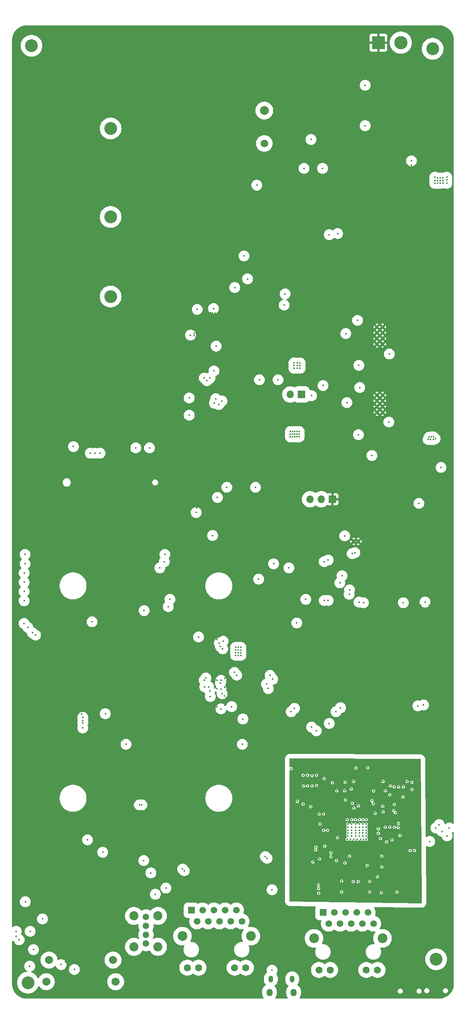
<source format=gbr>
%TF.GenerationSoftware,KiCad,Pcbnew,8.0.6*%
%TF.CreationDate,2025-01-01T18:14:04+00:00*%
%TF.ProjectId,srvant-mk2,73727661-6e74-42d6-9d6b-322e6b696361,rev?*%
%TF.SameCoordinates,Original*%
%TF.FileFunction,Copper,L5,Inr*%
%TF.FilePolarity,Positive*%
%FSLAX46Y46*%
G04 Gerber Fmt 4.6, Leading zero omitted, Abs format (unit mm)*
G04 Created by KiCad (PCBNEW 8.0.6) date 2025-01-01 18:14:04*
%MOMM*%
%LPD*%
G01*
G04 APERTURE LIST*
%TA.AperFunction,ComponentPad*%
%ADD10R,1.700000X1.700000*%
%TD*%
%TA.AperFunction,ComponentPad*%
%ADD11O,1.700000X1.700000*%
%TD*%
%TA.AperFunction,ComponentPad*%
%ADD12C,2.900000*%
%TD*%
%TA.AperFunction,HeatsinkPad*%
%ADD13C,0.500000*%
%TD*%
%TA.AperFunction,ComponentPad*%
%ADD14C,1.473200*%
%TD*%
%TA.AperFunction,ComponentPad*%
%ADD15C,2.057400*%
%TD*%
%TA.AperFunction,ComponentPad*%
%ADD16C,0.500000*%
%TD*%
%TA.AperFunction,ComponentPad*%
%ADD17C,1.752600*%
%TD*%
%TA.AperFunction,ComponentPad*%
%ADD18C,2.006600*%
%TD*%
%TA.AperFunction,ComponentPad*%
%ADD19R,1.500000X1.500000*%
%TD*%
%TA.AperFunction,ComponentPad*%
%ADD20C,1.500000*%
%TD*%
%TA.AperFunction,ComponentPad*%
%ADD21C,1.600000*%
%TD*%
%TA.AperFunction,ComponentPad*%
%ADD22C,2.200000*%
%TD*%
%TA.AperFunction,ComponentPad*%
%ADD23C,1.828800*%
%TD*%
%TA.AperFunction,ComponentPad*%
%ADD24O,1.350000X1.700000*%
%TD*%
%TA.AperFunction,ComponentPad*%
%ADD25O,1.100000X1.500000*%
%TD*%
%TA.AperFunction,ComponentPad*%
%ADD26C,0.600000*%
%TD*%
%TA.AperFunction,ComponentPad*%
%ADD27R,3.000000X3.000000*%
%TD*%
%TA.AperFunction,ComponentPad*%
%ADD28C,3.000000*%
%TD*%
%TA.AperFunction,ViaPad*%
%ADD29C,0.450000*%
%TD*%
G04 APERTURE END LIST*
D10*
%TO.N,GND*%
%TO.C,J3*%
X-46760000Y-106400000D03*
D11*
%TO.N,/bmc/BMC_DEBUG_TX*%
X-49300000Y-106400000D03*
%TO.N,/bmc/BMC_DEBUG_RX*%
X-51840000Y-106400000D03*
%TD*%
D12*
%TO.N,N/C*%
%TO.C,H1*%
X-97000000Y-60600000D03*
%TD*%
D13*
%TO.N,GND*%
%TO.C,U26*%
X-35420000Y-71362500D03*
X-35420000Y-70062500D03*
X-35420000Y-68762500D03*
X-35420000Y-67462500D03*
X-36720000Y-71362500D03*
X-36720000Y-70062500D03*
X-36720000Y-68762500D03*
X-36720000Y-67462500D03*
%TD*%
D14*
%TO.N,/cm4/+5v_HOST_VBUS*%
%TO.C,J11*%
X-88988349Y-206857350D03*
%TO.N,/cm4/USB_OUT_N*%
X-88988349Y-204857351D03*
%TO.N,/cm4/USB_OUT_P*%
X-88988349Y-202857350D03*
%TO.N,Net-(J11-GND)*%
X-88988349Y-200857352D03*
D15*
X-91708349Y-207587351D03*
%TO.N,N/C*%
X-86268349Y-207587351D03*
X-91708349Y-200587350D03*
X-86268349Y-200587350D03*
%TD*%
D16*
%TO.N,GND*%
%TO.C,U2*%
X-35400000Y-86762500D03*
X-35400000Y-85462500D03*
X-35400000Y-84162500D03*
X-35400000Y-82862500D03*
X-36700000Y-86762500D03*
X-36700000Y-85462500D03*
X-36700000Y-84162500D03*
X-36700000Y-82862500D03*
%TD*%
D17*
%TO.N,N/C*%
%TO.C,BT1*%
X-62200000Y-26000000D03*
D18*
X-62200000Y-18550091D03*
%TD*%
D12*
%TO.N,N/C*%
%TO.C,H6*%
X-23300000Y-210400000D03*
%TD*%
%TO.N,N/C*%
%TO.C,H5*%
X-115700000Y-215700000D03*
%TD*%
%TO.N,N/C*%
%TO.C,H7*%
X-24100000Y-4600000D03*
%TD*%
D19*
%TO.N,/BMC ethernet/TXRXA_P*%
%TO.C,J5*%
X-48915000Y-199840000D03*
D20*
%TO.N,/BMC ethernet/TXRXA_N*%
X-47645000Y-202380000D03*
%TO.N,/BMC ethernet/TXRXB_P*%
X-46375000Y-199840000D03*
%TO.N,/BMC ethernet/TXRXB_N*%
X-45105000Y-202380000D03*
%TO.N,Net-(C40-Pad1)*%
X-43835000Y-199840000D03*
%TO.N,Net-(C44-Pad1)*%
X-42565000Y-202380000D03*
%TO.N,/BMC ethernet/TXRXC_P*%
X-41295000Y-199840000D03*
%TO.N,/BMC ethernet/TXRXC_N*%
X-40025000Y-202380000D03*
%TO.N,/BMC ethernet/TXRXD_P*%
X-38755000Y-199840000D03*
%TO.N,/BMC ethernet/TXRXD_N*%
X-37485000Y-202380000D03*
D21*
%TO.N,/BMC ethernet/3.3v_PHY*%
X-49830000Y-212810000D03*
%TO.N,Net-(J5-LED2-)*%
X-47290000Y-212810000D03*
%TO.N,/BMC ethernet/3.3v_PHY*%
X-39110000Y-212810000D03*
%TO.N,Net-(J5-LED1-)*%
X-36570000Y-212810000D03*
D22*
%TO.N,Net-(FB5-Pad2)*%
X-50945000Y-205680000D03*
X-35455000Y-205680000D03*
%TD*%
D23*
%TO.N,N/C*%
%TO.C,J10*%
X-110949998Y-210569999D03*
X-96450002Y-210569999D03*
X-111550000Y-215470000D03*
X-95850000Y-215470000D03*
%TD*%
D12*
%TO.N,N/C*%
%TO.C,H2*%
X-97000000Y-42600000D03*
%TD*%
D19*
%TO.N,/cm4/TRD0_P*%
%TO.C,J9*%
X-78715000Y-199330000D03*
D20*
%TO.N,/cm4/TRD0_N*%
X-77445000Y-201870000D03*
%TO.N,/cm4/TRD1_N*%
X-76175000Y-199330000D03*
%TO.N,/cm4/TRD1_P*%
X-74905000Y-201870000D03*
%TO.N,Net-(C104-Pad1)*%
X-73635000Y-199330000D03*
X-72365000Y-201870000D03*
%TO.N,/cm4/TRD2_P*%
X-71095000Y-199330000D03*
%TO.N,/cm4/TRD2_N*%
X-69825000Y-201870000D03*
%TO.N,/cm4/TRD3_N*%
X-68555000Y-199330000D03*
%TO.N,/cm4/TRD3_P*%
X-67285000Y-201870000D03*
D21*
%TO.N,/BMC ethernet/+3v3_AUX*%
X-79630000Y-212300000D03*
%TO.N,Net-(J9-LED2-)*%
X-77090000Y-212300000D03*
%TO.N,/BMC ethernet/+3v3_AUX*%
X-68910000Y-212300000D03*
%TO.N,Net-(J9-LED1-)*%
X-66370000Y-212300000D03*
D22*
%TO.N,Net-(FB8-Pad1)*%
X-80745000Y-205170000D03*
X-65255000Y-205170000D03*
%TD*%
D12*
%TO.N,N/C*%
%TO.C,H4*%
X-114900000Y-3900000D03*
%TD*%
%TO.N,N/C*%
%TO.C,H3*%
X-97000000Y-22600000D03*
%TD*%
D24*
%TO.N,Net-(J4-GND)*%
%TO.C,J4*%
X-61030000Y-217886600D03*
D25*
X-60720000Y-214886600D03*
X-55880000Y-214886600D03*
D24*
X-55570000Y-217886600D03*
%TD*%
D10*
%TO.N,Net-(J2-Pin_1)*%
%TO.C,J2*%
X-53770500Y-82734200D03*
D11*
%TO.N,/BMC ethernet/+3v3_AUX*%
X-56310500Y-82734200D03*
%TD*%
D26*
%TO.N,GND*%
%TO.C,U22*%
X-41950000Y-115950000D03*
X-40950000Y-115950000D03*
%TD*%
D27*
%TO.N,GND*%
%TO.C,J12*%
X-36380000Y-3200000D03*
D28*
%TO.N,/power/VIN*%
X-31300000Y-3200000D03*
%TD*%
D29*
%TO.N,GND*%
X-45800000Y-172300000D03*
%TO.N,/BMC ethernet/3.3v_PHY*%
X-53400000Y-168800000D03*
X-52400000Y-168800000D03*
X-50400000Y-168800000D03*
%TO.N,GND*%
X-51400000Y-168900000D03*
%TO.N,/BMC ethernet/CLK125_EN*%
X-51400000Y-171200000D03*
%TO.N,/BMC ethernet/MODE2*%
X-50400000Y-171100000D03*
%TO.N,/BMC ethernet/CLK125_EN*%
X-42250000Y-175150000D03*
%TO.N,/BMC ethernet/MODE0*%
X-53300000Y-171200000D03*
X-41902001Y-176200000D03*
%TO.N,/BMC ethernet/MODE1*%
X-52400000Y-171200000D03*
X-40900000Y-175700000D03*
%TO.N,/BMC ethernet/MODE2*%
X-37550000Y-175250000D03*
%TO.N,/BMC ethernet/+3v3_AUX*%
X-60452000Y-194691000D03*
%TO.N,GND*%
X-31900000Y-180620000D03*
X-76254200Y-69174600D03*
X-34800000Y-172300000D03*
X-71326600Y-68895200D03*
X-39116000Y-181864000D03*
X-65000000Y-158200000D03*
X-20700000Y-96100000D03*
X-116586000Y-200787000D03*
X-101200000Y-211000000D03*
X-53340000Y-214630000D03*
X-109473998Y-204428800D03*
X-75314400Y-66863200D03*
X-40640000Y-181229000D03*
X-26500000Y-66800000D03*
X-30000000Y-82500000D03*
X-108300000Y-145300000D03*
X-71180000Y-148900000D03*
X-76400000Y-61900000D03*
X-72900000Y-138100000D03*
X-47117000Y-187198000D03*
X-39116000Y-181229000D03*
X-41529000Y-180594000D03*
X-24800000Y-130400000D03*
X-105200000Y-156100000D03*
X-39878000Y-181864000D03*
X-30500000Y-99600000D03*
X-108300000Y-139300000D03*
X-46482000Y-29083000D03*
X-107200000Y-211000000D03*
X-51300000Y-88300000D03*
X-103600000Y-154900000D03*
X-22400000Y-134200000D03*
X-71180000Y-156100000D03*
X-26800000Y-130400000D03*
X-33320000Y-76162500D03*
X-31200000Y-31200000D03*
X-28000000Y-74700000D03*
X-71180000Y-145700000D03*
X-108300000Y-150100000D03*
X-28194000Y-185801000D03*
X-69407600Y-193883000D03*
X-41529000Y-182499000D03*
X-48260000Y-78994000D03*
X-105065900Y-195825600D03*
X-72430200Y-194060800D03*
X-72900000Y-153300000D03*
X-49911000Y-195453000D03*
X-53530000Y-201979200D03*
X-35400000Y-32500000D03*
X-20500000Y-112312500D03*
X-41910000Y-183261000D03*
X-92600000Y-106600000D03*
X-43307000Y-180594000D03*
X-71200000Y-143300000D03*
X-43307000Y-179832000D03*
X-75543000Y-66075800D03*
X-78108400Y-66406000D03*
X-48006000Y-20574000D03*
X-86600000Y-95500000D03*
X-71326600Y-67904600D03*
X-108300000Y-151300000D03*
X-40386000Y-183261000D03*
X-78108400Y-67396600D03*
X-92900000Y-95400000D03*
X-75339800Y-68488800D03*
X-73130000Y-69200000D03*
X-49911000Y-194437000D03*
X-33782000Y-180520000D03*
X-103600000Y-142900000D03*
X-24800000Y-163200000D03*
X-34527015Y-183879015D03*
X-35600000Y-189500000D03*
X-43307000Y-182499000D03*
X-75420000Y-102700000D03*
X-108300000Y-142900000D03*
X-53400000Y-175300000D03*
X-28956000Y-215138000D03*
X-73765000Y-69250800D03*
X-26800000Y-82300000D03*
X-65000000Y-155200000D03*
X-37846000Y-174498000D03*
X-78108400Y-69403200D03*
X-71180000Y-144500000D03*
X-47879000Y-181229000D03*
X-31242000Y-212901000D03*
X-40700000Y-117442100D03*
X-39878000Y-179832000D03*
X-49149000Y-95250000D03*
X-44800000Y-160400000D03*
X-100200000Y-106700000D03*
X-35400000Y-31800000D03*
X-65100000Y-145200000D03*
X-73917400Y-64297800D03*
X-102700000Y-210900000D03*
X-76228800Y-66050400D03*
X-73104600Y-66126600D03*
X-74300000Y-157300000D03*
X-71200000Y-150900000D03*
X-65100000Y-152200000D03*
X-25700000Y-101600000D03*
X-41529000Y-181864000D03*
X-49022000Y-28321000D03*
X-71352000Y-65898000D03*
X-96985500Y-189992000D03*
X-72900000Y-147300000D03*
X-105700000Y-106500000D03*
X-52197000Y-78994000D03*
X-106930000Y-98370000D03*
X-71180000Y-154900000D03*
X-72900000Y-142900000D03*
X-103600000Y-153700000D03*
X-44710000Y-192705400D03*
X-50546000Y-185039000D03*
X-74908000Y-64247000D03*
X-33274000Y-183388000D03*
X-20600000Y-110212500D03*
X-91200000Y-106700000D03*
X-32766000Y-180520000D03*
X-48514000Y-184785000D03*
X-91400000Y-189600000D03*
X-26911750Y-24904250D03*
X-43815000Y-174371000D03*
X-108300000Y-154900000D03*
X-34800000Y-130400000D03*
X-49800000Y-160400000D03*
X-73104600Y-66914000D03*
X-72375233Y-62424767D03*
X-92900000Y-97400000D03*
X-49200000Y-88300000D03*
X-108300000Y-147700000D03*
X-89700000Y-106700000D03*
X-104200000Y-211000000D03*
X-20800000Y-19600000D03*
X-57898200Y-210091400D03*
X-44000000Y-172300000D03*
X-41800000Y-160500000D03*
X-47800000Y-160400000D03*
X-71301200Y-69403200D03*
X-27940000Y-16300000D03*
X-106970000Y-95370000D03*
X-103600000Y-146500000D03*
X-49900000Y-84600000D03*
X-72900000Y-149300000D03*
X-28800000Y-130400000D03*
X-86600000Y-98500000D03*
X-106970000Y-97370000D03*
X-76638600Y-193824200D03*
X-74400000Y-66863200D03*
X-94200000Y-106600000D03*
X-78108400Y-67904600D03*
X-76254200Y-68438000D03*
X-29600000Y-99600000D03*
X-68105000Y-48240000D03*
X-71180000Y-152900000D03*
X-29600000Y-212900000D03*
X-28100000Y-82400000D03*
X-106200000Y-106500000D03*
X-92900000Y-96400000D03*
X-62600000Y-56000000D03*
X-23241000Y-215011000D03*
X-40640000Y-178816000D03*
X-88500000Y-189100000D03*
X-75220000Y-111300000D03*
X-96985500Y-190792000D03*
X-103700000Y-140500000D03*
X-38900000Y-189200000D03*
X-105200000Y-106500000D03*
X-94742000Y-206375000D03*
X-39116000Y-178816000D03*
X-39116000Y-179832000D03*
X-30100000Y-90100000D03*
X-27600000Y-110212500D03*
X-29200000Y-185801000D03*
X-88300000Y-106700000D03*
X-99700000Y-211000000D03*
X-73765000Y-67676000D03*
X-43434000Y-178816000D03*
X-103600000Y-150100000D03*
X-71301200Y-67396600D03*
X-41529000Y-179832000D03*
X-73649400Y-194035400D03*
X-97790000Y-193675000D03*
X-40960000Y-192852400D03*
X-41180800Y-114307700D03*
X-108300000Y-144100000D03*
X-40640000Y-182499000D03*
X-95700000Y-106700000D03*
X-39116000Y-182499000D03*
X-27600000Y-112312500D03*
X-76228800Y-67676000D03*
X-35600000Y-187100000D03*
X-101600000Y-106600000D03*
X-74425400Y-68438000D03*
X-32900000Y-176800000D03*
X-50546000Y-185674000D03*
X-105116700Y-193666600D03*
X-43307000Y-181229000D03*
X-26500000Y-74600000D03*
X-26893250Y-24099250D03*
X-39878000Y-181229000D03*
X-78108400Y-68895200D03*
X-37465000Y-172339000D03*
X-97917000Y-195834000D03*
X-40640000Y-180594000D03*
X-55800000Y-55900000D03*
X-108300000Y-138100000D03*
X-77520000Y-108400000D03*
X-75339800Y-69174600D03*
X-26700000Y-90100000D03*
X-40640000Y-179832000D03*
X-73942800Y-66126600D03*
X-86548964Y-190815964D03*
X-27900000Y-17000000D03*
X-41148000Y-183261000D03*
X-108300000Y-141700000D03*
X-51800000Y-160400000D03*
X-35306000Y-177038000D03*
X-59800000Y-160400000D03*
X-38370000Y-195153800D03*
X-74300000Y-156100000D03*
X-28000000Y-96000000D03*
X-41700000Y-114268100D03*
X-32220000Y-76262500D03*
X-108300000Y-153700000D03*
X-28900000Y-30900000D03*
X-74400000Y-69200000D03*
X-39878000Y-180594000D03*
X-108300000Y-152500000D03*
X-27900000Y-17700000D03*
X-72900000Y-154900000D03*
X-72900000Y-145700000D03*
X-27940000Y-212900000D03*
X-71080000Y-157300000D03*
X-107785500Y-185292000D03*
X-28000000Y-90200000D03*
X-73800000Y-73400000D03*
X-28800000Y-99600000D03*
X-42418000Y-180594000D03*
X-73765000Y-68412600D03*
X-39751000Y-183261000D03*
X-73384000Y-64297800D03*
X-43307000Y-181864000D03*
X-30100000Y-74600000D03*
X-38370000Y-192791600D03*
X-73765000Y-66837800D03*
X-76254200Y-66837800D03*
X-97200000Y-106700000D03*
X-32220000Y-77562500D03*
X-51800000Y-130300000D03*
X-28000000Y-66900000D03*
X-25146000Y-160147000D03*
X-28100000Y-94000000D03*
X-42672000Y-183261000D03*
X-108300000Y-148900000D03*
X-108300000Y-140500000D03*
X-39116000Y-180594000D03*
X-76621200Y-196245200D03*
X-103600000Y-138100000D03*
X-42418000Y-178816000D03*
X-34800000Y-180520000D03*
X-49149000Y-72771000D03*
X-78133800Y-66888600D03*
X-72900000Y-151300000D03*
X-43434000Y-183261000D03*
X-72900000Y-144500000D03*
X-53800000Y-160400000D03*
X-48768000Y-177546000D03*
X-42926000Y-187071000D03*
X-47117000Y-186309000D03*
X-42418000Y-179832000D03*
X-110588998Y-206892800D03*
X-49911000Y-193548000D03*
X-74730200Y-66075800D03*
X-110743998Y-202092000D03*
X-74400000Y-64272400D03*
X-74425400Y-67676000D03*
X-48006000Y-11176000D03*
X-103600000Y-152500000D03*
X-40672800Y-114307700D03*
X-78146500Y-65906700D03*
X-87700000Y-106700000D03*
X-71326600Y-68387200D03*
X-22500000Y-152200000D03*
X-103700000Y-139300000D03*
X-39116000Y-183261000D03*
X-73155400Y-67676000D03*
X-35380000Y-175780000D03*
X-42418000Y-181229000D03*
X-43942000Y-188595000D03*
X-103600000Y-144100000D03*
X-103600000Y-141700000D03*
X-108300000Y-156100000D03*
X-108300000Y-146500000D03*
X-103600000Y-151300000D03*
X-80400000Y-68400000D03*
X-42077600Y-192827000D03*
X-49784000Y-177546000D03*
X-98700000Y-106600000D03*
X-41529000Y-181229000D03*
X-86600000Y-96500000D03*
X-73130000Y-68387200D03*
X-43393800Y-116368300D03*
X-92900000Y-98400000D03*
X-88900000Y-196596000D03*
X-69407600Y-196169000D03*
X-20600000Y-94100000D03*
X-101134700Y-185202800D03*
X-62865000Y-201422000D03*
X-57898200Y-212428200D03*
X-41529000Y-178816000D03*
X-61005000Y-48061400D03*
X-106970000Y-96370000D03*
X-39878000Y-178816000D03*
X-42418000Y-181864000D03*
X-71180000Y-146900000D03*
X-40513000Y-70485000D03*
X-44710000Y-195194600D03*
X-48768000Y-181229000D03*
X-33220000Y-77562500D03*
X-51200000Y-188400000D03*
X-40640000Y-181864000D03*
X-30100000Y-67100000D03*
X-39878000Y-182499000D03*
X-42418000Y-182499000D03*
X-51308000Y-72898000D03*
X-60579000Y-14097000D03*
X-51181000Y-95504000D03*
X-96885500Y-189092000D03*
X-75339800Y-67701400D03*
X-86600000Y-97500000D03*
%TO.N,/power/SENSE_IN-*%
X-23600000Y-33600000D03*
X-23500000Y-92700000D03*
X-24900000Y-92400000D03*
X-21800000Y-33800000D03*
X-25100000Y-92900000D03*
X-20900000Y-33600000D03*
X-22400000Y-33800000D03*
X-23000000Y-33800000D03*
X-21700000Y-34950000D03*
X-20900000Y-34200000D03*
X-24600000Y-92900000D03*
X-23600000Y-34400000D03*
X-22400000Y-35000000D03*
X-23000000Y-35000000D03*
X-20900000Y-35000000D03*
X-21800000Y-34400000D03*
X-23900000Y-92300000D03*
X-23900000Y-92900000D03*
X-23600000Y-35000000D03*
X-22400000Y-34400000D03*
X-23000000Y-34400000D03*
X-24400000Y-92300000D03*
%TO.N,Net-(Module1A-PI_nLED_Activity)*%
X-118364000Y-204089000D03*
X-69596000Y-153289000D03*
%TO.N,/power/BMC_I2C_0_SDA*%
X-47752000Y-129286000D03*
X-47752000Y-120142000D03*
%TO.N,/cm4/PCIE_nRST*%
X-98200000Y-154900000D03*
X-103300000Y-155700000D03*
%TO.N,/cm4/HDMI0_CEC*%
X-105200000Y-212700000D03*
X-114700000Y-136600000D03*
%TO.N,/cm4/HDMI0_HOTPLUG*%
X-108200000Y-211600000D03*
X-114000000Y-137100000D03*
%TO.N,/BMC ethernet/3.3v_PHY*%
X-45900000Y-188100000D03*
X-43900000Y-170400000D03*
X-31480000Y-182420000D03*
X-36600000Y-191700000D03*
X-35687000Y-195326000D03*
X-46800000Y-170500000D03*
X-54700000Y-174700000D03*
X-42500000Y-171900000D03*
X-49700000Y-187700000D03*
X-51689000Y-175895000D03*
X-49600000Y-179820000D03*
X-32131000Y-195199000D03*
%TO.N,/BMC ethernet/1V2*%
X-50800000Y-183700000D03*
X-38800000Y-172000000D03*
X-32900000Y-178000000D03*
X-50500000Y-178900000D03*
X-39600000Y-189200000D03*
X-33900000Y-174100000D03*
X-42800000Y-189300000D03*
X-47700000Y-195500000D03*
X-32100000Y-181500000D03*
%TO.N,/BMC ethernet/PHY_LED_ACT {slash} PHYAD0*%
X-36400000Y-181900000D03*
X-35900000Y-183100000D03*
%TO.N,CLK125_OUT*%
X-38800000Y-167100000D03*
X-41500000Y-167200000D03*
%TO.N,RXC*%
X-35300000Y-170200000D03*
X-42000000Y-170200000D03*
%TO.N,/cm4/ARM_TDI*%
X-116554000Y-129372000D03*
X-89408000Y-131572000D03*
%TO.N,/cm4/HOST_TPM_PIRQ#*%
X-75800000Y-79000000D03*
X-73500000Y-84700000D03*
%TO.N,/cm4/GPIO11*%
X-61300000Y-149200000D03*
X-74422000Y-151003000D03*
%TO.N,/cm4/GPIO10*%
X-61700000Y-148200000D03*
X-74800000Y-148800000D03*
%TO.N,/cm4/ARM_TCK*%
X-85852000Y-121920000D03*
X-116554000Y-123072000D03*
X-75692000Y-148800000D03*
X-72009000Y-149352000D03*
%TO.N,/cm4/ARM_TDO*%
X-72136000Y-147955000D03*
X-75819000Y-147320000D03*
X-116354000Y-120972000D03*
X-84836000Y-120523000D03*
%TO.N,/cm4/ARM_RTCK*%
X-75438000Y-146812000D03*
X-116354000Y-118872000D03*
X-72009000Y-147320000D03*
X-84709000Y-118872000D03*
%TO.N,/bmc/BMC_UART0_RX*%
X-26162000Y-152908000D03*
X-68961000Y-145542000D03*
%TO.N,/bmc/BMC_UART0_TX*%
X-27432000Y-153123000D03*
X-68453000Y-146177000D03*
%TO.N,/cm4/nRTC_INT*%
X-66800000Y-51400000D03*
X-66000000Y-56600000D03*
%TO.N,/cm4/nPWR_LED*%
X-115700000Y-135400000D03*
X-101200000Y-134100000D03*
X-71500000Y-138500000D03*
X-116300000Y-197400000D03*
%TO.N,/cm4/nEXTRST*%
X-79200000Y-83500000D03*
X-79200000Y-87400000D03*
%TO.N,/cm4/USBOTG_ID*%
X-103300000Y-158100000D03*
X-89500000Y-188100000D03*
X-93500000Y-161800000D03*
X-67183000Y-161798000D03*
%TO.N,/cm4/USB2_N*%
X-90475800Y-175500000D03*
X-103300000Y-156975800D03*
%TO.N,/cm4/USB2_P*%
X-103300000Y-156424200D03*
X-89924200Y-175500000D03*
%TO.N,/BMC ethernet/+3v3_AUX*%
X-49022000Y-31623000D03*
X-73100000Y-71800000D03*
X-55500000Y-75600000D03*
X-99400000Y-96000000D03*
X-77400000Y-63500000D03*
X-63300000Y-79400000D03*
X-87884000Y-190881000D03*
X-51623000Y-25085000D03*
X-87884000Y-190881000D03*
X-59100000Y-79400000D03*
X-54750000Y-76200000D03*
X-77620000Y-109400000D03*
X-54100000Y-76200000D03*
X-28900000Y-29900000D03*
X-68890000Y-58547000D03*
X-115316000Y-211963000D03*
X-57700000Y-62500000D03*
X-39370000Y-12827000D03*
X-78900000Y-69300000D03*
X-91300000Y-94800000D03*
X-54700000Y-76800000D03*
X-117700000Y-206000000D03*
X-54100000Y-75600000D03*
X-84466000Y-194299000D03*
X-55500000Y-76800000D03*
X-115200000Y-204100000D03*
X-101600000Y-96000000D03*
X-105400000Y-94500000D03*
X-44000000Y-114700000D03*
X-53213000Y-31623000D03*
X-73700000Y-63300000D03*
X-100500000Y-96000000D03*
X-39370000Y-21971000D03*
X-24765000Y-183769000D03*
X-48900000Y-80700000D03*
X-43000000Y-127900000D03*
X-42900000Y-126900000D03*
X-54100000Y-76800000D03*
X-73920000Y-114600000D03*
X-54750000Y-75600000D03*
X-55500000Y-76200000D03*
X-63900000Y-35400000D03*
X-88200000Y-94800000D03*
X-41100000Y-65962500D03*
X-57500000Y-60000000D03*
X-72820000Y-106000000D03*
X-40800000Y-76137500D03*
%TO.N,/bmc/3.3v_BMC*%
X-25800000Y-129667000D03*
X-20320000Y-180721000D03*
%TO.N,Net-(D8-K)*%
X-114455200Y-208205050D03*
%TO.N,Net-(D10-K)*%
X-118400000Y-205200000D03*
X-116600000Y-134500000D03*
%TO.N,/power/BMC_I2C_0_SCK*%
X-48641000Y-129286000D03*
X-48641000Y-120523000D03*
%TO.N,/bmc/BMC_DEBUG_TX*%
X-60300000Y-147100000D03*
%TO.N,/bmc/BMC_DEBUG_RX*%
X-60900000Y-146200000D03*
%TO.N,/bmc/BMC_I2C_3_SDA*%
X-44600000Y-123700000D03*
X-42300000Y-118700000D03*
%TO.N,/bmc/BMC_I2C_3_SCK*%
X-41700000Y-118500000D03*
X-45100000Y-125300000D03*
%TO.N,/bmc/+5V_BMC_OTG*%
X-60463600Y-212874200D03*
%TO.N,Net-(U12-TXD0)*%
X-32800000Y-171400000D03*
X-36400000Y-180900000D03*
X-32780000Y-175400000D03*
%TO.N,Net-(U12-TXD1)*%
X-31800000Y-179700000D03*
X-31800000Y-171400000D03*
%TO.N,Net-(U12-TXC)*%
X-33800000Y-173200000D03*
X-33700000Y-171200000D03*
%TO.N,Net-(U12-TX_CTL)*%
X-37100000Y-177400000D03*
X-30700000Y-171400000D03*
X-32500000Y-177300000D03*
X-30800000Y-173700000D03*
%TO.N,/power/BMC_HOST_POWER_EN*%
X-60100000Y-121000000D03*
X-51500000Y-83000000D03*
%TO.N,/bmc/BMC_USER_LED*%
X-51500000Y-157900000D03*
X-22606000Y-179959000D03*
%TO.N,/bmc/EMMC_KEY*%
X-30734000Y-129794000D03*
X-45598000Y-46355000D03*
%TO.N,/bmc/RST_KEY*%
X-37846000Y-96520000D03*
X-47498000Y-46609000D03*
%TO.N,RXD3*%
X-28800000Y-170400000D03*
X-28800000Y-172000000D03*
%TO.N,/bmc/BMC_ID_LED*%
X-50419000Y-158750000D03*
X-23368000Y-180721000D03*
%TO.N,PHY_INT_N*%
X-48641000Y-169545000D03*
X-55372000Y-153670000D03*
%TO.N,/bmc/BMC_USB_HOST_P*%
X-80695021Y-190004979D03*
X-61976779Y-187189072D03*
%TO.N,/bmc/BMC_USB_HOST_N*%
X-61586737Y-187579114D03*
X-80304979Y-190395021D03*
%TO.N,/bmc/+5v_BMC*%
X-22200000Y-99212500D03*
X-27200000Y-107337500D03*
%TO.N,/cm4/+5v_HOST*%
X-40900000Y-91837500D03*
X-98785500Y-186192000D03*
X-55800000Y-92300000D03*
X-40600000Y-81162500D03*
X-68700000Y-139900000D03*
X-54300000Y-91100000D03*
X-55800000Y-91700000D03*
X-56305003Y-91700000D03*
X-54800000Y-91700000D03*
X-55300000Y-91100000D03*
X-54294997Y-92300000D03*
X-68700000Y-140455000D03*
X-55300000Y-92300000D03*
X-55800000Y-91100000D03*
X-54300000Y-91700000D03*
X-68700000Y-141700000D03*
X-67500000Y-139900000D03*
X-67500000Y-141700000D03*
X-68100000Y-141100000D03*
X-55300000Y-91700000D03*
X-68100000Y-141700000D03*
X-67500000Y-140500000D03*
X-68700000Y-141100000D03*
X-67500000Y-141100000D03*
X-68100000Y-140500000D03*
X-112408436Y-201281564D03*
X-54800000Y-92300000D03*
X-68100000Y-139900000D03*
X-56305003Y-92300000D03*
X-54800000Y-91100000D03*
X-56300000Y-91100000D03*
%TO.N,/bmc/BMC_HOST_POST_COMPLETE*%
X-77089000Y-137541000D03*
X-54864000Y-134366000D03*
%TO.N,/bmc/BMC_HOST_POWER_OUT*%
X-70700000Y-103700000D03*
X-64200000Y-103700000D03*
%TO.N,/bmc/BMC_HOST_nRPIBOOT*%
X-72390000Y-138938000D03*
X-56642000Y-121920000D03*
%TO.N,/bmc/BMC_HOST_EEPROM_nWP*%
X-67056000Y-156083000D03*
X-72009000Y-153797000D03*
%TO.N,/bmc/BMC_HOST_WL_nDis*%
X-63500000Y-124460000D03*
X-72136000Y-139700000D03*
%TO.N,/bmc/BMC_HOST_BT_nDis*%
X-71628000Y-140208000D03*
X-52832000Y-129032000D03*
%TO.N,/bmc/BMC_UART1_RX*%
X-39751000Y-129794000D03*
X-71755000Y-150368000D03*
%TO.N,/bmc/BMC_UART1_TX*%
X-74549000Y-149733000D03*
X-40767000Y-129667000D03*
%TO.N,Net-(U14-EN)*%
X-102235000Y-183388000D03*
X-86868000Y-195707000D03*
%TO.N,EPHY_25M*%
X-29845000Y-170180000D03*
X-45593000Y-182880000D03*
%TO.N,/bmc/BMC_HOST_POWER_BUTTON*%
X-20828000Y-182499000D03*
X-44958000Y-153543000D03*
%TO.N,/bmc/BMC_HOST_RESET_BUTTON*%
X-45974000Y-154432000D03*
X-21971000Y-181483000D03*
%TO.N,/cm4/HOST_SPI1_SCLK*%
X-73200000Y-83700000D03*
X-75200000Y-79600000D03*
%TO.N,/cm4/HOST_SPI1_MOSI*%
X-71800000Y-84200000D03*
X-73600000Y-77400000D03*
%TO.N,/cm4/HOST_SPI1_CE0_N*%
X-72500000Y-85000000D03*
X-74500000Y-79000000D03*
%TO.N,/cm4/ARM_TMS*%
X-83566000Y-129032000D03*
X-116554000Y-125172000D03*
%TO.N,/cm4/ARM_TRST*%
X-83947000Y-130683000D03*
X-116554000Y-127272000D03*
%TO.N,Net-(C69-Pad2)*%
X-34000000Y-88962500D03*
X-43500000Y-84562500D03*
%TO.N,MAC_RESET_OUT_N*%
X-56134000Y-154432000D03*
X-56134000Y-167259000D03*
%TO.N,Net-(C111-Pad2)*%
X-33900000Y-73562500D03*
X-43750000Y-68962500D03*
%TO.N,unconnected-(U5A-PD6{slash}LCD_D10{slash}LVDS0_CKP{slash}DSI_D2P{slash}UART5_RX{slash}PD_EINT6-Pad63)*%
X-47500000Y-157100000D03*
%TD*%
%TA.AperFunction,Conductor*%
%TO.N,GND*%
G36*
X-22599144Y699988D02*
G01*
X-22420909Y697489D01*
X-22408763Y696721D01*
X-22053716Y656716D01*
X-22040008Y654387D01*
X-21692517Y575075D01*
X-21679155Y571226D01*
X-21342715Y453501D01*
X-21329877Y448183D01*
X-21008747Y293536D01*
X-20996577Y286810D01*
X-20694763Y97167D01*
X-20683445Y89137D01*
X-20404755Y-133110D01*
X-20394406Y-142359D01*
X-20142359Y-394406D01*
X-20133110Y-404755D01*
X-19910862Y-683445D01*
X-19902832Y-694763D01*
X-19713182Y-996587D01*
X-19706472Y-1008730D01*
X-19551809Y-1329892D01*
X-19546503Y-1342702D01*
X-19438221Y-1652155D01*
X-19428773Y-1679155D01*
X-19424925Y-1692511D01*
X-19394256Y-1826884D01*
X-19345612Y-2040008D01*
X-19343283Y-2053714D01*
X-19303277Y-2408776D01*
X-19302510Y-2420895D01*
X-19301025Y-2526884D01*
X-19300012Y-2599144D01*
X-19300000Y-2600882D01*
X-19300000Y-179708520D01*
X-19319685Y-179775559D01*
X-19372489Y-179821314D01*
X-19441647Y-179831258D01*
X-19505203Y-179802233D01*
X-19511681Y-179796201D01*
X-19529251Y-179778630D01*
X-19529254Y-179778627D01*
X-19704909Y-179655631D01*
X-19899251Y-179565009D01*
X-19899260Y-179565005D01*
X-20106375Y-179509509D01*
X-20106386Y-179509507D01*
X-20319998Y-179490819D01*
X-20320002Y-179490819D01*
X-20533613Y-179509507D01*
X-20533618Y-179509507D01*
X-20533619Y-179509508D01*
X-20533620Y-179509508D01*
X-20533624Y-179509509D01*
X-20740739Y-179565005D01*
X-20740743Y-179565007D01*
X-20740747Y-179565008D01*
X-20763401Y-179575572D01*
X-20935089Y-179655631D01*
X-20935091Y-179655632D01*
X-21110740Y-179778623D01*
X-21110746Y-179778628D01*
X-21180971Y-179848853D01*
X-21242294Y-179882338D01*
X-21311986Y-179877354D01*
X-21367919Y-179835482D01*
X-21392180Y-179771983D01*
X-21394507Y-179745384D01*
X-21394509Y-179745375D01*
X-21450005Y-179538260D01*
X-21450009Y-179538251D01*
X-21540631Y-179343910D01*
X-21540632Y-179343908D01*
X-21663623Y-179168259D01*
X-21663628Y-179168253D01*
X-21815254Y-179016627D01*
X-21990909Y-178893631D01*
X-22185251Y-178803009D01*
X-22185260Y-178803005D01*
X-22392375Y-178747509D01*
X-22392386Y-178747507D01*
X-22605998Y-178728819D01*
X-22606002Y-178728819D01*
X-22819613Y-178747507D01*
X-22819618Y-178747507D01*
X-22819619Y-178747508D01*
X-22819620Y-178747508D01*
X-22819624Y-178747509D01*
X-23026739Y-178803005D01*
X-23026743Y-178803007D01*
X-23026747Y-178803008D01*
X-23123918Y-178848320D01*
X-23221089Y-178893631D01*
X-23221091Y-178893632D01*
X-23396740Y-179016623D01*
X-23396746Y-179016628D01*
X-23548371Y-179168253D01*
X-23548376Y-179168259D01*
X-23671367Y-179343908D01*
X-23671368Y-179343910D01*
X-23751426Y-179515595D01*
X-23797598Y-179568034D01*
X-23811403Y-179575572D01*
X-23983089Y-179655631D01*
X-23983091Y-179655632D01*
X-24158740Y-179778623D01*
X-24158746Y-179778628D01*
X-24310371Y-179930253D01*
X-24310376Y-179930259D01*
X-24330500Y-179959000D01*
X-24433368Y-180105910D01*
X-24523992Y-180300253D01*
X-24579492Y-180507381D01*
X-24598181Y-180721000D01*
X-24579492Y-180934619D01*
X-24523992Y-181141747D01*
X-24433368Y-181336091D01*
X-24310373Y-181511745D01*
X-24158745Y-181663373D01*
X-23983091Y-181786368D01*
X-23788747Y-181876992D01*
X-23581619Y-181932492D01*
X-23421404Y-181946508D01*
X-23368002Y-181951181D01*
X-23368000Y-181951181D01*
X-23367998Y-181951181D01*
X-23281241Y-181943590D01*
X-23201680Y-181936630D01*
X-23133181Y-181950397D01*
X-23082998Y-181999012D01*
X-23078503Y-182007729D01*
X-23036368Y-182098091D01*
X-22913373Y-182273745D01*
X-22761745Y-182425373D01*
X-22586091Y-182548368D01*
X-22391747Y-182638992D01*
X-22184619Y-182694492D01*
X-22127476Y-182699490D01*
X-22062410Y-182724941D01*
X-22021430Y-182781531D01*
X-22018515Y-182790904D01*
X-21983992Y-182919747D01*
X-21893368Y-183114091D01*
X-21770373Y-183289745D01*
X-21618745Y-183441373D01*
X-21443091Y-183564368D01*
X-21248747Y-183654992D01*
X-21041619Y-183710492D01*
X-20881404Y-183724508D01*
X-20828002Y-183729181D01*
X-20828000Y-183729181D01*
X-20827998Y-183729181D01*
X-20766966Y-183723841D01*
X-20614381Y-183710492D01*
X-20407253Y-183654992D01*
X-20212909Y-183564368D01*
X-20037255Y-183441373D01*
X-19885627Y-183289745D01*
X-19804848Y-183174381D01*
X-19762631Y-183114090D01*
X-19694164Y-182967260D01*
X-19672008Y-182919747D01*
X-19672007Y-182919743D01*
X-19672005Y-182919739D01*
X-19616509Y-182712624D01*
X-19616507Y-182712613D01*
X-19597819Y-182499001D01*
X-19597819Y-182498998D01*
X-19616507Y-182285386D01*
X-19616509Y-182285375D01*
X-19672005Y-182078260D01*
X-19672010Y-182078246D01*
X-19738739Y-181935146D01*
X-19749231Y-181866069D01*
X-19720711Y-181802285D01*
X-19697481Y-181781168D01*
X-19529262Y-181663378D01*
X-19529261Y-181663377D01*
X-19529255Y-181663373D01*
X-19511681Y-181645799D01*
X-19450358Y-181612314D01*
X-19380666Y-181617298D01*
X-19324733Y-181659170D01*
X-19300316Y-181724634D01*
X-19300000Y-181733480D01*
X-19300000Y-215999117D01*
X-19300012Y-216000855D01*
X-19302510Y-216179103D01*
X-19303277Y-216191224D01*
X-19332993Y-216454959D01*
X-19343283Y-216546283D01*
X-19345612Y-216559991D01*
X-19424924Y-216907482D01*
X-19428773Y-216920844D01*
X-19542343Y-217245410D01*
X-19546498Y-217257284D01*
X-19551812Y-217270113D01*
X-19706468Y-217591261D01*
X-19713187Y-217603419D01*
X-19819814Y-217773115D01*
X-19902824Y-217905224D01*
X-19910869Y-217916562D01*
X-20118960Y-218177500D01*
X-20133102Y-218195234D01*
X-20142368Y-218205602D01*
X-20394397Y-218457631D01*
X-20404765Y-218466897D01*
X-20683434Y-218689128D01*
X-20694775Y-218697175D01*
X-20996577Y-218886810D01*
X-21008744Y-218893534D01*
X-21329877Y-219048183D01*
X-21342715Y-219053501D01*
X-21679155Y-219171226D01*
X-21692517Y-219175075D01*
X-22040008Y-219254387D01*
X-22053716Y-219256716D01*
X-22408763Y-219296721D01*
X-22420909Y-219297489D01*
X-22599144Y-219299988D01*
X-22600882Y-219300000D01*
X-54156890Y-219300000D01*
X-54223929Y-219280315D01*
X-54269684Y-219227511D01*
X-54279628Y-219158353D01*
X-54255266Y-219100515D01*
X-54173884Y-218994455D01*
X-54064065Y-218804245D01*
X-54016382Y-218689128D01*
X-53980014Y-218601329D01*
X-53923167Y-218389173D01*
X-53894501Y-218171428D01*
X-53894500Y-218171411D01*
X-53894500Y-217601788D01*
X-53894501Y-217601771D01*
X-53904743Y-217523971D01*
X-32002500Y-217523971D01*
X-32002500Y-217676029D01*
X-31963144Y-217822907D01*
X-31887115Y-217954593D01*
X-31779593Y-218062115D01*
X-31647910Y-218138142D01*
X-31647909Y-218138142D01*
X-31647907Y-218138144D01*
X-31501029Y-218177500D01*
X-31501026Y-218177500D01*
X-31348974Y-218177500D01*
X-31348971Y-218177500D01*
X-31202093Y-218138144D01*
X-31202090Y-218138142D01*
X-31202089Y-218138142D01*
X-31156559Y-218111855D01*
X-31070407Y-218062115D01*
X-30962885Y-217954593D01*
X-30905151Y-217854595D01*
X-30886857Y-217822910D01*
X-30886856Y-217822907D01*
X-30847500Y-217676029D01*
X-30847500Y-217523971D01*
X-27752500Y-217523971D01*
X-27752500Y-217676029D01*
X-27713144Y-217822907D01*
X-27637115Y-217954593D01*
X-27529593Y-218062115D01*
X-27397910Y-218138142D01*
X-27397909Y-218138142D01*
X-27397907Y-218138144D01*
X-27251029Y-218177500D01*
X-27251026Y-218177500D01*
X-27098974Y-218177500D01*
X-27098971Y-218177500D01*
X-26952093Y-218138144D01*
X-26952090Y-218138142D01*
X-26952089Y-218138142D01*
X-26906559Y-218111855D01*
X-26820407Y-218062115D01*
X-26712885Y-217954593D01*
X-26655151Y-217854595D01*
X-26636857Y-217822910D01*
X-26636856Y-217822907D01*
X-26597500Y-217676029D01*
X-26597500Y-217523971D01*
X-26624295Y-217423971D01*
X-26002500Y-217423971D01*
X-26002500Y-217576029D01*
X-25963144Y-217722907D01*
X-25887115Y-217854593D01*
X-25779593Y-217962115D01*
X-25647910Y-218038142D01*
X-25647909Y-218038142D01*
X-25647907Y-218038144D01*
X-25501029Y-218077500D01*
X-25501026Y-218077500D01*
X-25348974Y-218077500D01*
X-25348971Y-218077500D01*
X-25202093Y-218038144D01*
X-25202090Y-218038142D01*
X-25202089Y-218038142D01*
X-25162968Y-218015555D01*
X-25070407Y-217962115D01*
X-24962885Y-217854593D01*
X-24915844Y-217773116D01*
X-24886857Y-217722910D01*
X-24874295Y-217676029D01*
X-24847500Y-217576029D01*
X-24847500Y-217423971D01*
X-21752500Y-217423971D01*
X-21752500Y-217576029D01*
X-21713144Y-217722907D01*
X-21637115Y-217854593D01*
X-21529593Y-217962115D01*
X-21397910Y-218038142D01*
X-21397909Y-218038142D01*
X-21397907Y-218038144D01*
X-21251029Y-218077500D01*
X-21251026Y-218077500D01*
X-21098974Y-218077500D01*
X-21098971Y-218077500D01*
X-20952093Y-218038144D01*
X-20952090Y-218038142D01*
X-20952089Y-218038142D01*
X-20912968Y-218015555D01*
X-20820407Y-217962115D01*
X-20712885Y-217854593D01*
X-20665844Y-217773116D01*
X-20636857Y-217722910D01*
X-20624295Y-217676029D01*
X-20597500Y-217576029D01*
X-20597500Y-217423971D01*
X-20636856Y-217277093D01*
X-20636855Y-217277093D01*
X-20636857Y-217277089D01*
X-20712883Y-217145410D01*
X-20712887Y-217145404D01*
X-20820404Y-217037887D01*
X-20820410Y-217037883D01*
X-20952089Y-216961857D01*
X-20952088Y-216961857D01*
X-20995726Y-216950164D01*
X-21098971Y-216922500D01*
X-21251029Y-216922500D01*
X-21397907Y-216961856D01*
X-21397910Y-216961857D01*
X-21490468Y-217015296D01*
X-21529593Y-217037885D01*
X-21637115Y-217145407D01*
X-21713144Y-217277093D01*
X-21752500Y-217423971D01*
X-24847500Y-217423971D01*
X-24886856Y-217277093D01*
X-24886855Y-217277093D01*
X-24886857Y-217277089D01*
X-24962883Y-217145410D01*
X-24962887Y-217145404D01*
X-25070404Y-217037887D01*
X-25070410Y-217037883D01*
X-25202089Y-216961857D01*
X-25202088Y-216961857D01*
X-25245726Y-216950164D01*
X-25348971Y-216922500D01*
X-25501029Y-216922500D01*
X-25647907Y-216961856D01*
X-25647910Y-216961857D01*
X-25740468Y-217015296D01*
X-25779593Y-217037885D01*
X-25887115Y-217145407D01*
X-25963144Y-217277093D01*
X-26002500Y-217423971D01*
X-26624295Y-217423971D01*
X-26636856Y-217377093D01*
X-26636855Y-217377093D01*
X-26636857Y-217377089D01*
X-26712883Y-217245410D01*
X-26712887Y-217245404D01*
X-26820404Y-217137887D01*
X-26820410Y-217137883D01*
X-26952089Y-217061857D01*
X-26952088Y-217061857D01*
X-26995726Y-217050164D01*
X-27098971Y-217022500D01*
X-27251029Y-217022500D01*
X-27397907Y-217061856D01*
X-27397910Y-217061857D01*
X-27490468Y-217115296D01*
X-27529593Y-217137885D01*
X-27637115Y-217245407D01*
X-27713144Y-217377093D01*
X-27752500Y-217523971D01*
X-30847500Y-217523971D01*
X-30886856Y-217377093D01*
X-30886855Y-217377093D01*
X-30886857Y-217377089D01*
X-30962883Y-217245410D01*
X-30962887Y-217245404D01*
X-31070404Y-217137887D01*
X-31070410Y-217137883D01*
X-31202089Y-217061857D01*
X-31202088Y-217061857D01*
X-31245726Y-217050164D01*
X-31348971Y-217022500D01*
X-31501029Y-217022500D01*
X-31647907Y-217061856D01*
X-31647910Y-217061857D01*
X-31740468Y-217115296D01*
X-31779593Y-217137885D01*
X-31887115Y-217245407D01*
X-31963144Y-217377093D01*
X-32002500Y-217523971D01*
X-53904743Y-217523971D01*
X-53923167Y-217384026D01*
X-53980014Y-217171870D01*
X-54064063Y-216968958D01*
X-54064065Y-216968954D01*
X-54173884Y-216778745D01*
X-54173890Y-216778736D01*
X-54307588Y-216604497D01*
X-54307594Y-216604490D01*
X-54462890Y-216449194D01*
X-54462897Y-216449188D01*
X-54637136Y-216315490D01*
X-54637150Y-216315481D01*
X-54674078Y-216294159D01*
X-54722292Y-216243590D01*
X-54735512Y-216174982D01*
X-54709542Y-216110119D01*
X-54699755Y-216099093D01*
X-54697343Y-216096681D01*
X-54697339Y-216096676D01*
X-54553896Y-215899242D01*
X-54443097Y-215681787D01*
X-54367678Y-215449672D01*
X-54329500Y-215208626D01*
X-54329500Y-214564573D01*
X-54367678Y-214323527D01*
X-54443097Y-214091412D01*
X-54553896Y-213873957D01*
X-54697339Y-213676523D01*
X-54697343Y-213676518D01*
X-54869918Y-213503943D01*
X-54869923Y-213503939D01*
X-55067357Y-213360496D01*
X-55284812Y-213249697D01*
X-55516927Y-213174278D01*
X-55744077Y-213138301D01*
X-55757973Y-213136100D01*
X-56002027Y-213136100D01*
X-56074769Y-213147621D01*
X-56243072Y-213174278D01*
X-56243074Y-213174278D01*
X-56243076Y-213174279D01*
X-56475185Y-213249696D01*
X-56692639Y-213360494D01*
X-56692641Y-213360495D01*
X-56692642Y-213360496D01*
X-56890076Y-213503939D01*
X-56890081Y-213503943D01*
X-57062656Y-213676518D01*
X-57062660Y-213676523D01*
X-57127209Y-213765368D01*
X-57206106Y-213873961D01*
X-57316904Y-214091415D01*
X-57392321Y-214323524D01*
X-57430500Y-214564573D01*
X-57430500Y-215208627D01*
X-57392321Y-215449676D01*
X-57316904Y-215681785D01*
X-57206106Y-215899239D01*
X-57062655Y-216096683D01*
X-56890083Y-216269255D01*
X-56779966Y-216349259D01*
X-56737302Y-216404587D01*
X-56731323Y-216474200D01*
X-56763928Y-216535996D01*
X-56765172Y-216537257D01*
X-56832405Y-216604490D01*
X-56832410Y-216604496D01*
X-56966116Y-216778745D01*
X-57075935Y-216968955D01*
X-57075936Y-216968958D01*
X-57149023Y-217145407D01*
X-57159986Y-217171873D01*
X-57216832Y-217384025D01*
X-57245500Y-217601782D01*
X-57245500Y-218171418D01*
X-57216832Y-218389175D01*
X-57159986Y-218601327D01*
X-57075935Y-218804245D01*
X-56966116Y-218994455D01*
X-56884733Y-219100515D01*
X-56859540Y-219165683D01*
X-56873578Y-219234127D01*
X-56922392Y-219284117D01*
X-56983110Y-219300000D01*
X-59616890Y-219300000D01*
X-59683929Y-219280315D01*
X-59729684Y-219227511D01*
X-59739628Y-219158353D01*
X-59715266Y-219100515D01*
X-59633884Y-218994455D01*
X-59524065Y-218804245D01*
X-59476382Y-218689128D01*
X-59440014Y-218601329D01*
X-59383167Y-218389173D01*
X-59354501Y-218171428D01*
X-59354500Y-218171411D01*
X-59354500Y-217601788D01*
X-59354501Y-217601771D01*
X-59383167Y-217384026D01*
X-59440014Y-217171870D01*
X-59524063Y-216968958D01*
X-59524065Y-216968954D01*
X-59633884Y-216778745D01*
X-59633890Y-216778736D01*
X-59767588Y-216604497D01*
X-59767594Y-216604490D01*
X-59834828Y-216537257D01*
X-59868313Y-216475934D01*
X-59863329Y-216406242D01*
X-59821457Y-216350309D01*
X-59820115Y-216349318D01*
X-59709917Y-216269255D01*
X-59537345Y-216096683D01*
X-59537343Y-216096681D01*
X-59537339Y-216096676D01*
X-59393896Y-215899242D01*
X-59283097Y-215681787D01*
X-59207678Y-215449672D01*
X-59169500Y-215208626D01*
X-59169500Y-214564573D01*
X-59207678Y-214323527D01*
X-59283097Y-214091412D01*
X-59393893Y-213873961D01*
X-59481275Y-213753690D01*
X-59504754Y-213687883D01*
X-59488928Y-213619829D01*
X-59482535Y-213609688D01*
X-59408493Y-213503945D01*
X-59398231Y-213489290D01*
X-59317939Y-213317101D01*
X-59307608Y-213294947D01*
X-59307607Y-213294943D01*
X-59307605Y-213294939D01*
X-59252109Y-213087824D01*
X-59252107Y-213087813D01*
X-59233419Y-212874201D01*
X-59233419Y-212874198D01*
X-59239036Y-212809995D01*
X-51635549Y-212809995D01*
X-51635549Y-212810004D01*
X-51627784Y-212913619D01*
X-51615383Y-213079103D01*
X-51555334Y-213342195D01*
X-51456743Y-213593398D01*
X-51321815Y-213827102D01*
X-51153561Y-214038085D01*
X-51153557Y-214038087D01*
X-51153557Y-214038089D01*
X-51109259Y-214079190D01*
X-50955741Y-214221635D01*
X-50732774Y-214373651D01*
X-50489641Y-214490738D01*
X-50231772Y-214570280D01*
X-50231768Y-214570280D01*
X-50231767Y-214570281D01*
X-49964936Y-214610499D01*
X-49964929Y-214610500D01*
X-49964928Y-214610500D01*
X-49695072Y-214610500D01*
X-49695071Y-214610500D01*
X-49695068Y-214610499D01*
X-49695063Y-214610499D01*
X-49428232Y-214570281D01*
X-49428229Y-214570280D01*
X-49428228Y-214570280D01*
X-49170359Y-214490738D01*
X-49144854Y-214478455D01*
X-48927232Y-214373655D01*
X-48927231Y-214373654D01*
X-48927230Y-214373653D01*
X-48927225Y-214373651D01*
X-48704259Y-214221635D01*
X-48644339Y-214166037D01*
X-48581810Y-214134870D01*
X-48512353Y-214142457D01*
X-48475661Y-214166036D01*
X-48415741Y-214221635D01*
X-48192774Y-214373651D01*
X-47949641Y-214490738D01*
X-47691772Y-214570280D01*
X-47691768Y-214570280D01*
X-47691767Y-214570281D01*
X-47424936Y-214610499D01*
X-47424929Y-214610500D01*
X-47424928Y-214610500D01*
X-47155072Y-214610500D01*
X-47155071Y-214610500D01*
X-47155068Y-214610499D01*
X-47155063Y-214610499D01*
X-46888232Y-214570281D01*
X-46888229Y-214570280D01*
X-46888228Y-214570280D01*
X-46630359Y-214490738D01*
X-46604854Y-214478455D01*
X-46387232Y-214373655D01*
X-46387231Y-214373654D01*
X-46387230Y-214373653D01*
X-46387225Y-214373651D01*
X-46164259Y-214221635D01*
X-46153183Y-214211358D01*
X-45966442Y-214038089D01*
X-45865484Y-213911492D01*
X-45798185Y-213827102D01*
X-45663257Y-213593398D01*
X-45628146Y-213503939D01*
X-45564666Y-213342195D01*
X-45564664Y-213342188D01*
X-45504616Y-213079101D01*
X-45484451Y-212810004D01*
X-45484451Y-212809995D01*
X-40915549Y-212809995D01*
X-40915549Y-212810004D01*
X-40907784Y-212913619D01*
X-40895383Y-213079103D01*
X-40835334Y-213342195D01*
X-40736743Y-213593398D01*
X-40601815Y-213827102D01*
X-40433561Y-214038085D01*
X-40433557Y-214038087D01*
X-40433557Y-214038089D01*
X-40389259Y-214079190D01*
X-40235741Y-214221635D01*
X-40012774Y-214373651D01*
X-39769641Y-214490738D01*
X-39511772Y-214570280D01*
X-39511768Y-214570280D01*
X-39511767Y-214570281D01*
X-39244936Y-214610499D01*
X-39244929Y-214610500D01*
X-39244928Y-214610500D01*
X-38975072Y-214610500D01*
X-38975071Y-214610500D01*
X-38975068Y-214610499D01*
X-38975063Y-214610499D01*
X-38708232Y-214570281D01*
X-38708229Y-214570280D01*
X-38708228Y-214570280D01*
X-38450359Y-214490738D01*
X-38424854Y-214478455D01*
X-38207232Y-214373655D01*
X-38207231Y-214373654D01*
X-38207230Y-214373653D01*
X-38207225Y-214373651D01*
X-37984259Y-214221635D01*
X-37924339Y-214166037D01*
X-37861810Y-214134870D01*
X-37792353Y-214142457D01*
X-37755661Y-214166036D01*
X-37695741Y-214221635D01*
X-37472774Y-214373651D01*
X-37229641Y-214490738D01*
X-36971772Y-214570280D01*
X-36971768Y-214570280D01*
X-36971767Y-214570281D01*
X-36704936Y-214610499D01*
X-36704929Y-214610500D01*
X-36704928Y-214610500D01*
X-36435072Y-214610500D01*
X-36435071Y-214610500D01*
X-36435068Y-214610499D01*
X-36435063Y-214610499D01*
X-36168232Y-214570281D01*
X-36168229Y-214570280D01*
X-36168228Y-214570280D01*
X-35910359Y-214490738D01*
X-35884854Y-214478455D01*
X-35667232Y-214373655D01*
X-35667231Y-214373654D01*
X-35667230Y-214373653D01*
X-35667225Y-214373651D01*
X-35444259Y-214221635D01*
X-35433183Y-214211358D01*
X-35246442Y-214038089D01*
X-35145484Y-213911492D01*
X-35078185Y-213827102D01*
X-34943257Y-213593398D01*
X-34908146Y-213503939D01*
X-34844666Y-213342195D01*
X-34844664Y-213342188D01*
X-34784616Y-213079101D01*
X-34764451Y-212810004D01*
X-34764451Y-212809995D01*
X-34784616Y-212540898D01*
X-34844664Y-212277811D01*
X-34844666Y-212277804D01*
X-34943256Y-212026603D01*
X-34943258Y-212026599D01*
X-35078185Y-211792898D01*
X-35246442Y-211581910D01*
X-35444258Y-211398365D01*
X-35667231Y-211246345D01*
X-35667232Y-211246344D01*
X-35910356Y-211129263D01*
X-35910354Y-211129263D01*
X-36168226Y-211049720D01*
X-36168232Y-211049718D01*
X-36435063Y-211009500D01*
X-36435071Y-211009500D01*
X-36704929Y-211009500D01*
X-36704936Y-211009500D01*
X-36971767Y-211049718D01*
X-36971773Y-211049720D01*
X-37229641Y-211129262D01*
X-37472769Y-211246346D01*
X-37472771Y-211246348D01*
X-37472774Y-211246349D01*
X-37678171Y-211386386D01*
X-37695745Y-211398368D01*
X-37755660Y-211453960D01*
X-37818192Y-211485128D01*
X-37887649Y-211477541D01*
X-37924340Y-211453960D01*
X-37984254Y-211398368D01*
X-38207231Y-211246345D01*
X-38207232Y-211246344D01*
X-38450356Y-211129263D01*
X-38450354Y-211129263D01*
X-38708226Y-211049720D01*
X-38708232Y-211049718D01*
X-38975063Y-211009500D01*
X-38975071Y-211009500D01*
X-39244929Y-211009500D01*
X-39244936Y-211009500D01*
X-39511767Y-211049718D01*
X-39511773Y-211049720D01*
X-39769641Y-211129262D01*
X-40012769Y-211246346D01*
X-40012771Y-211246348D01*
X-40012774Y-211246349D01*
X-40097155Y-211303879D01*
X-40235741Y-211398365D01*
X-40433557Y-211581910D01*
X-40433560Y-211581914D01*
X-40433561Y-211581915D01*
X-40601815Y-211792898D01*
X-40736743Y-212026602D01*
X-40835334Y-212277805D01*
X-40895383Y-212540897D01*
X-40895494Y-212542373D01*
X-40915549Y-212809995D01*
X-45484451Y-212809995D01*
X-45504616Y-212540898D01*
X-45564664Y-212277811D01*
X-45564666Y-212277804D01*
X-45663256Y-212026603D01*
X-45663258Y-212026599D01*
X-45798185Y-211792898D01*
X-45966442Y-211581910D01*
X-46164258Y-211398365D01*
X-46387231Y-211246345D01*
X-46387232Y-211246344D01*
X-46630356Y-211129263D01*
X-46630354Y-211129263D01*
X-46888226Y-211049720D01*
X-46888232Y-211049718D01*
X-47155063Y-211009500D01*
X-47155071Y-211009500D01*
X-47424929Y-211009500D01*
X-47424936Y-211009500D01*
X-47691767Y-211049718D01*
X-47691773Y-211049720D01*
X-47949641Y-211129262D01*
X-48192769Y-211246346D01*
X-48192771Y-211246348D01*
X-48192774Y-211246349D01*
X-48398171Y-211386386D01*
X-48415745Y-211398368D01*
X-48475660Y-211453960D01*
X-48538192Y-211485128D01*
X-48607649Y-211477541D01*
X-48644340Y-211453960D01*
X-48704254Y-211398368D01*
X-48927231Y-211246345D01*
X-48927232Y-211246344D01*
X-49170356Y-211129263D01*
X-49170354Y-211129263D01*
X-49428226Y-211049720D01*
X-49428232Y-211049718D01*
X-49695063Y-211009500D01*
X-49695071Y-211009500D01*
X-49964929Y-211009500D01*
X-49964936Y-211009500D01*
X-50231767Y-211049718D01*
X-50231773Y-211049720D01*
X-50489641Y-211129262D01*
X-50732769Y-211246346D01*
X-50732771Y-211246348D01*
X-50732774Y-211246349D01*
X-50817155Y-211303879D01*
X-50955741Y-211398365D01*
X-51153557Y-211581910D01*
X-51153560Y-211581914D01*
X-51153561Y-211581915D01*
X-51321815Y-211792898D01*
X-51456743Y-212026602D01*
X-51555334Y-212277805D01*
X-51615383Y-212540897D01*
X-51615494Y-212542373D01*
X-51635549Y-212809995D01*
X-59239036Y-212809995D01*
X-59252107Y-212660586D01*
X-59252109Y-212660575D01*
X-59307605Y-212453460D01*
X-59307609Y-212453451D01*
X-59398231Y-212259110D01*
X-59398232Y-212259108D01*
X-59521223Y-212083459D01*
X-59521228Y-212083453D01*
X-59672854Y-211931827D01*
X-59848509Y-211808831D01*
X-60042851Y-211718209D01*
X-60042860Y-211718205D01*
X-60249975Y-211662709D01*
X-60249986Y-211662707D01*
X-60463598Y-211644019D01*
X-60463602Y-211644019D01*
X-60677213Y-211662707D01*
X-60677218Y-211662707D01*
X-60677219Y-211662708D01*
X-60677220Y-211662708D01*
X-60677224Y-211662709D01*
X-60884339Y-211718205D01*
X-60884343Y-211718207D01*
X-60884347Y-211718208D01*
X-60951197Y-211749381D01*
X-61078689Y-211808831D01*
X-61078691Y-211808832D01*
X-61254340Y-211931823D01*
X-61254346Y-211931828D01*
X-61405971Y-212083453D01*
X-61405976Y-212083459D01*
X-61477095Y-212185028D01*
X-61528968Y-212259110D01*
X-61619592Y-212453453D01*
X-61619593Y-212453459D01*
X-61619594Y-212453460D01*
X-61628415Y-212486381D01*
X-61675092Y-212660581D01*
X-61688327Y-212811855D01*
X-61691707Y-212850499D01*
X-61693781Y-212874200D01*
X-61675092Y-213087819D01*
X-61619592Y-213294947D01*
X-61617962Y-213298441D01*
X-61607462Y-213367514D01*
X-61635973Y-213431302D01*
X-61657449Y-213451173D01*
X-61730083Y-213503945D01*
X-61730085Y-213503947D01*
X-61902656Y-213676518D01*
X-61902660Y-213676523D01*
X-61967209Y-213765368D01*
X-62046106Y-213873961D01*
X-62156904Y-214091415D01*
X-62232321Y-214323524D01*
X-62270500Y-214564573D01*
X-62270500Y-215208627D01*
X-62232321Y-215449676D01*
X-62156904Y-215681785D01*
X-62046106Y-215899239D01*
X-61902655Y-216096683D01*
X-61900248Y-216099089D01*
X-61899626Y-216100228D01*
X-61899491Y-216100387D01*
X-61899524Y-216100415D01*
X-61866761Y-216160406D01*
X-61871740Y-216230098D01*
X-61913606Y-216286035D01*
X-61925922Y-216294159D01*
X-61954429Y-216310619D01*
X-61962855Y-216315484D01*
X-61962861Y-216315489D01*
X-61962863Y-216315490D01*
X-62137102Y-216449188D01*
X-62137109Y-216449194D01*
X-62292405Y-216604490D01*
X-62292410Y-216604496D01*
X-62426116Y-216778745D01*
X-62535935Y-216968955D01*
X-62535936Y-216968958D01*
X-62609023Y-217145407D01*
X-62619986Y-217171873D01*
X-62676832Y-217384025D01*
X-62705500Y-217601782D01*
X-62705500Y-218171418D01*
X-62676832Y-218389175D01*
X-62619986Y-218601327D01*
X-62535935Y-218804245D01*
X-62426116Y-218994455D01*
X-62344733Y-219100515D01*
X-62319540Y-219165683D01*
X-62333578Y-219234127D01*
X-62382392Y-219284117D01*
X-62443110Y-219300000D01*
X-115999118Y-219300000D01*
X-116000856Y-219299988D01*
X-116179090Y-219297489D01*
X-116191236Y-219296721D01*
X-116546283Y-219256716D01*
X-116559991Y-219254387D01*
X-116907482Y-219175075D01*
X-116920844Y-219171226D01*
X-117257284Y-219053501D01*
X-117270132Y-219048179D01*
X-117591252Y-218893536D01*
X-117603422Y-218886810D01*
X-117905224Y-218697175D01*
X-117916565Y-218689128D01*
X-118195234Y-218466897D01*
X-118205602Y-218457631D01*
X-118457631Y-218205602D01*
X-118466897Y-218195234D01*
X-118689128Y-217916565D01*
X-118697175Y-217905224D01*
X-118886810Y-217603422D01*
X-118893536Y-217591252D01*
X-119028003Y-217312027D01*
X-119048180Y-217270128D01*
X-119053501Y-217257284D01*
X-119171226Y-216920844D01*
X-119175075Y-216907482D01*
X-119254387Y-216559991D01*
X-119256716Y-216546283D01*
X-119296721Y-216191236D01*
X-119297489Y-216179090D01*
X-119299988Y-216000855D01*
X-119300000Y-215999117D01*
X-119300000Y-215699994D01*
X-118155345Y-215699994D01*
X-118155345Y-215700005D01*
X-118136417Y-216000855D01*
X-118135984Y-216007736D01*
X-118078206Y-216310619D01*
X-117982922Y-216603873D01*
X-117851635Y-216882871D01*
X-117686416Y-217143216D01*
X-117489869Y-217380799D01*
X-117265096Y-217591876D01*
X-117015640Y-217773116D01*
X-116745435Y-217921663D01*
X-116745427Y-217921666D01*
X-116745426Y-217921667D01*
X-116458746Y-218035171D01*
X-116458743Y-218035172D01*
X-116160086Y-218111854D01*
X-116036722Y-218127438D01*
X-115854183Y-218150499D01*
X-115854175Y-218150499D01*
X-115854172Y-218150500D01*
X-115854170Y-218150500D01*
X-115545830Y-218150500D01*
X-115545828Y-218150500D01*
X-115545825Y-218150499D01*
X-115545816Y-218150499D01*
X-115304091Y-218119961D01*
X-115239914Y-218111854D01*
X-115239910Y-218111853D01*
X-114941256Y-218035172D01*
X-114941253Y-218035171D01*
X-114654573Y-217921667D01*
X-114654572Y-217921666D01*
X-114654570Y-217921665D01*
X-114654565Y-217921663D01*
X-114384360Y-217773116D01*
X-114384353Y-217773110D01*
X-114384348Y-217773108D01*
X-114134912Y-217591882D01*
X-114134902Y-217591874D01*
X-113910132Y-217380800D01*
X-113901403Y-217370249D01*
X-113713584Y-217143216D01*
X-113713579Y-217143209D01*
X-113713577Y-217143206D01*
X-113548366Y-216882873D01*
X-113548362Y-216882867D01*
X-113417080Y-216603879D01*
X-113392398Y-216527917D01*
X-113352960Y-216470242D01*
X-113288601Y-216443044D01*
X-113219755Y-216454959D01*
X-113168279Y-216502203D01*
X-113165649Y-216506785D01*
X-113165031Y-216507917D01*
X-113000881Y-216727196D01*
X-112807196Y-216920881D01*
X-112587917Y-217085031D01*
X-112347515Y-217216300D01*
X-112347514Y-217216300D01*
X-112347510Y-217216303D01*
X-112090868Y-217312026D01*
X-111823215Y-217370250D01*
X-111569542Y-217388393D01*
X-111550001Y-217389791D01*
X-111550000Y-217389791D01*
X-111549999Y-217389791D01*
X-111528952Y-217388285D01*
X-111276785Y-217370250D01*
X-111009132Y-217312026D01*
X-110752490Y-217216303D01*
X-110752487Y-217216301D01*
X-110752483Y-217216300D01*
X-110512088Y-217085034D01*
X-110512080Y-217085029D01*
X-110292811Y-216920887D01*
X-110292793Y-216920871D01*
X-110099128Y-216727206D01*
X-110099112Y-216727188D01*
X-109934970Y-216507919D01*
X-109934965Y-216507911D01*
X-109803699Y-216267516D01*
X-109744993Y-216110119D01*
X-109707974Y-216010868D01*
X-109707972Y-216010860D01*
X-109649751Y-215743223D01*
X-109649750Y-215743216D01*
X-109630209Y-215470001D01*
X-109630209Y-215470000D01*
X-97769791Y-215470000D01*
X-97750250Y-215743215D01*
X-97692026Y-216010868D01*
X-97596303Y-216267510D01*
X-97465031Y-216507917D01*
X-97300881Y-216727196D01*
X-97107196Y-216920881D01*
X-96887917Y-217085031D01*
X-96647515Y-217216300D01*
X-96647514Y-217216300D01*
X-96647510Y-217216303D01*
X-96390868Y-217312026D01*
X-96123215Y-217370250D01*
X-95869542Y-217388393D01*
X-95850001Y-217389791D01*
X-95850000Y-217389791D01*
X-95849999Y-217389791D01*
X-95828952Y-217388285D01*
X-95576785Y-217370250D01*
X-95309132Y-217312026D01*
X-95052490Y-217216303D01*
X-95052487Y-217216301D01*
X-95052483Y-217216300D01*
X-94812088Y-217085034D01*
X-94812080Y-217085029D01*
X-94592811Y-216920887D01*
X-94592793Y-216920871D01*
X-94399128Y-216727206D01*
X-94399112Y-216727188D01*
X-94234970Y-216507919D01*
X-94234965Y-216507911D01*
X-94103699Y-216267516D01*
X-94044993Y-216110119D01*
X-94007974Y-216010868D01*
X-94007972Y-216010860D01*
X-93949751Y-215743223D01*
X-93949750Y-215743216D01*
X-93930209Y-215470001D01*
X-93930209Y-215469998D01*
X-93949750Y-215196783D01*
X-93949751Y-215196776D01*
X-94007972Y-214929139D01*
X-94007973Y-214929135D01*
X-94007974Y-214929132D01*
X-94094023Y-214698426D01*
X-94103699Y-214672483D01*
X-94234965Y-214432088D01*
X-94234970Y-214432080D01*
X-94399112Y-214212811D01*
X-94399128Y-214212793D01*
X-94592793Y-214019128D01*
X-94592811Y-214019112D01*
X-94812080Y-213854970D01*
X-94812088Y-213854965D01*
X-95052484Y-213723699D01*
X-95052483Y-213723699D01*
X-95180811Y-213675835D01*
X-95309132Y-213627974D01*
X-95309135Y-213627973D01*
X-95309139Y-213627972D01*
X-95576776Y-213569751D01*
X-95576783Y-213569750D01*
X-95849999Y-213550209D01*
X-95850001Y-213550209D01*
X-96123216Y-213569750D01*
X-96123223Y-213569751D01*
X-96390860Y-213627972D01*
X-96390861Y-213627972D01*
X-96390868Y-213627974D01*
X-96528075Y-213679150D01*
X-96647516Y-213723699D01*
X-96887911Y-213854965D01*
X-96887919Y-213854970D01*
X-97107188Y-214019112D01*
X-97107206Y-214019128D01*
X-97300871Y-214212793D01*
X-97300887Y-214212811D01*
X-97465029Y-214432080D01*
X-97465034Y-214432088D01*
X-97596300Y-214672483D01*
X-97596301Y-214672487D01*
X-97596303Y-214672490D01*
X-97692026Y-214929132D01*
X-97750250Y-215196785D01*
X-97769791Y-215470000D01*
X-109630209Y-215470000D01*
X-109630209Y-215469998D01*
X-109649750Y-215196783D01*
X-109649751Y-215196776D01*
X-109707972Y-214929139D01*
X-109707973Y-214929135D01*
X-109707974Y-214929132D01*
X-109794023Y-214698426D01*
X-109803699Y-214672483D01*
X-109934965Y-214432088D01*
X-109934970Y-214432080D01*
X-110099112Y-214212811D01*
X-110099128Y-214212793D01*
X-110292793Y-214019128D01*
X-110292811Y-214019112D01*
X-110512080Y-213854970D01*
X-110512088Y-213854965D01*
X-110752484Y-213723699D01*
X-110752483Y-213723699D01*
X-110880811Y-213675835D01*
X-111009132Y-213627974D01*
X-111009135Y-213627973D01*
X-111009139Y-213627972D01*
X-111276776Y-213569751D01*
X-111276783Y-213569750D01*
X-111549999Y-213550209D01*
X-111550001Y-213550209D01*
X-111823216Y-213569750D01*
X-111823223Y-213569751D01*
X-112090860Y-213627972D01*
X-112090861Y-213627972D01*
X-112090868Y-213627974D01*
X-112228075Y-213679150D01*
X-112347516Y-213723699D01*
X-112587911Y-213854965D01*
X-112587919Y-213854970D01*
X-112807188Y-214019112D01*
X-112807206Y-214019128D01*
X-113000871Y-214212793D01*
X-113000887Y-214212811D01*
X-113165029Y-214432080D01*
X-113165034Y-214432088D01*
X-113275379Y-214634169D01*
X-113324784Y-214683574D01*
X-113393057Y-214698426D01*
X-113458522Y-214674009D01*
X-113496409Y-214627539D01*
X-113548362Y-214517132D01*
X-113548366Y-214517126D01*
X-113713577Y-214256793D01*
X-113910132Y-214019199D01*
X-114134902Y-213808125D01*
X-114134912Y-213808117D01*
X-114384348Y-213626891D01*
X-114384360Y-213626884D01*
X-114654572Y-213478333D01*
X-114654573Y-213478332D01*
X-114944379Y-213363591D01*
X-114999465Y-213320610D01*
X-115022568Y-213254671D01*
X-115006355Y-213186708D01*
X-114955971Y-213138301D01*
X-114930826Y-213128524D01*
X-114917414Y-213124930D01*
X-114895253Y-213118992D01*
X-114700909Y-213028368D01*
X-114525255Y-212905373D01*
X-114373627Y-212753745D01*
X-114281144Y-212621666D01*
X-114250631Y-212578090D01*
X-114192516Y-212453460D01*
X-114160008Y-212383747D01*
X-114160007Y-212383743D01*
X-114160005Y-212383739D01*
X-114104509Y-212176624D01*
X-114104507Y-212176613D01*
X-114085819Y-211963001D01*
X-114085819Y-211962998D01*
X-114104507Y-211749386D01*
X-114104509Y-211749375D01*
X-114160005Y-211542260D01*
X-114160009Y-211542251D01*
X-114250631Y-211347910D01*
X-114250632Y-211347908D01*
X-114373623Y-211172259D01*
X-114373628Y-211172253D01*
X-114525254Y-211020627D01*
X-114700909Y-210897631D01*
X-114895251Y-210807009D01*
X-114895260Y-210807005D01*
X-115102375Y-210751509D01*
X-115102386Y-210751507D01*
X-115315998Y-210732819D01*
X-115316002Y-210732819D01*
X-115529613Y-210751507D01*
X-115529618Y-210751507D01*
X-115529619Y-210751508D01*
X-115529620Y-210751508D01*
X-115529624Y-210751509D01*
X-115736739Y-210807005D01*
X-115736743Y-210807007D01*
X-115736747Y-210807008D01*
X-115814393Y-210843215D01*
X-115931089Y-210897631D01*
X-115931091Y-210897632D01*
X-116106740Y-211020623D01*
X-116106746Y-211020628D01*
X-116258371Y-211172253D01*
X-116258376Y-211172259D01*
X-116350537Y-211303879D01*
X-116381368Y-211347910D01*
X-116471992Y-211542253D01*
X-116471993Y-211542259D01*
X-116471994Y-211542260D01*
X-116472462Y-211544008D01*
X-116527492Y-211749381D01*
X-116546181Y-211963000D01*
X-116527492Y-212176619D01*
X-116471992Y-212383747D01*
X-116381368Y-212578091D01*
X-116258373Y-212753745D01*
X-116106745Y-212905373D01*
X-115931091Y-213028368D01*
X-115930932Y-213028441D01*
X-115930875Y-213028491D01*
X-115926405Y-213031073D01*
X-115926923Y-213031971D01*
X-115878490Y-213074604D01*
X-115859328Y-213141794D01*
X-115879534Y-213208679D01*
X-115932692Y-213254021D01*
X-115967782Y-213263851D01*
X-116160078Y-213288144D01*
X-116160089Y-213288146D01*
X-116458743Y-213364827D01*
X-116458746Y-213364828D01*
X-116745426Y-213478332D01*
X-116745427Y-213478333D01*
X-116745432Y-213478335D01*
X-116745435Y-213478337D01*
X-117015640Y-213626884D01*
X-117015644Y-213626886D01*
X-117015651Y-213626891D01*
X-117265087Y-213808117D01*
X-117265093Y-213808122D01*
X-117265096Y-213808124D01*
X-117489869Y-214019201D01*
X-117686416Y-214256784D01*
X-117686420Y-214256791D01*
X-117686422Y-214256793D01*
X-117851633Y-214517126D01*
X-117851637Y-214517132D01*
X-117982919Y-214796120D01*
X-117982922Y-214796127D01*
X-118078206Y-215089381D01*
X-118135984Y-215392264D01*
X-118135984Y-215392267D01*
X-118135985Y-215392274D01*
X-118155345Y-215699994D01*
X-119300000Y-215699994D01*
X-119300000Y-210569999D01*
X-112869789Y-210569999D01*
X-112850248Y-210843214D01*
X-112792024Y-211110867D01*
X-112696301Y-211367509D01*
X-112696298Y-211367513D01*
X-112696298Y-211367515D01*
X-112679451Y-211398368D01*
X-112565029Y-211607916D01*
X-112400879Y-211827195D01*
X-112207194Y-212020880D01*
X-111987915Y-212185030D01*
X-111747513Y-212316299D01*
X-111747512Y-212316299D01*
X-111747508Y-212316302D01*
X-111490866Y-212412025D01*
X-111223213Y-212470249D01*
X-110969540Y-212488392D01*
X-110949999Y-212489790D01*
X-110949998Y-212489790D01*
X-110949997Y-212489790D01*
X-110928950Y-212488284D01*
X-110676783Y-212470249D01*
X-110409130Y-212412025D01*
X-110152488Y-212316302D01*
X-110152485Y-212316300D01*
X-110152481Y-212316299D01*
X-109912086Y-212185033D01*
X-109912078Y-212185028D01*
X-109692809Y-212020886D01*
X-109692791Y-212020870D01*
X-109579008Y-211907087D01*
X-109517685Y-211873602D01*
X-109447993Y-211878586D01*
X-109392060Y-211920458D01*
X-109371552Y-211962675D01*
X-109355992Y-212020747D01*
X-109265368Y-212215091D01*
X-109142373Y-212390745D01*
X-108990745Y-212542373D01*
X-108815091Y-212665368D01*
X-108620747Y-212755992D01*
X-108413619Y-212811492D01*
X-108253404Y-212825508D01*
X-108200002Y-212830181D01*
X-108200000Y-212830181D01*
X-108199998Y-212830181D01*
X-108138966Y-212824841D01*
X-107986381Y-212811492D01*
X-107779253Y-212755992D01*
X-107659178Y-212700000D01*
X-106430181Y-212700000D01*
X-106411492Y-212913619D01*
X-106355992Y-213120747D01*
X-106265368Y-213315091D01*
X-106142373Y-213490745D01*
X-105990745Y-213642373D01*
X-105815091Y-213765368D01*
X-105620747Y-213855992D01*
X-105413619Y-213911492D01*
X-105253404Y-213925508D01*
X-105200002Y-213930181D01*
X-105200000Y-213930181D01*
X-105199998Y-213930181D01*
X-105138966Y-213924841D01*
X-104986381Y-213911492D01*
X-104829109Y-213869350D01*
X-104779260Y-213855994D01*
X-104779259Y-213855993D01*
X-104779253Y-213855992D01*
X-104584909Y-213765368D01*
X-104409255Y-213642373D01*
X-104257627Y-213490745D01*
X-104166425Y-213360496D01*
X-104134631Y-213315090D01*
X-104085011Y-213208679D01*
X-104044008Y-213120747D01*
X-104044007Y-213120743D01*
X-104044005Y-213120739D01*
X-103988509Y-212913624D01*
X-103988507Y-212913613D01*
X-103969819Y-212700001D01*
X-103969819Y-212699998D01*
X-103988507Y-212486386D01*
X-103988509Y-212486375D01*
X-104044005Y-212279260D01*
X-104044009Y-212279251D01*
X-104134631Y-212084910D01*
X-104134632Y-212084908D01*
X-104257623Y-211909259D01*
X-104257628Y-211909253D01*
X-104409254Y-211757627D01*
X-104584909Y-211634631D01*
X-104779251Y-211544009D01*
X-104779260Y-211544005D01*
X-104986375Y-211488509D01*
X-104986386Y-211488507D01*
X-105199998Y-211469819D01*
X-105200002Y-211469819D01*
X-105413613Y-211488507D01*
X-105413618Y-211488507D01*
X-105413619Y-211488508D01*
X-105413620Y-211488508D01*
X-105413624Y-211488509D01*
X-105620739Y-211544005D01*
X-105620743Y-211544007D01*
X-105620747Y-211544008D01*
X-105704093Y-211582873D01*
X-105815089Y-211634631D01*
X-105815091Y-211634632D01*
X-105990740Y-211757623D01*
X-105990746Y-211757628D01*
X-106142371Y-211909253D01*
X-106142376Y-211909259D01*
X-106264349Y-212083455D01*
X-106265368Y-212084910D01*
X-106355992Y-212279253D01*
X-106355993Y-212279259D01*
X-106355994Y-212279260D01*
X-106365919Y-212316302D01*
X-106411492Y-212486381D01*
X-106430181Y-212700000D01*
X-107659178Y-212700000D01*
X-107584909Y-212665368D01*
X-107409255Y-212542373D01*
X-107257627Y-212390745D01*
X-107179559Y-212279253D01*
X-107134631Y-212215090D01*
X-107072011Y-212080799D01*
X-107044008Y-212020747D01*
X-107044007Y-212020743D01*
X-107044005Y-212020739D01*
X-106988509Y-211813624D01*
X-106988507Y-211813613D01*
X-106969819Y-211600001D01*
X-106969819Y-211599998D01*
X-106988507Y-211386386D01*
X-106988509Y-211386375D01*
X-107044005Y-211179260D01*
X-107044009Y-211179251D01*
X-107134631Y-210984910D01*
X-107134632Y-210984908D01*
X-107257623Y-210809259D01*
X-107257628Y-210809253D01*
X-107409254Y-210657627D01*
X-107534399Y-210569999D01*
X-98369793Y-210569999D01*
X-98350252Y-210843214D01*
X-98292028Y-211110867D01*
X-98196305Y-211367509D01*
X-98196302Y-211367513D01*
X-98196302Y-211367515D01*
X-98179455Y-211398368D01*
X-98065033Y-211607916D01*
X-97900883Y-211827195D01*
X-97707198Y-212020880D01*
X-97487919Y-212185030D01*
X-97247517Y-212316299D01*
X-97247516Y-212316299D01*
X-97247512Y-212316302D01*
X-96990870Y-212412025D01*
X-96723217Y-212470249D01*
X-96469544Y-212488392D01*
X-96450003Y-212489790D01*
X-96450002Y-212489790D01*
X-96450001Y-212489790D01*
X-96428954Y-212488284D01*
X-96176787Y-212470249D01*
X-95909134Y-212412025D01*
X-95652492Y-212316302D01*
X-95652489Y-212316300D01*
X-95652485Y-212316299D01*
X-95622627Y-212299995D01*
X-81435549Y-212299995D01*
X-81435549Y-212300004D01*
X-81429274Y-212383739D01*
X-81415383Y-212569103D01*
X-81355334Y-212832195D01*
X-81256743Y-213083398D01*
X-81121815Y-213317102D01*
X-80953561Y-213528085D01*
X-80755741Y-213711635D01*
X-80532774Y-213863651D01*
X-80289641Y-213980738D01*
X-80031772Y-214060280D01*
X-80031768Y-214060280D01*
X-80031767Y-214060281D01*
X-79764936Y-214100499D01*
X-79764929Y-214100500D01*
X-79764928Y-214100500D01*
X-79495072Y-214100500D01*
X-79495071Y-214100500D01*
X-79495068Y-214100499D01*
X-79495063Y-214100499D01*
X-79228232Y-214060281D01*
X-79228229Y-214060280D01*
X-79228228Y-214060280D01*
X-78970359Y-213980738D01*
X-78865376Y-213930181D01*
X-78727232Y-213863655D01*
X-78727231Y-213863654D01*
X-78727230Y-213863653D01*
X-78727225Y-213863651D01*
X-78504259Y-213711635D01*
X-78444339Y-213656037D01*
X-78381810Y-213624870D01*
X-78312353Y-213632457D01*
X-78275661Y-213656036D01*
X-78215741Y-213711635D01*
X-77992774Y-213863651D01*
X-77749641Y-213980738D01*
X-77491772Y-214060280D01*
X-77491768Y-214060280D01*
X-77491767Y-214060281D01*
X-77224936Y-214100499D01*
X-77224929Y-214100500D01*
X-77224928Y-214100500D01*
X-76955072Y-214100500D01*
X-76955071Y-214100500D01*
X-76955068Y-214100499D01*
X-76955063Y-214100499D01*
X-76688232Y-214060281D01*
X-76688229Y-214060280D01*
X-76688228Y-214060280D01*
X-76430359Y-213980738D01*
X-76325376Y-213930181D01*
X-76187232Y-213863655D01*
X-76187231Y-213863654D01*
X-76187230Y-213863653D01*
X-76187225Y-213863651D01*
X-75964259Y-213711635D01*
X-75913939Y-213664945D01*
X-75766442Y-213528089D01*
X-75657192Y-213391094D01*
X-75598185Y-213317102D01*
X-75463257Y-213083398D01*
X-75461570Y-213079101D01*
X-75364666Y-212832195D01*
X-75364664Y-212832188D01*
X-75304616Y-212569101D01*
X-75284451Y-212300004D01*
X-75284451Y-212299995D01*
X-70715549Y-212299995D01*
X-70715549Y-212300004D01*
X-70709274Y-212383739D01*
X-70695383Y-212569103D01*
X-70635334Y-212832195D01*
X-70536743Y-213083398D01*
X-70401815Y-213317102D01*
X-70233561Y-213528085D01*
X-70035741Y-213711635D01*
X-69812774Y-213863651D01*
X-69569641Y-213980738D01*
X-69311772Y-214060280D01*
X-69311768Y-214060280D01*
X-69311767Y-214060281D01*
X-69044936Y-214100499D01*
X-69044929Y-214100500D01*
X-69044928Y-214100500D01*
X-68775072Y-214100500D01*
X-68775071Y-214100500D01*
X-68775068Y-214100499D01*
X-68775063Y-214100499D01*
X-68508232Y-214060281D01*
X-68508229Y-214060280D01*
X-68508228Y-214060280D01*
X-68250359Y-213980738D01*
X-68145376Y-213930181D01*
X-68007232Y-213863655D01*
X-68007231Y-213863654D01*
X-68007230Y-213863653D01*
X-68007225Y-213863651D01*
X-67784259Y-213711635D01*
X-67724339Y-213656037D01*
X-67661810Y-213624870D01*
X-67592353Y-213632457D01*
X-67555661Y-213656036D01*
X-67495741Y-213711635D01*
X-67272774Y-213863651D01*
X-67029641Y-213980738D01*
X-66771772Y-214060280D01*
X-66771768Y-214060280D01*
X-66771767Y-214060281D01*
X-66504936Y-214100499D01*
X-66504929Y-214100500D01*
X-66504928Y-214100500D01*
X-66235072Y-214100500D01*
X-66235071Y-214100500D01*
X-66235068Y-214100499D01*
X-66235063Y-214100499D01*
X-65968232Y-214060281D01*
X-65968229Y-214060280D01*
X-65968228Y-214060280D01*
X-65710359Y-213980738D01*
X-65605376Y-213930181D01*
X-65467232Y-213863655D01*
X-65467231Y-213863654D01*
X-65467230Y-213863653D01*
X-65467225Y-213863651D01*
X-65244259Y-213711635D01*
X-65193939Y-213664945D01*
X-65046442Y-213528089D01*
X-64937192Y-213391094D01*
X-64878185Y-213317102D01*
X-64743257Y-213083398D01*
X-64741570Y-213079101D01*
X-64644666Y-212832195D01*
X-64644664Y-212832188D01*
X-64584616Y-212569101D01*
X-64564451Y-212300004D01*
X-64564451Y-212299995D01*
X-64584616Y-212030898D01*
X-64644664Y-211767811D01*
X-64644666Y-211767804D01*
X-64743256Y-211516603D01*
X-64743258Y-211516599D01*
X-64878185Y-211282898D01*
X-65046442Y-211071910D01*
X-65244258Y-210888365D01*
X-65467231Y-210736345D01*
X-65467232Y-210736344D01*
X-65710356Y-210619263D01*
X-65710354Y-210619263D01*
X-65968226Y-210539720D01*
X-65968232Y-210539718D01*
X-66235063Y-210499500D01*
X-66235071Y-210499500D01*
X-66504929Y-210499500D01*
X-66504936Y-210499500D01*
X-66771767Y-210539718D01*
X-66771773Y-210539720D01*
X-67029641Y-210619262D01*
X-67272769Y-210736346D01*
X-67272771Y-210736348D01*
X-67272774Y-210736349D01*
X-67429518Y-210843215D01*
X-67495745Y-210888368D01*
X-67555660Y-210943960D01*
X-67618192Y-210975128D01*
X-67687649Y-210967541D01*
X-67724340Y-210943960D01*
X-67784254Y-210888368D01*
X-68007231Y-210736345D01*
X-68007232Y-210736344D01*
X-68250356Y-210619263D01*
X-68250354Y-210619263D01*
X-68508226Y-210539720D01*
X-68508232Y-210539718D01*
X-68775063Y-210499500D01*
X-68775071Y-210499500D01*
X-69044929Y-210499500D01*
X-69044936Y-210499500D01*
X-69311767Y-210539718D01*
X-69311773Y-210539720D01*
X-69569641Y-210619262D01*
X-69812769Y-210736346D01*
X-69812771Y-210736348D01*
X-69812774Y-210736349D01*
X-69969518Y-210843215D01*
X-70035741Y-210888365D01*
X-70233557Y-211071910D01*
X-70233560Y-211071914D01*
X-70233561Y-211071915D01*
X-70401815Y-211282898D01*
X-70536743Y-211516602D01*
X-70635334Y-211767805D01*
X-70694403Y-212026603D01*
X-70695383Y-212030898D01*
X-70715549Y-212299995D01*
X-75284451Y-212299995D01*
X-75304616Y-212030898D01*
X-75364664Y-211767811D01*
X-75364666Y-211767804D01*
X-75463256Y-211516603D01*
X-75463258Y-211516599D01*
X-75598185Y-211282898D01*
X-75766442Y-211071910D01*
X-75964258Y-210888365D01*
X-76187231Y-210736345D01*
X-76187232Y-210736344D01*
X-76430356Y-210619263D01*
X-76430354Y-210619263D01*
X-76688226Y-210539720D01*
X-76688232Y-210539718D01*
X-76955063Y-210499500D01*
X-76955071Y-210499500D01*
X-77224929Y-210499500D01*
X-77224936Y-210499500D01*
X-77491767Y-210539718D01*
X-77491773Y-210539720D01*
X-77749641Y-210619262D01*
X-77992769Y-210736346D01*
X-77992771Y-210736348D01*
X-77992774Y-210736349D01*
X-78149518Y-210843215D01*
X-78215745Y-210888368D01*
X-78275660Y-210943960D01*
X-78338192Y-210975128D01*
X-78407649Y-210967541D01*
X-78444340Y-210943960D01*
X-78504254Y-210888368D01*
X-78727231Y-210736345D01*
X-78727232Y-210736344D01*
X-78970356Y-210619263D01*
X-78970354Y-210619263D01*
X-79228226Y-210539720D01*
X-79228232Y-210539718D01*
X-79495063Y-210499500D01*
X-79495071Y-210499500D01*
X-79764929Y-210499500D01*
X-79764936Y-210499500D01*
X-80031767Y-210539718D01*
X-80031773Y-210539720D01*
X-80289641Y-210619262D01*
X-80532769Y-210736346D01*
X-80532771Y-210736348D01*
X-80532774Y-210736349D01*
X-80689518Y-210843215D01*
X-80755741Y-210888365D01*
X-80953557Y-211071910D01*
X-80953560Y-211071914D01*
X-80953561Y-211071915D01*
X-81121815Y-211282898D01*
X-81256743Y-211516602D01*
X-81355334Y-211767805D01*
X-81414403Y-212026603D01*
X-81415383Y-212030898D01*
X-81435549Y-212299995D01*
X-95622627Y-212299995D01*
X-95412090Y-212185033D01*
X-95412082Y-212185028D01*
X-95192813Y-212020886D01*
X-95192795Y-212020870D01*
X-94999130Y-211827205D01*
X-94999114Y-211827187D01*
X-94834972Y-211607918D01*
X-94834967Y-211607910D01*
X-94703701Y-211367515D01*
X-94672141Y-211282898D01*
X-94607976Y-211110867D01*
X-94607974Y-211110859D01*
X-94549753Y-210843222D01*
X-94549752Y-210843215D01*
X-94530211Y-210570000D01*
X-94530211Y-210569997D01*
X-94549752Y-210296782D01*
X-94549753Y-210296775D01*
X-94607974Y-210029138D01*
X-94607975Y-210029134D01*
X-94607976Y-210029131D01*
X-94695249Y-209795143D01*
X-94703701Y-209772482D01*
X-94834967Y-209532087D01*
X-94834972Y-209532079D01*
X-94999114Y-209312810D01*
X-94999130Y-209312792D01*
X-95192795Y-209119127D01*
X-95192813Y-209119111D01*
X-95412082Y-208954969D01*
X-95412090Y-208954964D01*
X-95652486Y-208823698D01*
X-95652485Y-208823698D01*
X-95780813Y-208775834D01*
X-95909134Y-208727973D01*
X-95909137Y-208727972D01*
X-95909141Y-208727971D01*
X-96176778Y-208669750D01*
X-96176785Y-208669749D01*
X-96450001Y-208650208D01*
X-96450003Y-208650208D01*
X-96723218Y-208669749D01*
X-96723225Y-208669750D01*
X-96990862Y-208727971D01*
X-96990863Y-208727971D01*
X-96990870Y-208727973D01*
X-97142531Y-208784540D01*
X-97247518Y-208823698D01*
X-97487913Y-208954964D01*
X-97487921Y-208954969D01*
X-97707190Y-209119111D01*
X-97707208Y-209119127D01*
X-97900873Y-209312792D01*
X-97900889Y-209312810D01*
X-98065031Y-209532079D01*
X-98065036Y-209532087D01*
X-98196302Y-209772482D01*
X-98196303Y-209772486D01*
X-98196305Y-209772489D01*
X-98292028Y-210029131D01*
X-98350252Y-210296784D01*
X-98369793Y-210569999D01*
X-107534399Y-210569999D01*
X-107584909Y-210534631D01*
X-107779251Y-210444009D01*
X-107779260Y-210444005D01*
X-107986375Y-210388509D01*
X-107986386Y-210388507D01*
X-108199998Y-210369819D01*
X-108200002Y-210369819D01*
X-108413613Y-210388507D01*
X-108413618Y-210388507D01*
X-108413619Y-210388508D01*
X-108413620Y-210388508D01*
X-108413624Y-210388509D01*
X-108620739Y-210444005D01*
X-108620743Y-210444007D01*
X-108620747Y-210444008D01*
X-108658374Y-210461554D01*
X-108815089Y-210534631D01*
X-108843157Y-210554284D01*
X-108909364Y-210576611D01*
X-108977131Y-210559599D01*
X-109024943Y-210508650D01*
X-109037963Y-210461554D01*
X-109049748Y-210296782D01*
X-109049749Y-210296775D01*
X-109107970Y-210029138D01*
X-109107971Y-210029134D01*
X-109107972Y-210029131D01*
X-109195245Y-209795143D01*
X-109203697Y-209772482D01*
X-109334963Y-209532087D01*
X-109334968Y-209532079D01*
X-109499110Y-209312810D01*
X-109499126Y-209312792D01*
X-109692791Y-209119127D01*
X-109692809Y-209119111D01*
X-109912078Y-208954969D01*
X-109912086Y-208954964D01*
X-110152482Y-208823698D01*
X-110152481Y-208823698D01*
X-110280809Y-208775834D01*
X-110409130Y-208727973D01*
X-110409133Y-208727972D01*
X-110409137Y-208727971D01*
X-110676774Y-208669750D01*
X-110676781Y-208669749D01*
X-110949997Y-208650208D01*
X-110949999Y-208650208D01*
X-111223214Y-208669749D01*
X-111223221Y-208669750D01*
X-111490858Y-208727971D01*
X-111490859Y-208727971D01*
X-111490866Y-208727973D01*
X-111642527Y-208784540D01*
X-111747514Y-208823698D01*
X-111987909Y-208954964D01*
X-111987917Y-208954969D01*
X-112207186Y-209119111D01*
X-112207204Y-209119127D01*
X-112400869Y-209312792D01*
X-112400885Y-209312810D01*
X-112565027Y-209532079D01*
X-112565032Y-209532087D01*
X-112696298Y-209772482D01*
X-112696299Y-209772486D01*
X-112696301Y-209772489D01*
X-112792024Y-210029131D01*
X-112850248Y-210296784D01*
X-112869789Y-210569999D01*
X-119300000Y-210569999D01*
X-119300000Y-208205050D01*
X-115685381Y-208205050D01*
X-115666692Y-208418669D01*
X-115611192Y-208625797D01*
X-115520568Y-208820141D01*
X-115397573Y-208995795D01*
X-115245945Y-209147423D01*
X-115070291Y-209270418D01*
X-114875947Y-209361042D01*
X-114668819Y-209416542D01*
X-114508604Y-209430558D01*
X-114455202Y-209435231D01*
X-114455200Y-209435231D01*
X-114455198Y-209435231D01*
X-114394166Y-209429891D01*
X-114241581Y-209416542D01*
X-114034453Y-209361042D01*
X-113840109Y-209270418D01*
X-113664455Y-209147423D01*
X-113512827Y-208995795D01*
X-113407139Y-208844858D01*
X-113389831Y-208820140D01*
X-113310591Y-208650208D01*
X-113299208Y-208625797D01*
X-113299207Y-208625793D01*
X-113299205Y-208625789D01*
X-113243709Y-208418674D01*
X-113243707Y-208418663D01*
X-113225019Y-208205051D01*
X-113225019Y-208205048D01*
X-113243707Y-207991436D01*
X-113243709Y-207991425D01*
X-113299205Y-207784310D01*
X-113299209Y-207784301D01*
X-113389831Y-207589960D01*
X-113389832Y-207589958D01*
X-113512823Y-207414309D01*
X-113512828Y-207414303D01*
X-113664454Y-207262677D01*
X-113840109Y-207139681D01*
X-114034451Y-207049059D01*
X-114034460Y-207049055D01*
X-114241575Y-206993559D01*
X-114241586Y-206993557D01*
X-114455198Y-206974869D01*
X-114455202Y-206974869D01*
X-114668813Y-206993557D01*
X-114668818Y-206993557D01*
X-114668819Y-206993558D01*
X-114668820Y-206993558D01*
X-114668824Y-206993559D01*
X-114875939Y-207049055D01*
X-114875943Y-207049057D01*
X-114875947Y-207049058D01*
X-114973118Y-207094370D01*
X-115070289Y-207139681D01*
X-115070291Y-207139682D01*
X-115245940Y-207262673D01*
X-115245946Y-207262678D01*
X-115397571Y-207414303D01*
X-115397576Y-207414309D01*
X-115518741Y-207587351D01*
X-115520568Y-207589960D01*
X-115611192Y-207784303D01*
X-115666692Y-207991431D01*
X-115685381Y-208205050D01*
X-119300000Y-208205050D01*
X-119300000Y-206304073D01*
X-119280315Y-206237034D01*
X-119227511Y-206191279D01*
X-119158353Y-206181335D01*
X-119104878Y-206202497D01*
X-119015091Y-206265368D01*
X-118933258Y-206303527D01*
X-118880818Y-206349699D01*
X-118865888Y-206383811D01*
X-118855992Y-206420747D01*
X-118765368Y-206615091D01*
X-118642373Y-206790745D01*
X-118490745Y-206942373D01*
X-118315091Y-207065368D01*
X-118120747Y-207155992D01*
X-117913619Y-207211492D01*
X-117753404Y-207225508D01*
X-117700002Y-207230181D01*
X-117700000Y-207230181D01*
X-117699998Y-207230181D01*
X-117638966Y-207224841D01*
X-117486381Y-207211492D01*
X-117279253Y-207155992D01*
X-117084909Y-207065368D01*
X-116909255Y-206942373D01*
X-116757627Y-206790745D01*
X-116735905Y-206759723D01*
X-116634631Y-206615090D01*
X-116580357Y-206498698D01*
X-116544008Y-206420747D01*
X-116544007Y-206420743D01*
X-116544005Y-206420739D01*
X-116488509Y-206213624D01*
X-116488507Y-206213613D01*
X-116469819Y-206000001D01*
X-116469819Y-205999998D01*
X-116488507Y-205786386D01*
X-116488509Y-205786375D01*
X-116544005Y-205579260D01*
X-116544009Y-205579251D01*
X-116634631Y-205384910D01*
X-116634632Y-205384908D01*
X-116757623Y-205209259D01*
X-116757628Y-205209253D01*
X-116909254Y-205057627D01*
X-117084913Y-204934629D01*
X-117084914Y-204934628D01*
X-117166743Y-204896470D01*
X-117219182Y-204850297D01*
X-117234111Y-204816186D01*
X-117244008Y-204779252D01*
X-117264408Y-204735504D01*
X-117274899Y-204666427D01*
X-117264407Y-204630697D01*
X-117208010Y-204509753D01*
X-117208005Y-204509739D01*
X-117152509Y-204302624D01*
X-117152507Y-204302613D01*
X-117134781Y-204099998D01*
X-116430181Y-204099998D01*
X-116430181Y-204100001D01*
X-116427513Y-204130499D01*
X-116411492Y-204313619D01*
X-116355992Y-204520747D01*
X-116265368Y-204715091D01*
X-116142373Y-204890745D01*
X-115990745Y-205042373D01*
X-115815091Y-205165368D01*
X-115620747Y-205255992D01*
X-115413619Y-205311492D01*
X-115253404Y-205325508D01*
X-115200002Y-205330181D01*
X-115200000Y-205330181D01*
X-115199998Y-205330181D01*
X-115138966Y-205324841D01*
X-114986381Y-205311492D01*
X-114779253Y-205255992D01*
X-114584909Y-205165368D01*
X-114409255Y-205042373D01*
X-114257627Y-204890745D01*
X-114134632Y-204715091D01*
X-114134631Y-204715090D01*
X-114074466Y-204586064D01*
X-114044008Y-204520747D01*
X-114044007Y-204520743D01*
X-114044005Y-204520739D01*
X-113988509Y-204313624D01*
X-113988507Y-204313613D01*
X-113969819Y-204100001D01*
X-113969819Y-204099998D01*
X-113988507Y-203886386D01*
X-113988509Y-203886375D01*
X-114044005Y-203679260D01*
X-114044009Y-203679251D01*
X-114134631Y-203484910D01*
X-114134632Y-203484908D01*
X-114257623Y-203309259D01*
X-114257628Y-203309253D01*
X-114409254Y-203157627D01*
X-114584909Y-203034631D01*
X-114779251Y-202944009D01*
X-114779260Y-202944005D01*
X-114986375Y-202888509D01*
X-114986386Y-202888507D01*
X-115199998Y-202869819D01*
X-115200002Y-202869819D01*
X-115413613Y-202888507D01*
X-115413618Y-202888507D01*
X-115413619Y-202888508D01*
X-115413620Y-202888508D01*
X-115413624Y-202888509D01*
X-115620739Y-202944005D01*
X-115620743Y-202944007D01*
X-115620747Y-202944008D01*
X-115717918Y-202989320D01*
X-115815089Y-203034631D01*
X-115815091Y-203034632D01*
X-115990740Y-203157623D01*
X-115990746Y-203157628D01*
X-116142371Y-203309253D01*
X-116142376Y-203309259D01*
X-116257664Y-203473908D01*
X-116265368Y-203484910D01*
X-116355992Y-203679253D01*
X-116411492Y-203886381D01*
X-116414376Y-203919350D01*
X-116430181Y-204099998D01*
X-117134781Y-204099998D01*
X-117133819Y-204089001D01*
X-117133819Y-204088998D01*
X-117152507Y-203875386D01*
X-117152509Y-203875375D01*
X-117208005Y-203668260D01*
X-117208009Y-203668251D01*
X-117298631Y-203473910D01*
X-117298632Y-203473908D01*
X-117421623Y-203298259D01*
X-117421628Y-203298253D01*
X-117573254Y-203146627D01*
X-117748909Y-203023631D01*
X-117943251Y-202933009D01*
X-117943260Y-202933005D01*
X-118150375Y-202877509D01*
X-118150386Y-202877507D01*
X-118363998Y-202858819D01*
X-118364002Y-202858819D01*
X-118577613Y-202877507D01*
X-118577618Y-202877507D01*
X-118577619Y-202877508D01*
X-118577620Y-202877508D01*
X-118577624Y-202877509D01*
X-118784739Y-202933005D01*
X-118784743Y-202933007D01*
X-118784747Y-202933008D01*
X-118881918Y-202978320D01*
X-118979089Y-203023631D01*
X-118979091Y-203023632D01*
X-119104877Y-203111708D01*
X-119171083Y-203134035D01*
X-119238850Y-203117025D01*
X-119286663Y-203066077D01*
X-119300000Y-203010133D01*
X-119300000Y-201281564D01*
X-113638617Y-201281564D01*
X-113619928Y-201495183D01*
X-113564428Y-201702311D01*
X-113473804Y-201896655D01*
X-113350809Y-202072309D01*
X-113199181Y-202223937D01*
X-113023527Y-202346932D01*
X-112829183Y-202437556D01*
X-112622055Y-202493056D01*
X-112461840Y-202507072D01*
X-112408438Y-202511745D01*
X-112408436Y-202511745D01*
X-112408434Y-202511745D01*
X-112347402Y-202506405D01*
X-112194817Y-202493056D01*
X-111987689Y-202437556D01*
X-111793345Y-202346932D01*
X-111617691Y-202223937D01*
X-111466063Y-202072309D01*
X-111343068Y-201896655D01*
X-111343067Y-201896654D01*
X-111297756Y-201799483D01*
X-111252444Y-201702311D01*
X-111252443Y-201702307D01*
X-111252441Y-201702303D01*
X-111196945Y-201495188D01*
X-111196943Y-201495177D01*
X-111178255Y-201281565D01*
X-111178255Y-201281562D01*
X-111196943Y-201067950D01*
X-111196945Y-201067939D01*
X-111252441Y-200860824D01*
X-111252445Y-200860815D01*
X-111343067Y-200666474D01*
X-111343068Y-200666472D01*
X-111398470Y-200587350D01*
X-93742291Y-200587350D01*
X-93723347Y-200864305D01*
X-93702828Y-200963049D01*
X-93666870Y-201136090D01*
X-93666867Y-201136096D01*
X-93666867Y-201136101D01*
X-93573904Y-201397675D01*
X-93446189Y-201644154D01*
X-93286101Y-201870946D01*
X-93096623Y-202073828D01*
X-92881283Y-202249019D01*
X-92644095Y-202393257D01*
X-92389475Y-202503854D01*
X-92122167Y-202578750D01*
X-91876800Y-202612474D01*
X-91847151Y-202616550D01*
X-91847150Y-202616550D01*
X-91569547Y-202616550D01*
X-91536314Y-202611982D01*
X-91294531Y-202578750D01*
X-91027223Y-202503854D01*
X-90926719Y-202460199D01*
X-90877105Y-202438649D01*
X-90807773Y-202429995D01*
X-90744769Y-202460199D01*
X-90708096Y-202519670D01*
X-90706813Y-202579975D01*
X-90710864Y-202597723D01*
X-90710864Y-202597727D01*
X-90710865Y-202597731D01*
X-90710865Y-202597732D01*
X-90730320Y-202857345D01*
X-90730320Y-202857354D01*
X-90711259Y-203111708D01*
X-90710864Y-203116977D01*
X-90652929Y-203370805D01*
X-90557811Y-203613163D01*
X-90452622Y-203795353D01*
X-90436151Y-203863249D01*
X-90452623Y-203919348D01*
X-90557811Y-204101538D01*
X-90652929Y-204343896D01*
X-90710864Y-204597724D01*
X-90710864Y-204597728D01*
X-90710865Y-204597733D01*
X-90730320Y-204857346D01*
X-90730320Y-204857355D01*
X-90710865Y-205116968D01*
X-90710864Y-205116978D01*
X-90652929Y-205370806D01*
X-90557811Y-205613164D01*
X-90557810Y-205613165D01*
X-90557809Y-205613168D01*
X-90534263Y-205653950D01*
X-90517789Y-205721849D01*
X-90540641Y-205787877D01*
X-90595561Y-205831068D01*
X-90665114Y-205837710D01*
X-90706077Y-205821899D01*
X-90772604Y-205781442D01*
X-91027221Y-205670847D01*
X-91294524Y-205595952D01*
X-91294531Y-205595951D01*
X-91569547Y-205558151D01*
X-91569548Y-205558151D01*
X-91847150Y-205558151D01*
X-91847151Y-205558151D01*
X-91984658Y-205577051D01*
X-92122167Y-205595951D01*
X-92122168Y-205595951D01*
X-92122173Y-205595952D01*
X-92389476Y-205670847D01*
X-92644090Y-205781441D01*
X-92644094Y-205781443D01*
X-92644095Y-205781444D01*
X-92652222Y-205786386D01*
X-92881285Y-205925683D01*
X-92881289Y-205925686D01*
X-93096615Y-206100866D01*
X-93096616Y-206100868D01*
X-93096623Y-206100873D01*
X-93286101Y-206303755D01*
X-93446189Y-206530547D01*
X-93573904Y-206777026D01*
X-93601200Y-206853830D01*
X-93666865Y-207038594D01*
X-93666870Y-207038610D01*
X-93704294Y-207218708D01*
X-93723347Y-207310396D01*
X-93742291Y-207587351D01*
X-93723347Y-207864306D01*
X-93697930Y-207986618D01*
X-93666870Y-208136091D01*
X-93666867Y-208136097D01*
X-93666867Y-208136102D01*
X-93573904Y-208397676D01*
X-93446189Y-208644155D01*
X-93286101Y-208870947D01*
X-93096623Y-209073829D01*
X-92881283Y-209249020D01*
X-92644095Y-209393258D01*
X-92389475Y-209503855D01*
X-92122167Y-209578751D01*
X-91876800Y-209612475D01*
X-91847151Y-209616551D01*
X-91847150Y-209616551D01*
X-91569547Y-209616551D01*
X-91536314Y-209611983D01*
X-91294531Y-209578751D01*
X-91027223Y-209503855D01*
X-90942349Y-209466989D01*
X-90772607Y-209393260D01*
X-90772605Y-209393259D01*
X-90772603Y-209393258D01*
X-90535415Y-209249020D01*
X-90535414Y-209249019D01*
X-90535412Y-209249018D01*
X-90535408Y-209249015D01*
X-90320082Y-209073835D01*
X-90320080Y-209073833D01*
X-90320075Y-209073829D01*
X-90130597Y-208870947D01*
X-89970509Y-208644155D01*
X-89888339Y-208485574D01*
X-89840019Y-208435107D01*
X-89772084Y-208418775D01*
X-89724441Y-208430900D01*
X-89624762Y-208478905D01*
X-89375974Y-208555646D01*
X-89118527Y-208594450D01*
X-89118526Y-208594450D01*
X-88858172Y-208594450D01*
X-88858171Y-208594450D01*
X-88600724Y-208555646D01*
X-88351936Y-208478905D01*
X-88252255Y-208430901D01*
X-88183316Y-208419550D01*
X-88119182Y-208447272D01*
X-88088360Y-208485570D01*
X-88006189Y-208644155D01*
X-87846101Y-208870947D01*
X-87656623Y-209073829D01*
X-87441283Y-209249020D01*
X-87204095Y-209393258D01*
X-86949475Y-209503855D01*
X-86682167Y-209578751D01*
X-86436800Y-209612475D01*
X-86407151Y-209616551D01*
X-86407150Y-209616551D01*
X-86129547Y-209616551D01*
X-86096314Y-209611983D01*
X-85854531Y-209578751D01*
X-85587223Y-209503855D01*
X-85502349Y-209466989D01*
X-85332607Y-209393260D01*
X-85332605Y-209393259D01*
X-85332603Y-209393258D01*
X-85095415Y-209249020D01*
X-85095414Y-209249019D01*
X-85095412Y-209249018D01*
X-85095408Y-209249015D01*
X-84880082Y-209073835D01*
X-84880080Y-209073833D01*
X-84880075Y-209073829D01*
X-84690597Y-208870947D01*
X-84530509Y-208644155D01*
X-84402794Y-208397676D01*
X-84399134Y-208387379D01*
X-84309832Y-208136107D01*
X-84309827Y-208136091D01*
X-84253351Y-207864308D01*
X-84253350Y-207864306D01*
X-84234407Y-207587351D01*
X-84253350Y-207310395D01*
X-84253351Y-207310393D01*
X-84309827Y-207038610D01*
X-84309832Y-207038594D01*
X-84402793Y-206777027D01*
X-84530509Y-206530546D01*
X-84665070Y-206339918D01*
X-84690597Y-206303755D01*
X-84880075Y-206100873D01*
X-84880076Y-206100871D01*
X-84880082Y-206100866D01*
X-85095408Y-205925686D01*
X-85095412Y-205925683D01*
X-85332607Y-205781441D01*
X-85587221Y-205670847D01*
X-85854524Y-205595952D01*
X-85854531Y-205595951D01*
X-86129547Y-205558151D01*
X-86129548Y-205558151D01*
X-86407150Y-205558151D01*
X-86407151Y-205558151D01*
X-86544658Y-205577051D01*
X-86682167Y-205595951D01*
X-86682168Y-205595951D01*
X-86682173Y-205595952D01*
X-86949476Y-205670847D01*
X-87204093Y-205781442D01*
X-87270620Y-205821898D01*
X-87338128Y-205839912D01*
X-87404658Y-205818568D01*
X-87449087Y-205764644D01*
X-87457310Y-205695260D01*
X-87442435Y-205653950D01*
X-87418889Y-205613168D01*
X-87418885Y-205613161D01*
X-87323771Y-205370811D01*
X-87323765Y-205370792D01*
X-87277936Y-205170000D01*
X-82850408Y-205170000D01*
X-82830798Y-205456686D01*
X-82772334Y-205738032D01*
X-82682520Y-205990745D01*
X-82676105Y-206008793D01*
X-82676106Y-206008793D01*
X-82676104Y-206008796D01*
X-82676104Y-206008797D01*
X-82543901Y-206263936D01*
X-82378189Y-206498698D01*
X-82182053Y-206708708D01*
X-81959147Y-206890055D01*
X-81713625Y-207039361D01*
X-81713620Y-207039363D01*
X-81713617Y-207039365D01*
X-81611351Y-207083784D01*
X-81450058Y-207153844D01*
X-81173358Y-207231371D01*
X-80919370Y-207266281D01*
X-80888679Y-207270500D01*
X-80888678Y-207270500D01*
X-80601322Y-207270500D01*
X-80405900Y-207243639D01*
X-80336808Y-207254011D01*
X-80284289Y-207300093D01*
X-80265020Y-207367253D01*
X-80281632Y-207428485D01*
X-80290136Y-207443214D01*
X-80290139Y-207443220D01*
X-80290142Y-207443226D01*
X-80378056Y-207655469D01*
X-80437514Y-207877371D01*
X-80467500Y-208105135D01*
X-80467500Y-208334865D01*
X-80437514Y-208562629D01*
X-80378056Y-208784531D01*
X-80290142Y-208996774D01*
X-80175277Y-209195726D01*
X-80035426Y-209377983D01*
X-79872983Y-209540426D01*
X-79690726Y-209680277D01*
X-79491774Y-209795142D01*
X-79279531Y-209883056D01*
X-79057629Y-209942514D01*
X-78829865Y-209972500D01*
X-78829858Y-209972500D01*
X-78600142Y-209972500D01*
X-78600135Y-209972500D01*
X-78372371Y-209942514D01*
X-78150469Y-209883056D01*
X-77938226Y-209795142D01*
X-77938223Y-209795140D01*
X-77938218Y-209795138D01*
X-77739281Y-209680281D01*
X-77739274Y-209680277D01*
X-77557017Y-209540426D01*
X-77557011Y-209540421D01*
X-77394578Y-209377988D01*
X-77394572Y-209377981D01*
X-77254729Y-209195734D01*
X-77254718Y-209195718D01*
X-77139861Y-208996781D01*
X-77139856Y-208996770D01*
X-77051947Y-208784540D01*
X-77051944Y-208784530D01*
X-76992486Y-208562629D01*
X-76981463Y-208478904D01*
X-76962500Y-208334872D01*
X-76962500Y-208105127D01*
X-76992485Y-207877379D01*
X-76992487Y-207877368D01*
X-77017422Y-207784310D01*
X-77051944Y-207655469D01*
X-77051947Y-207655459D01*
X-77139856Y-207443229D01*
X-77139861Y-207443218D01*
X-77254718Y-207244281D01*
X-77254729Y-207244265D01*
X-77394572Y-207062018D01*
X-77394578Y-207062011D01*
X-77557011Y-206899578D01*
X-77557018Y-206899572D01*
X-77739265Y-206759729D01*
X-77739281Y-206759718D01*
X-77938218Y-206644861D01*
X-77938229Y-206644856D01*
X-78150459Y-206556947D01*
X-78150469Y-206556944D01*
X-78248985Y-206530547D01*
X-78372371Y-206497486D01*
X-78383335Y-206496042D01*
X-78600127Y-206467500D01*
X-78600135Y-206467500D01*
X-78829865Y-206467500D01*
X-78829870Y-206467500D01*
X-78829875Y-206467501D01*
X-78835581Y-206468252D01*
X-78904616Y-206457483D01*
X-78956869Y-206411100D01*
X-78975751Y-206343830D01*
X-78955267Y-206277031D01*
X-78953064Y-206273803D01*
X-78946099Y-206263936D01*
X-78813894Y-206008793D01*
X-78717667Y-205738037D01*
X-78717666Y-205738034D01*
X-78659201Y-205456680D01*
X-78639592Y-205170000D01*
X-78659201Y-204883319D01*
X-78717666Y-204601965D01*
X-78717667Y-204601962D01*
X-78813894Y-204331206D01*
X-78813893Y-204331206D01*
X-78946098Y-204076064D01*
X-79111812Y-203841299D01*
X-79307950Y-203631289D01*
X-79530853Y-203449944D01*
X-79776382Y-203300634D01*
X-80039936Y-203186158D01*
X-80039939Y-203186156D01*
X-80039942Y-203186156D01*
X-80108861Y-203166845D01*
X-80316635Y-203108630D01*
X-80316642Y-203108629D01*
X-80601321Y-203069500D01*
X-80601322Y-203069500D01*
X-80888678Y-203069500D01*
X-80888679Y-203069500D01*
X-81031018Y-203089064D01*
X-81173358Y-203108629D01*
X-81173359Y-203108629D01*
X-81173364Y-203108630D01*
X-81291188Y-203141643D01*
X-81450058Y-203186156D01*
X-81450063Y-203186158D01*
X-81450064Y-203186158D01*
X-81713617Y-203300634D01*
X-81959146Y-203449944D01*
X-82002125Y-203484910D01*
X-82182053Y-203631292D01*
X-82257982Y-203712592D01*
X-82378187Y-203841299D01*
X-82402248Y-203875386D01*
X-82543901Y-204076064D01*
X-82676104Y-204331203D01*
X-82772334Y-204601968D01*
X-82830798Y-204883314D01*
X-82850408Y-205170000D01*
X-87277936Y-205170000D01*
X-87265833Y-205116973D01*
X-87265832Y-205116968D01*
X-87246378Y-204857355D01*
X-87246378Y-204857346D01*
X-87265832Y-204597733D01*
X-87265833Y-204597728D01*
X-87323765Y-204343909D01*
X-87323771Y-204343890D01*
X-87418887Y-204101537D01*
X-87524073Y-203919350D01*
X-87540546Y-203851450D01*
X-87524073Y-203795350D01*
X-87418887Y-203613163D01*
X-87352772Y-203444704D01*
X-87323769Y-203370805D01*
X-87323767Y-203370800D01*
X-87323765Y-203370791D01*
X-87265833Y-203116972D01*
X-87265832Y-203116967D01*
X-87246378Y-202857354D01*
X-87246378Y-202857345D01*
X-87265832Y-202597732D01*
X-87265833Y-202597727D01*
X-87269885Y-202579975D01*
X-87265611Y-202510236D01*
X-87224312Y-202453878D01*
X-87159100Y-202428796D01*
X-87099592Y-202438648D01*
X-86949475Y-202503854D01*
X-86682167Y-202578750D01*
X-86436800Y-202612474D01*
X-86407151Y-202616550D01*
X-86407150Y-202616550D01*
X-86129547Y-202616550D01*
X-86096314Y-202611982D01*
X-85854531Y-202578750D01*
X-85587223Y-202503854D01*
X-85434594Y-202437558D01*
X-85332607Y-202393259D01*
X-85332605Y-202393258D01*
X-85332603Y-202393257D01*
X-85095415Y-202249019D01*
X-85095414Y-202249018D01*
X-85095412Y-202249017D01*
X-85095408Y-202249014D01*
X-84880082Y-202073834D01*
X-84880080Y-202073832D01*
X-84880075Y-202073828D01*
X-84690597Y-201870946D01*
X-84530509Y-201644154D01*
X-84402794Y-201397675D01*
X-84402793Y-201397673D01*
X-84309832Y-201136106D01*
X-84309827Y-201136090D01*
X-84253351Y-200864307D01*
X-84253350Y-200864305D01*
X-84234407Y-200587350D01*
X-84253350Y-200310394D01*
X-84253351Y-200310392D01*
X-84309827Y-200038609D01*
X-84309832Y-200038593D01*
X-84402793Y-199777026D01*
X-84530509Y-199530545D01*
X-84651372Y-199359323D01*
X-84690597Y-199303754D01*
X-84880075Y-199100872D01*
X-84880076Y-199100870D01*
X-84880082Y-199100865D01*
X-85095408Y-198925685D01*
X-85095412Y-198925682D01*
X-85332607Y-198781440D01*
X-85587221Y-198670846D01*
X-85854524Y-198595951D01*
X-85854531Y-198595950D01*
X-86129547Y-198558150D01*
X-86129548Y-198558150D01*
X-86407150Y-198558150D01*
X-86407151Y-198558150D01*
X-86481405Y-198568356D01*
X-86682167Y-198595950D01*
X-86682168Y-198595950D01*
X-86682173Y-198595951D01*
X-86949476Y-198670846D01*
X-87204090Y-198781440D01*
X-87441285Y-198925682D01*
X-87441289Y-198925685D01*
X-87656615Y-199100865D01*
X-87656616Y-199100867D01*
X-87656623Y-199100872D01*
X-87846101Y-199303754D01*
X-87885326Y-199359323D01*
X-87940068Y-199402741D01*
X-88009593Y-199409670D01*
X-88056481Y-199390269D01*
X-88117362Y-199348761D01*
X-88117370Y-199348756D01*
X-88351933Y-199235798D01*
X-88351931Y-199235798D01*
X-88600715Y-199159058D01*
X-88600721Y-199159057D01*
X-88600720Y-199159057D01*
X-88600724Y-199159056D01*
X-88697839Y-199144418D01*
X-88858165Y-199120252D01*
X-88858171Y-199120252D01*
X-89118527Y-199120252D01*
X-89118532Y-199120252D01*
X-89252136Y-199140390D01*
X-89375974Y-199159056D01*
X-89375978Y-199159057D01*
X-89375982Y-199159058D01*
X-89624765Y-199235798D01*
X-89859325Y-199348756D01*
X-89859334Y-199348761D01*
X-89920216Y-199390269D01*
X-89986694Y-199411769D01*
X-90054244Y-199393915D01*
X-90091369Y-199359326D01*
X-90130599Y-199303751D01*
X-90265735Y-199159056D01*
X-90320075Y-199100872D01*
X-90320076Y-199100870D01*
X-90320082Y-199100865D01*
X-90535408Y-198925685D01*
X-90535412Y-198925682D01*
X-90772607Y-198781440D01*
X-91027221Y-198670846D01*
X-91294524Y-198595951D01*
X-91294531Y-198595950D01*
X-91569547Y-198558150D01*
X-91569548Y-198558150D01*
X-91847150Y-198558150D01*
X-91847151Y-198558150D01*
X-91921405Y-198568356D01*
X-92122167Y-198595950D01*
X-92122168Y-198595950D01*
X-92122173Y-198595951D01*
X-92389476Y-198670846D01*
X-92644090Y-198781440D01*
X-92881285Y-198925682D01*
X-92881289Y-198925685D01*
X-93096615Y-199100865D01*
X-93096616Y-199100867D01*
X-93096623Y-199100872D01*
X-93286101Y-199303754D01*
X-93446189Y-199530546D01*
X-93573904Y-199777025D01*
X-93598916Y-199847402D01*
X-93666865Y-200038593D01*
X-93666870Y-200038609D01*
X-93693968Y-200169014D01*
X-93723347Y-200310395D01*
X-93742291Y-200587350D01*
X-111398470Y-200587350D01*
X-111466059Y-200490823D01*
X-111466064Y-200490817D01*
X-111617690Y-200339191D01*
X-111793345Y-200216195D01*
X-111987687Y-200125573D01*
X-111987696Y-200125569D01*
X-112194811Y-200070073D01*
X-112194822Y-200070071D01*
X-112408434Y-200051383D01*
X-112408438Y-200051383D01*
X-112622049Y-200070071D01*
X-112622054Y-200070071D01*
X-112622055Y-200070072D01*
X-112622056Y-200070072D01*
X-112622060Y-200070073D01*
X-112829175Y-200125569D01*
X-112829179Y-200125571D01*
X-112829183Y-200125572D01*
X-112900020Y-200158604D01*
X-113023525Y-200216195D01*
X-113023527Y-200216196D01*
X-113199176Y-200339187D01*
X-113199182Y-200339192D01*
X-113350807Y-200490817D01*
X-113350812Y-200490823D01*
X-113460892Y-200648034D01*
X-113473804Y-200666474D01*
X-113564428Y-200860817D01*
X-113619928Y-201067945D01*
X-113638617Y-201281564D01*
X-119300000Y-201281564D01*
X-119300000Y-197400000D01*
X-117530181Y-197400000D01*
X-117511492Y-197613619D01*
X-117455992Y-197820747D01*
X-117365368Y-198015091D01*
X-117242373Y-198190745D01*
X-117090745Y-198342373D01*
X-116915091Y-198465368D01*
X-116720747Y-198555992D01*
X-116513619Y-198611492D01*
X-116353404Y-198625508D01*
X-116300002Y-198630181D01*
X-116300000Y-198630181D01*
X-116299998Y-198630181D01*
X-116238966Y-198624841D01*
X-116086381Y-198611492D01*
X-115925396Y-198568356D01*
X-115879260Y-198555994D01*
X-115879259Y-198555993D01*
X-115879253Y-198555992D01*
X-115806277Y-198521963D01*
X-80465500Y-198521963D01*
X-80465499Y-200138036D01*
X-80454886Y-200257418D01*
X-80398909Y-200453049D01*
X-80304698Y-200633407D01*
X-80176109Y-200791109D01*
X-80018407Y-200919698D01*
X-79838049Y-201013909D01*
X-79642418Y-201069886D01*
X-79523037Y-201080500D01*
X-79197506Y-201080499D01*
X-79130469Y-201100183D01*
X-79084714Y-201152987D01*
X-79074770Y-201222146D01*
X-79082077Y-201249793D01*
X-79122420Y-201352584D01*
X-79180802Y-201608370D01*
X-79180802Y-201608374D01*
X-79180803Y-201608379D01*
X-79200408Y-201869995D01*
X-79200408Y-201870004D01*
X-79181795Y-202118379D01*
X-79180802Y-202131630D01*
X-79122420Y-202387416D01*
X-79026568Y-202631643D01*
X-78895386Y-202858857D01*
X-78731805Y-203063981D01*
X-78539479Y-203242433D01*
X-78322704Y-203390228D01*
X-78086323Y-203504063D01*
X-77835615Y-203581396D01*
X-77576182Y-203620500D01*
X-77313818Y-203620500D01*
X-77054385Y-203581396D01*
X-76803677Y-203504063D01*
X-76763901Y-203484908D01*
X-76567303Y-203390232D01*
X-76567302Y-203390231D01*
X-76567301Y-203390230D01*
X-76567296Y-203390228D01*
X-76350521Y-203242433D01*
X-76259339Y-203157828D01*
X-76196810Y-203126661D01*
X-76127353Y-203134248D01*
X-76090661Y-203157827D01*
X-75999479Y-203242433D01*
X-75782704Y-203390228D01*
X-75546323Y-203504063D01*
X-75295615Y-203581396D01*
X-75036182Y-203620500D01*
X-74773818Y-203620500D01*
X-74514385Y-203581396D01*
X-74263677Y-203504063D01*
X-74223901Y-203484908D01*
X-74027303Y-203390232D01*
X-74027302Y-203390231D01*
X-74027301Y-203390230D01*
X-74027296Y-203390228D01*
X-73810521Y-203242433D01*
X-73719339Y-203157828D01*
X-73656810Y-203126661D01*
X-73587353Y-203134248D01*
X-73550661Y-203157827D01*
X-73459479Y-203242433D01*
X-73242704Y-203390228D01*
X-73006323Y-203504063D01*
X-72755615Y-203581396D01*
X-72496182Y-203620500D01*
X-72233818Y-203620500D01*
X-71974385Y-203581396D01*
X-71723677Y-203504063D01*
X-71683901Y-203484908D01*
X-71487303Y-203390232D01*
X-71487302Y-203390231D01*
X-71487301Y-203390230D01*
X-71487296Y-203390228D01*
X-71270521Y-203242433D01*
X-71179339Y-203157828D01*
X-71116810Y-203126661D01*
X-71047353Y-203134248D01*
X-71010661Y-203157827D01*
X-70919479Y-203242433D01*
X-70702704Y-203390228D01*
X-70466323Y-203504063D01*
X-70215615Y-203581396D01*
X-69956182Y-203620500D01*
X-69693818Y-203620500D01*
X-69434385Y-203581396D01*
X-69183677Y-203504063D01*
X-69143901Y-203484908D01*
X-68947303Y-203390232D01*
X-68947302Y-203390231D01*
X-68947301Y-203390230D01*
X-68947296Y-203390228D01*
X-68730521Y-203242433D01*
X-68639339Y-203157828D01*
X-68576810Y-203126661D01*
X-68507353Y-203134248D01*
X-68470661Y-203157827D01*
X-68379479Y-203242433D01*
X-68162704Y-203390228D01*
X-67926323Y-203504063D01*
X-67675615Y-203581396D01*
X-67416182Y-203620500D01*
X-67153818Y-203620500D01*
X-66956917Y-203590821D01*
X-66887697Y-203600293D01*
X-66834583Y-203645688D01*
X-66814442Y-203712592D01*
X-66833669Y-203779764D01*
X-66847816Y-203798073D01*
X-66888187Y-203841299D01*
X-66912248Y-203875386D01*
X-67053901Y-204076064D01*
X-67186104Y-204331203D01*
X-67282334Y-204601968D01*
X-67340798Y-204883314D01*
X-67360408Y-205170000D01*
X-67340798Y-205456686D01*
X-67282334Y-205738032D01*
X-67192520Y-205990745D01*
X-67186105Y-206008793D01*
X-67186106Y-206008793D01*
X-67186104Y-206008796D01*
X-67186104Y-206008797D01*
X-67053901Y-206263936D01*
X-67046938Y-206273799D01*
X-67024356Y-206339918D01*
X-67041106Y-206407750D01*
X-67091870Y-206455759D01*
X-67160530Y-206468701D01*
X-67164416Y-206468252D01*
X-67170120Y-206467501D01*
X-67170131Y-206467500D01*
X-67170135Y-206467500D01*
X-67399865Y-206467500D01*
X-67399872Y-206467500D01*
X-67589564Y-206492474D01*
X-67627629Y-206497486D01*
X-67849531Y-206556944D01*
X-67849533Y-206556945D01*
X-67849540Y-206556947D01*
X-68061770Y-206644856D01*
X-68061781Y-206644861D01*
X-68260718Y-206759718D01*
X-68260721Y-206759720D01*
X-68260726Y-206759723D01*
X-68260732Y-206759727D01*
X-68260734Y-206759729D01*
X-68442981Y-206899572D01*
X-68442988Y-206899578D01*
X-68605421Y-207062011D01*
X-68605427Y-207062018D01*
X-68676664Y-207154856D01*
X-68745277Y-207244274D01*
X-68745281Y-207244281D01*
X-68860138Y-207443218D01*
X-68860139Y-207443220D01*
X-68860142Y-207443226D01*
X-68948056Y-207655469D01*
X-69007514Y-207877371D01*
X-69037500Y-208105135D01*
X-69037500Y-208334865D01*
X-69007514Y-208562629D01*
X-68948056Y-208784531D01*
X-68860142Y-208996774D01*
X-68745277Y-209195726D01*
X-68605426Y-209377983D01*
X-68442983Y-209540426D01*
X-68260726Y-209680277D01*
X-68061774Y-209795142D01*
X-67849531Y-209883056D01*
X-67627629Y-209942514D01*
X-67399865Y-209972500D01*
X-67399858Y-209972500D01*
X-67170142Y-209972500D01*
X-67170135Y-209972500D01*
X-66942371Y-209942514D01*
X-66720469Y-209883056D01*
X-66508226Y-209795142D01*
X-66508223Y-209795140D01*
X-66508218Y-209795138D01*
X-66309281Y-209680281D01*
X-66309274Y-209680277D01*
X-66127017Y-209540426D01*
X-66127011Y-209540421D01*
X-65964578Y-209377988D01*
X-65964572Y-209377981D01*
X-65824729Y-209195734D01*
X-65824718Y-209195718D01*
X-65709861Y-208996781D01*
X-65709856Y-208996770D01*
X-65621947Y-208784540D01*
X-65621944Y-208784530D01*
X-65562486Y-208562629D01*
X-65551463Y-208478904D01*
X-65532500Y-208334872D01*
X-65532500Y-208105127D01*
X-65562485Y-207877379D01*
X-65562487Y-207877368D01*
X-65587422Y-207784310D01*
X-65621944Y-207655469D01*
X-65621947Y-207655459D01*
X-65709856Y-207443229D01*
X-65709860Y-207443220D01*
X-65718370Y-207428481D01*
X-65734840Y-207360580D01*
X-65711986Y-207294554D01*
X-65657064Y-207251365D01*
X-65594099Y-207243639D01*
X-65398678Y-207270500D01*
X-65111321Y-207270500D01*
X-65054414Y-207262678D01*
X-64826642Y-207231371D01*
X-64549942Y-207153844D01*
X-64549935Y-207153841D01*
X-64286382Y-207039365D01*
X-64235955Y-207008700D01*
X-64040853Y-206890055D01*
X-63817947Y-206708708D01*
X-63676209Y-206556944D01*
X-63621812Y-206498700D01*
X-63456098Y-206263935D01*
X-63323894Y-206008793D01*
X-63227667Y-205738037D01*
X-63227666Y-205738034D01*
X-63215607Y-205680000D01*
X-53050408Y-205680000D01*
X-53030798Y-205966686D01*
X-52972334Y-206248032D01*
X-52876940Y-206516445D01*
X-52876105Y-206518793D01*
X-52876106Y-206518793D01*
X-52876104Y-206518796D01*
X-52876104Y-206518797D01*
X-52743901Y-206773936D01*
X-52578189Y-207008698D01*
X-52382053Y-207218708D01*
X-52159147Y-207400055D01*
X-51913625Y-207549361D01*
X-51913620Y-207549363D01*
X-51913617Y-207549365D01*
X-51811351Y-207593784D01*
X-51650058Y-207663844D01*
X-51373358Y-207741371D01*
X-51119370Y-207776281D01*
X-51088679Y-207780500D01*
X-51088678Y-207780500D01*
X-50801322Y-207780500D01*
X-50605900Y-207753639D01*
X-50536808Y-207764011D01*
X-50484289Y-207810093D01*
X-50465020Y-207877253D01*
X-50481632Y-207938485D01*
X-50490136Y-207953214D01*
X-50490139Y-207953220D01*
X-50490142Y-207953226D01*
X-50578056Y-208165469D01*
X-50637514Y-208387371D01*
X-50667500Y-208615135D01*
X-50667500Y-208844865D01*
X-50637514Y-209072629D01*
X-50578056Y-209294531D01*
X-50490142Y-209506774D01*
X-50375277Y-209705726D01*
X-50235426Y-209887983D01*
X-50072983Y-210050426D01*
X-49890726Y-210190277D01*
X-49691774Y-210305142D01*
X-49479531Y-210393056D01*
X-49257629Y-210452514D01*
X-49029865Y-210482500D01*
X-49029858Y-210482500D01*
X-48800142Y-210482500D01*
X-48800135Y-210482500D01*
X-48572371Y-210452514D01*
X-48350469Y-210393056D01*
X-48339491Y-210388509D01*
X-48272060Y-210360578D01*
X-48138226Y-210305142D01*
X-48138223Y-210305140D01*
X-48138218Y-210305138D01*
X-47939281Y-210190281D01*
X-47939274Y-210190277D01*
X-47757017Y-210050426D01*
X-47757011Y-210050421D01*
X-47594578Y-209887988D01*
X-47594572Y-209887981D01*
X-47454729Y-209705734D01*
X-47454718Y-209705718D01*
X-47339861Y-209506781D01*
X-47339856Y-209506770D01*
X-47251947Y-209294540D01*
X-47251944Y-209294530D01*
X-47245483Y-209270418D01*
X-47192486Y-209072629D01*
X-47182499Y-208996770D01*
X-47162500Y-208844872D01*
X-47162500Y-208615127D01*
X-47192485Y-208387379D01*
X-47192487Y-208387368D01*
X-47195164Y-208377379D01*
X-47251944Y-208165469D01*
X-47251947Y-208165459D01*
X-47339856Y-207953229D01*
X-47339861Y-207953218D01*
X-47454718Y-207754281D01*
X-47454729Y-207754265D01*
X-47594572Y-207572018D01*
X-47594578Y-207572011D01*
X-47757011Y-207409578D01*
X-47757018Y-207409572D01*
X-47939265Y-207269729D01*
X-47939281Y-207269718D01*
X-48138218Y-207154861D01*
X-48138229Y-207154856D01*
X-48350459Y-207066947D01*
X-48350469Y-207066944D01*
X-48456251Y-207038600D01*
X-48572371Y-207007486D01*
X-48583335Y-207006042D01*
X-48800127Y-206977500D01*
X-48800135Y-206977500D01*
X-49029865Y-206977500D01*
X-49029870Y-206977500D01*
X-49029875Y-206977501D01*
X-49035581Y-206978252D01*
X-49104616Y-206967483D01*
X-49156869Y-206921100D01*
X-49175751Y-206853830D01*
X-49155267Y-206787031D01*
X-49153064Y-206783803D01*
X-49146099Y-206773936D01*
X-49013894Y-206518793D01*
X-48917667Y-206248037D01*
X-48917666Y-206248034D01*
X-48866124Y-205999998D01*
X-48859202Y-205966686D01*
X-48859201Y-205966684D01*
X-48859201Y-205966680D01*
X-48839592Y-205680000D01*
X-48859201Y-205393319D01*
X-48917666Y-205111965D01*
X-48917667Y-205111962D01*
X-49013894Y-204841206D01*
X-49013893Y-204841206D01*
X-49146098Y-204586064D01*
X-49311812Y-204351299D01*
X-49507950Y-204141289D01*
X-49730853Y-203959944D01*
X-49976382Y-203810634D01*
X-50239936Y-203696158D01*
X-50239939Y-203696156D01*
X-50239942Y-203696156D01*
X-50339537Y-203668251D01*
X-50516635Y-203618630D01*
X-50516642Y-203618629D01*
X-50801321Y-203579500D01*
X-50801322Y-203579500D01*
X-51088678Y-203579500D01*
X-51088679Y-203579500D01*
X-51171043Y-203590821D01*
X-51373358Y-203618629D01*
X-51373359Y-203618629D01*
X-51373364Y-203618630D01*
X-51520578Y-203659877D01*
X-51650058Y-203696156D01*
X-51650063Y-203696158D01*
X-51650064Y-203696158D01*
X-51913617Y-203810634D01*
X-52159146Y-203959944D01*
X-52159147Y-203959945D01*
X-52382053Y-204141292D01*
X-52457982Y-204222592D01*
X-52578187Y-204351299D01*
X-52578189Y-204351302D01*
X-52743901Y-204586064D01*
X-52876104Y-204841203D01*
X-52972334Y-205111968D01*
X-53030798Y-205393314D01*
X-53050408Y-205680000D01*
X-63215607Y-205680000D01*
X-63169201Y-205456680D01*
X-63149592Y-205170000D01*
X-63169201Y-204883319D01*
X-63227666Y-204601965D01*
X-63227667Y-204601962D01*
X-63323894Y-204331206D01*
X-63323893Y-204331206D01*
X-63456098Y-204076064D01*
X-63621812Y-203841299D01*
X-63817950Y-203631289D01*
X-64040853Y-203449944D01*
X-64286382Y-203300634D01*
X-64549936Y-203186158D01*
X-64549939Y-203186156D01*
X-64549942Y-203186156D01*
X-64618861Y-203166845D01*
X-64826635Y-203108630D01*
X-64826642Y-203108629D01*
X-65111321Y-203069500D01*
X-65111322Y-203069500D01*
X-65398678Y-203069500D01*
X-65398679Y-203069500D01*
X-65541018Y-203089064D01*
X-65683358Y-203108629D01*
X-65683359Y-203108629D01*
X-65683368Y-203108631D01*
X-65764699Y-203131419D01*
X-65834563Y-203130551D01*
X-65892867Y-203092050D01*
X-65921101Y-203028138D01*
X-65910299Y-202959109D01*
X-65895100Y-202934704D01*
X-65893748Y-202933009D01*
X-65834614Y-202858857D01*
X-65703432Y-202631643D01*
X-65607580Y-202387416D01*
X-65607578Y-202387411D01*
X-65607576Y-202387402D01*
X-65549197Y-202131625D01*
X-65549196Y-202131620D01*
X-65529592Y-201870004D01*
X-65529592Y-201869995D01*
X-65549196Y-201608379D01*
X-65549197Y-201608374D01*
X-65607576Y-201352597D01*
X-65607582Y-201352578D01*
X-65703432Y-201108356D01*
X-65834614Y-200881143D01*
X-65998198Y-200676014D01*
X-66190520Y-200497567D01*
X-66407302Y-200349768D01*
X-66407303Y-200349767D01*
X-66643674Y-200235938D01*
X-66643672Y-200235938D01*
X-66860635Y-200169014D01*
X-66918894Y-200130443D01*
X-66947052Y-200066499D01*
X-66939514Y-200005221D01*
X-66877580Y-199847416D01*
X-66877578Y-199847409D01*
X-66877576Y-199847402D01*
X-66819197Y-199591625D01*
X-66819196Y-199591620D01*
X-66799592Y-199330004D01*
X-66799592Y-199329995D01*
X-66819196Y-199068379D01*
X-66819197Y-199068374D01*
X-66877576Y-198812597D01*
X-66877582Y-198812578D01*
X-66973432Y-198568356D01*
X-67104614Y-198341143D01*
X-67268198Y-198136014D01*
X-67460520Y-197957567D01*
X-67677302Y-197809768D01*
X-67677303Y-197809767D01*
X-67913674Y-197695938D01*
X-67913672Y-197695938D01*
X-68164376Y-197618606D01*
X-68164382Y-197618605D01*
X-68164381Y-197618605D01*
X-68164385Y-197618604D01*
X-68262247Y-197603853D01*
X-68423812Y-197579500D01*
X-68423818Y-197579500D01*
X-68686182Y-197579500D01*
X-68686187Y-197579500D01*
X-68820823Y-197599794D01*
X-68945615Y-197618604D01*
X-68945619Y-197618605D01*
X-68945623Y-197618606D01*
X-69196326Y-197695938D01*
X-69432696Y-197809767D01*
X-69432697Y-197809768D01*
X-69432700Y-197809770D01*
X-69432704Y-197809772D01*
X-69646392Y-197955462D01*
X-69649479Y-197957567D01*
X-69740659Y-198042169D01*
X-69803192Y-198073337D01*
X-69872648Y-198065750D01*
X-69909341Y-198042169D01*
X-70000520Y-197957567D01*
X-70217302Y-197809768D01*
X-70217303Y-197809767D01*
X-70453674Y-197695938D01*
X-70453672Y-197695938D01*
X-70704376Y-197618606D01*
X-70704382Y-197618605D01*
X-70704381Y-197618605D01*
X-70704385Y-197618604D01*
X-70802247Y-197603853D01*
X-70963812Y-197579500D01*
X-70963818Y-197579500D01*
X-71226182Y-197579500D01*
X-71226187Y-197579500D01*
X-71360823Y-197599794D01*
X-71485615Y-197618604D01*
X-71485619Y-197618605D01*
X-71485623Y-197618606D01*
X-71736326Y-197695938D01*
X-71972696Y-197809767D01*
X-71972697Y-197809768D01*
X-71972700Y-197809770D01*
X-71972704Y-197809772D01*
X-72186392Y-197955462D01*
X-72189479Y-197957567D01*
X-72280659Y-198042169D01*
X-72343192Y-198073337D01*
X-72412648Y-198065750D01*
X-72449341Y-198042169D01*
X-72540520Y-197957567D01*
X-72757302Y-197809768D01*
X-72757303Y-197809767D01*
X-72993674Y-197695938D01*
X-72993672Y-197695938D01*
X-73244376Y-197618606D01*
X-73244382Y-197618605D01*
X-73244381Y-197618605D01*
X-73244385Y-197618604D01*
X-73342247Y-197603853D01*
X-73503812Y-197579500D01*
X-73503818Y-197579500D01*
X-73766182Y-197579500D01*
X-73766187Y-197579500D01*
X-73900823Y-197599794D01*
X-74025615Y-197618604D01*
X-74025619Y-197618605D01*
X-74025623Y-197618606D01*
X-74276326Y-197695938D01*
X-74512696Y-197809767D01*
X-74512697Y-197809768D01*
X-74512700Y-197809770D01*
X-74512704Y-197809772D01*
X-74726392Y-197955462D01*
X-74729479Y-197957567D01*
X-74820659Y-198042169D01*
X-74883192Y-198073337D01*
X-74952648Y-198065750D01*
X-74989341Y-198042169D01*
X-75080520Y-197957567D01*
X-75297302Y-197809768D01*
X-75297303Y-197809767D01*
X-75533674Y-197695938D01*
X-75533672Y-197695938D01*
X-75784376Y-197618606D01*
X-75784382Y-197618605D01*
X-75784381Y-197618605D01*
X-75784385Y-197618604D01*
X-75882247Y-197603853D01*
X-76043812Y-197579500D01*
X-76043818Y-197579500D01*
X-76306182Y-197579500D01*
X-76306187Y-197579500D01*
X-76440823Y-197599794D01*
X-76565615Y-197618604D01*
X-76565619Y-197618605D01*
X-76565623Y-197618606D01*
X-76816326Y-197695938D01*
X-77052696Y-197809767D01*
X-77052704Y-197809772D01*
X-77125285Y-197859256D01*
X-77191765Y-197880756D01*
X-77259315Y-197862901D01*
X-77273497Y-197852904D01*
X-77411590Y-197740304D01*
X-77411591Y-197740303D01*
X-77411593Y-197740302D01*
X-77501772Y-197693196D01*
X-77591954Y-197646089D01*
X-77748376Y-197601332D01*
X-77787582Y-197590114D01*
X-77787583Y-197590113D01*
X-77787586Y-197590113D01*
X-77864511Y-197583274D01*
X-77906963Y-197579500D01*
X-77906966Y-197579500D01*
X-77906967Y-197579500D01*
X-79523028Y-197579500D01*
X-79523033Y-197579500D01*
X-79523036Y-197579501D01*
X-79546330Y-197581571D01*
X-79642415Y-197590113D01*
X-79838045Y-197646089D01*
X-79838048Y-197646090D01*
X-79838049Y-197646091D01*
X-80018407Y-197740302D01*
X-80018409Y-197740304D01*
X-80176109Y-197868890D01*
X-80229518Y-197934392D01*
X-80304698Y-198026593D01*
X-80398909Y-198206951D01*
X-80398909Y-198206953D01*
X-80398910Y-198206954D01*
X-80404461Y-198226355D01*
X-80454886Y-198402582D01*
X-80465500Y-198521963D01*
X-115806277Y-198521963D01*
X-115684909Y-198465368D01*
X-115509255Y-198342373D01*
X-115357627Y-198190745D01*
X-115298064Y-198105681D01*
X-115234631Y-198015090D01*
X-115166458Y-197868891D01*
X-115144008Y-197820747D01*
X-115144007Y-197820743D01*
X-115144005Y-197820739D01*
X-115088509Y-197613624D01*
X-115088507Y-197613613D01*
X-115069819Y-197400001D01*
X-115069819Y-197399998D01*
X-115088507Y-197186386D01*
X-115088509Y-197186375D01*
X-115144005Y-196979260D01*
X-115144009Y-196979251D01*
X-115234631Y-196784910D01*
X-115234632Y-196784908D01*
X-115357623Y-196609259D01*
X-115357628Y-196609253D01*
X-115509254Y-196457627D01*
X-115684909Y-196334631D01*
X-115879251Y-196244009D01*
X-115879260Y-196244005D01*
X-116086375Y-196188509D01*
X-116086386Y-196188507D01*
X-116299998Y-196169819D01*
X-116300002Y-196169819D01*
X-116513613Y-196188507D01*
X-116513618Y-196188507D01*
X-116513619Y-196188508D01*
X-116513620Y-196188508D01*
X-116513624Y-196188509D01*
X-116720739Y-196244005D01*
X-116720743Y-196244007D01*
X-116720747Y-196244008D01*
X-116817918Y-196289320D01*
X-116915089Y-196334631D01*
X-116915091Y-196334632D01*
X-117090740Y-196457623D01*
X-117090743Y-196457626D01*
X-117090745Y-196457627D01*
X-117242373Y-196609255D01*
X-117365368Y-196784910D01*
X-117455992Y-196979253D01*
X-117511492Y-197186381D01*
X-117530181Y-197400000D01*
X-119300000Y-197400000D01*
X-119300000Y-195707000D01*
X-88098181Y-195707000D01*
X-88079492Y-195920619D01*
X-88023992Y-196127747D01*
X-87933368Y-196322091D01*
X-87810373Y-196497745D01*
X-87658745Y-196649373D01*
X-87483091Y-196772368D01*
X-87288747Y-196862992D01*
X-87081619Y-196918492D01*
X-86921404Y-196932508D01*
X-86868002Y-196937181D01*
X-86868000Y-196937181D01*
X-86867998Y-196937181D01*
X-86806966Y-196931841D01*
X-86654381Y-196918492D01*
X-86447253Y-196862992D01*
X-86252909Y-196772368D01*
X-86077255Y-196649373D01*
X-85925627Y-196497745D01*
X-85811413Y-196334632D01*
X-85802631Y-196322090D01*
X-85740341Y-196188507D01*
X-85712008Y-196127747D01*
X-85712007Y-196127743D01*
X-85712005Y-196127739D01*
X-85656509Y-195920624D01*
X-85656507Y-195920613D01*
X-85637819Y-195707001D01*
X-85637819Y-195706998D01*
X-85656507Y-195493386D01*
X-85656509Y-195493375D01*
X-85712005Y-195286260D01*
X-85712009Y-195286251D01*
X-85802631Y-195091910D01*
X-85802632Y-195091908D01*
X-85925623Y-194916259D01*
X-85925628Y-194916253D01*
X-86077254Y-194764627D01*
X-86252909Y-194641631D01*
X-86447251Y-194551009D01*
X-86447260Y-194551005D01*
X-86654375Y-194495509D01*
X-86654386Y-194495507D01*
X-86867998Y-194476819D01*
X-86868002Y-194476819D01*
X-87081613Y-194495507D01*
X-87081618Y-194495507D01*
X-87081619Y-194495508D01*
X-87081620Y-194495508D01*
X-87081624Y-194495509D01*
X-87288739Y-194551005D01*
X-87288743Y-194551007D01*
X-87288747Y-194551008D01*
X-87385918Y-194596320D01*
X-87483089Y-194641631D01*
X-87483091Y-194641632D01*
X-87658740Y-194764623D01*
X-87658743Y-194764626D01*
X-87658745Y-194764627D01*
X-87810373Y-194916255D01*
X-87933368Y-195091910D01*
X-88023992Y-195286253D01*
X-88079492Y-195493381D01*
X-88098181Y-195707000D01*
X-119300000Y-195707000D01*
X-119300000Y-194299000D01*
X-85696181Y-194299000D01*
X-85677492Y-194512619D01*
X-85621992Y-194719747D01*
X-85531368Y-194914091D01*
X-85408373Y-195089745D01*
X-85256745Y-195241373D01*
X-85081091Y-195364368D01*
X-84886747Y-195454992D01*
X-84679619Y-195510492D01*
X-84519404Y-195524508D01*
X-84466002Y-195529181D01*
X-84466000Y-195529181D01*
X-84465998Y-195529181D01*
X-84404966Y-195523841D01*
X-84252381Y-195510492D01*
X-84045253Y-195454992D01*
X-83850909Y-195364368D01*
X-83675255Y-195241373D01*
X-83523627Y-195089745D01*
X-83400632Y-194914091D01*
X-83400631Y-194914090D01*
X-83355320Y-194816919D01*
X-83310008Y-194719747D01*
X-83310007Y-194719743D01*
X-83310005Y-194719739D01*
X-83302304Y-194691000D01*
X-61682181Y-194691000D01*
X-61663492Y-194904619D01*
X-61607992Y-195111747D01*
X-61517368Y-195306091D01*
X-61394373Y-195481745D01*
X-61242745Y-195633373D01*
X-61067091Y-195756368D01*
X-60872747Y-195846992D01*
X-60665619Y-195902492D01*
X-60505404Y-195916508D01*
X-60452002Y-195921181D01*
X-60452000Y-195921181D01*
X-60451998Y-195921181D01*
X-60390966Y-195915841D01*
X-60238381Y-195902492D01*
X-60031253Y-195846992D01*
X-59836909Y-195756368D01*
X-59661255Y-195633373D01*
X-59509627Y-195481745D01*
X-59386632Y-195306091D01*
X-59386631Y-195306090D01*
X-59341320Y-195208919D01*
X-59296008Y-195111747D01*
X-59296007Y-195111743D01*
X-59296005Y-195111739D01*
X-59240509Y-194904624D01*
X-59240507Y-194904613D01*
X-59221819Y-194691001D01*
X-59221819Y-194690998D01*
X-59240507Y-194477386D01*
X-59240509Y-194477375D01*
X-59296005Y-194270260D01*
X-59296009Y-194270251D01*
X-59386631Y-194075910D01*
X-59386632Y-194075908D01*
X-59509623Y-193900259D01*
X-59509628Y-193900253D01*
X-59661254Y-193748627D01*
X-59836909Y-193625631D01*
X-60031251Y-193535009D01*
X-60031260Y-193535005D01*
X-60238375Y-193479509D01*
X-60238386Y-193479507D01*
X-60451998Y-193460819D01*
X-60452002Y-193460819D01*
X-60665613Y-193479507D01*
X-60665618Y-193479507D01*
X-60665619Y-193479508D01*
X-60665620Y-193479508D01*
X-60665624Y-193479509D01*
X-60872739Y-193535005D01*
X-60872743Y-193535007D01*
X-60872747Y-193535008D01*
X-60969918Y-193580320D01*
X-61067089Y-193625631D01*
X-61067091Y-193625632D01*
X-61242740Y-193748623D01*
X-61242743Y-193748626D01*
X-61242745Y-193748627D01*
X-61394373Y-193900255D01*
X-61517368Y-194075910D01*
X-61607992Y-194270253D01*
X-61663492Y-194477381D01*
X-61682181Y-194691000D01*
X-83302304Y-194691000D01*
X-83254509Y-194512624D01*
X-83254507Y-194512613D01*
X-83235819Y-194299001D01*
X-83235819Y-194298998D01*
X-83254507Y-194085386D01*
X-83254509Y-194085375D01*
X-83310005Y-193878260D01*
X-83310009Y-193878251D01*
X-83400631Y-193683910D01*
X-83400632Y-193683908D01*
X-83523623Y-193508259D01*
X-83523628Y-193508253D01*
X-83675254Y-193356627D01*
X-83850909Y-193233631D01*
X-84045251Y-193143009D01*
X-84045260Y-193143005D01*
X-84252375Y-193087509D01*
X-84252386Y-193087507D01*
X-84465998Y-193068819D01*
X-84466002Y-193068819D01*
X-84679613Y-193087507D01*
X-84679618Y-193087507D01*
X-84679619Y-193087508D01*
X-84679620Y-193087508D01*
X-84679624Y-193087509D01*
X-84886739Y-193143005D01*
X-84886743Y-193143007D01*
X-84886747Y-193143008D01*
X-84983918Y-193188320D01*
X-85081089Y-193233631D01*
X-85081091Y-193233632D01*
X-85256740Y-193356623D01*
X-85256746Y-193356628D01*
X-85408371Y-193508253D01*
X-85408376Y-193508259D01*
X-85490561Y-193625632D01*
X-85531368Y-193683910D01*
X-85621992Y-193878253D01*
X-85621993Y-193878259D01*
X-85621994Y-193878260D01*
X-85627889Y-193900259D01*
X-85677492Y-194085381D01*
X-85696181Y-194299000D01*
X-119300000Y-194299000D01*
X-119300000Y-190881000D01*
X-89114181Y-190881000D01*
X-89095492Y-191094619D01*
X-89039992Y-191301747D01*
X-88949368Y-191496091D01*
X-88826373Y-191671745D01*
X-88674745Y-191823373D01*
X-88499091Y-191946368D01*
X-88304747Y-192036992D01*
X-88097619Y-192092492D01*
X-87937404Y-192106508D01*
X-87884002Y-192111181D01*
X-87884000Y-192111181D01*
X-87883998Y-192111181D01*
X-87822966Y-192105841D01*
X-87670381Y-192092492D01*
X-87463253Y-192036992D01*
X-87268909Y-191946368D01*
X-87093255Y-191823373D01*
X-86941627Y-191671745D01*
X-86857089Y-191551013D01*
X-86818631Y-191496090D01*
X-86773320Y-191398919D01*
X-86728008Y-191301747D01*
X-86728007Y-191301743D01*
X-86728005Y-191301739D01*
X-86672509Y-191094624D01*
X-86672507Y-191094613D01*
X-86653819Y-190881001D01*
X-86653819Y-190880998D01*
X-86672507Y-190667386D01*
X-86672509Y-190667375D01*
X-86728005Y-190460260D01*
X-86728009Y-190460251D01*
X-86818631Y-190265910D01*
X-86818632Y-190265908D01*
X-86941623Y-190090259D01*
X-86941628Y-190090253D01*
X-87026902Y-190004979D01*
X-81925202Y-190004979D01*
X-81906513Y-190218598D01*
X-81851013Y-190425726D01*
X-81760389Y-190620070D01*
X-81637394Y-190795724D01*
X-81485766Y-190947352D01*
X-81363444Y-191033001D01*
X-81333001Y-191063444D01*
X-81247352Y-191185766D01*
X-81095724Y-191337394D01*
X-80920070Y-191460389D01*
X-80725726Y-191551013D01*
X-80518598Y-191606513D01*
X-80358383Y-191620529D01*
X-80304981Y-191625202D01*
X-80304979Y-191625202D01*
X-80304977Y-191625202D01*
X-80243945Y-191619862D01*
X-80091360Y-191606513D01*
X-79884232Y-191551013D01*
X-79689888Y-191460389D01*
X-79514234Y-191337394D01*
X-79362606Y-191185766D01*
X-79298784Y-191094619D01*
X-79239610Y-191010111D01*
X-79179404Y-190880998D01*
X-79148987Y-190815768D01*
X-79148986Y-190815764D01*
X-79148984Y-190815760D01*
X-79093488Y-190608645D01*
X-79093486Y-190608634D01*
X-79074798Y-190395022D01*
X-79074798Y-190395019D01*
X-79093486Y-190181407D01*
X-79093488Y-190181396D01*
X-79148984Y-189974281D01*
X-79148988Y-189974272D01*
X-79239610Y-189779931D01*
X-79239611Y-189779929D01*
X-79362602Y-189604280D01*
X-79362607Y-189604274D01*
X-79514230Y-189452651D01*
X-79514236Y-189452646D01*
X-79636551Y-189366998D01*
X-79667000Y-189336549D01*
X-79752650Y-189214231D01*
X-79904275Y-189062606D01*
X-80079930Y-188939610D01*
X-80274272Y-188848988D01*
X-80274281Y-188848984D01*
X-80481396Y-188793488D01*
X-80481407Y-188793486D01*
X-80695019Y-188774798D01*
X-80695023Y-188774798D01*
X-80908634Y-188793486D01*
X-80908639Y-188793486D01*
X-80908640Y-188793487D01*
X-80908641Y-188793487D01*
X-80908645Y-188793488D01*
X-81115760Y-188848984D01*
X-81115764Y-188848986D01*
X-81115768Y-188848987D01*
X-81205318Y-188890745D01*
X-81310110Y-188939610D01*
X-81310112Y-188939611D01*
X-81485761Y-189062602D01*
X-81485767Y-189062607D01*
X-81637392Y-189214232D01*
X-81637397Y-189214238D01*
X-81705493Y-189311490D01*
X-81760389Y-189389889D01*
X-81851013Y-189584232D01*
X-81906513Y-189791360D01*
X-81925202Y-190004979D01*
X-87026902Y-190004979D01*
X-87093254Y-189938627D01*
X-87268909Y-189815631D01*
X-87463251Y-189725009D01*
X-87463260Y-189725005D01*
X-87670375Y-189669509D01*
X-87670386Y-189669507D01*
X-87883998Y-189650819D01*
X-87884002Y-189650819D01*
X-88097613Y-189669507D01*
X-88097618Y-189669507D01*
X-88097619Y-189669508D01*
X-88097620Y-189669508D01*
X-88097624Y-189669509D01*
X-88304739Y-189725005D01*
X-88304743Y-189725007D01*
X-88304747Y-189725008D01*
X-88401918Y-189770320D01*
X-88499089Y-189815631D01*
X-88499091Y-189815632D01*
X-88674740Y-189938623D01*
X-88674746Y-189938628D01*
X-88826371Y-190090253D01*
X-88826376Y-190090259D01*
X-88916243Y-190218603D01*
X-88949368Y-190265910D01*
X-89039992Y-190460253D01*
X-89095492Y-190667381D01*
X-89114181Y-190881000D01*
X-119300000Y-190881000D01*
X-119300000Y-188100000D01*
X-90730181Y-188100000D01*
X-90711492Y-188313619D01*
X-90655992Y-188520747D01*
X-90565368Y-188715091D01*
X-90442373Y-188890745D01*
X-90290745Y-189042373D01*
X-90115091Y-189165368D01*
X-89920747Y-189255992D01*
X-89713619Y-189311492D01*
X-89553404Y-189325508D01*
X-89500002Y-189330181D01*
X-89500000Y-189330181D01*
X-89499998Y-189330181D01*
X-89438966Y-189324841D01*
X-89286381Y-189311492D01*
X-89079253Y-189255992D01*
X-88884909Y-189165368D01*
X-88709255Y-189042373D01*
X-88557627Y-188890745D01*
X-88528388Y-188848988D01*
X-88434631Y-188715090D01*
X-88389320Y-188617919D01*
X-88344008Y-188520747D01*
X-88344007Y-188520743D01*
X-88344005Y-188520739D01*
X-88288509Y-188313624D01*
X-88288507Y-188313613D01*
X-88269819Y-188100001D01*
X-88269819Y-188099998D01*
X-88288507Y-187886386D01*
X-88288509Y-187886375D01*
X-88344005Y-187679260D01*
X-88344009Y-187679251D01*
X-88434631Y-187484910D01*
X-88434632Y-187484908D01*
X-88557623Y-187309259D01*
X-88557628Y-187309253D01*
X-88677809Y-187189072D01*
X-63206960Y-187189072D01*
X-63188271Y-187402691D01*
X-63132771Y-187609819D01*
X-63042147Y-187804163D01*
X-62919152Y-187979817D01*
X-62767524Y-188131445D01*
X-62645202Y-188217094D01*
X-62614759Y-188247537D01*
X-62529110Y-188369859D01*
X-62377482Y-188521487D01*
X-62201828Y-188644482D01*
X-62007484Y-188735106D01*
X-61800356Y-188790606D01*
X-61640141Y-188804622D01*
X-61586739Y-188809295D01*
X-61586737Y-188809295D01*
X-61586735Y-188809295D01*
X-61525703Y-188803955D01*
X-61373118Y-188790606D01*
X-61165990Y-188735106D01*
X-60971646Y-188644482D01*
X-60795992Y-188521487D01*
X-60644364Y-188369859D01*
X-60644363Y-188369858D01*
X-60521368Y-188194204D01*
X-60476057Y-188097033D01*
X-60430745Y-187999861D01*
X-60430744Y-187999857D01*
X-60430742Y-187999853D01*
X-60375246Y-187792738D01*
X-60375244Y-187792727D01*
X-60356556Y-187579115D01*
X-60356556Y-187579112D01*
X-60375244Y-187365500D01*
X-60375246Y-187365489D01*
X-60430742Y-187158374D01*
X-60430746Y-187158365D01*
X-60521368Y-186964024D01*
X-60521369Y-186964022D01*
X-60644360Y-186788373D01*
X-60644365Y-186788367D01*
X-60795988Y-186636744D01*
X-60795994Y-186636739D01*
X-60918309Y-186551091D01*
X-60948758Y-186520642D01*
X-61034408Y-186398324D01*
X-61186033Y-186246699D01*
X-61361688Y-186123703D01*
X-61556030Y-186033081D01*
X-61556039Y-186033077D01*
X-61763154Y-185977581D01*
X-61763165Y-185977579D01*
X-61976777Y-185958891D01*
X-61976781Y-185958891D01*
X-62190392Y-185977579D01*
X-62190397Y-185977579D01*
X-62190398Y-185977580D01*
X-62190399Y-185977580D01*
X-62190403Y-185977581D01*
X-62397518Y-186033077D01*
X-62397522Y-186033079D01*
X-62397526Y-186033080D01*
X-62494697Y-186078392D01*
X-62591868Y-186123703D01*
X-62591870Y-186123704D01*
X-62767519Y-186246695D01*
X-62767525Y-186246700D01*
X-62919150Y-186398325D01*
X-62919155Y-186398331D01*
X-62924261Y-186405624D01*
X-63042147Y-186573982D01*
X-63132771Y-186768325D01*
X-63188271Y-186975453D01*
X-63206960Y-187189072D01*
X-88677809Y-187189072D01*
X-88709254Y-187157627D01*
X-88884909Y-187034631D01*
X-89079251Y-186944009D01*
X-89079260Y-186944005D01*
X-89286375Y-186888509D01*
X-89286386Y-186888507D01*
X-89499998Y-186869819D01*
X-89500002Y-186869819D01*
X-89713613Y-186888507D01*
X-89713618Y-186888507D01*
X-89713619Y-186888508D01*
X-89713620Y-186888508D01*
X-89713624Y-186888509D01*
X-89920739Y-186944005D01*
X-89920743Y-186944007D01*
X-89920747Y-186944008D01*
X-89988191Y-186975458D01*
X-90115089Y-187034631D01*
X-90115091Y-187034632D01*
X-90290740Y-187157623D01*
X-90290746Y-187157628D01*
X-90442371Y-187309253D01*
X-90442376Y-187309259D01*
X-90508358Y-187403492D01*
X-90565368Y-187484910D01*
X-90655992Y-187679253D01*
X-90711492Y-187886381D01*
X-90730181Y-188100000D01*
X-119300000Y-188100000D01*
X-119300000Y-186192000D01*
X-100015681Y-186192000D01*
X-99996992Y-186405619D01*
X-99941492Y-186612747D01*
X-99850868Y-186807091D01*
X-99727873Y-186982745D01*
X-99576245Y-187134373D01*
X-99400591Y-187257368D01*
X-99206247Y-187347992D01*
X-98999119Y-187403492D01*
X-98838904Y-187417508D01*
X-98785502Y-187422181D01*
X-98785500Y-187422181D01*
X-98785498Y-187422181D01*
X-98724466Y-187416841D01*
X-98571881Y-187403492D01*
X-98364753Y-187347992D01*
X-98170409Y-187257368D01*
X-97994755Y-187134373D01*
X-97843127Y-186982745D01*
X-97720132Y-186807091D01*
X-97720131Y-186807090D01*
X-97640696Y-186636739D01*
X-97629508Y-186612747D01*
X-97629507Y-186612743D01*
X-97629505Y-186612739D01*
X-97574009Y-186405624D01*
X-97574007Y-186405613D01*
X-97555319Y-186192001D01*
X-97555319Y-186191998D01*
X-97574007Y-185978386D01*
X-97574009Y-185978375D01*
X-97629505Y-185771260D01*
X-97629509Y-185771251D01*
X-97720131Y-185576910D01*
X-97720132Y-185576908D01*
X-97843123Y-185401259D01*
X-97843128Y-185401253D01*
X-97994754Y-185249627D01*
X-98170409Y-185126631D01*
X-98364751Y-185036009D01*
X-98364760Y-185036005D01*
X-98571875Y-184980509D01*
X-98571886Y-184980507D01*
X-98785498Y-184961819D01*
X-98785502Y-184961819D01*
X-98999113Y-184980507D01*
X-98999118Y-184980507D01*
X-98999119Y-184980508D01*
X-98999120Y-184980508D01*
X-98999124Y-184980509D01*
X-99206239Y-185036005D01*
X-99206243Y-185036007D01*
X-99206247Y-185036008D01*
X-99303418Y-185081320D01*
X-99400589Y-185126631D01*
X-99400591Y-185126632D01*
X-99576240Y-185249623D01*
X-99576246Y-185249628D01*
X-99727871Y-185401253D01*
X-99727876Y-185401259D01*
X-99807417Y-185514856D01*
X-99850868Y-185576910D01*
X-99941492Y-185771253D01*
X-99996992Y-185978381D01*
X-100015681Y-186192000D01*
X-119300000Y-186192000D01*
X-119300000Y-183388000D01*
X-103465181Y-183388000D01*
X-103446492Y-183601619D01*
X-103390992Y-183808747D01*
X-103300368Y-184003091D01*
X-103177373Y-184178745D01*
X-103025745Y-184330373D01*
X-102850091Y-184453368D01*
X-102655747Y-184543992D01*
X-102448619Y-184599492D01*
X-102288404Y-184613508D01*
X-102235002Y-184618181D01*
X-102235000Y-184618181D01*
X-102234998Y-184618181D01*
X-102173966Y-184612841D01*
X-102021381Y-184599492D01*
X-101814253Y-184543992D01*
X-101619909Y-184453368D01*
X-101444255Y-184330373D01*
X-101292627Y-184178745D01*
X-101169632Y-184003091D01*
X-101169631Y-184003090D01*
X-101124320Y-183905919D01*
X-101079008Y-183808747D01*
X-101079007Y-183808743D01*
X-101079005Y-183808739D01*
X-101023509Y-183601624D01*
X-101023507Y-183601613D01*
X-101004819Y-183388001D01*
X-101004819Y-183387998D01*
X-101023507Y-183174386D01*
X-101023509Y-183174375D01*
X-101079005Y-182967260D01*
X-101079009Y-182967251D01*
X-101169631Y-182772910D01*
X-101169632Y-182772908D01*
X-101292623Y-182597259D01*
X-101292628Y-182597253D01*
X-101444254Y-182445627D01*
X-101619909Y-182322631D01*
X-101814251Y-182232009D01*
X-101814260Y-182232005D01*
X-102021375Y-182176509D01*
X-102021386Y-182176507D01*
X-102234998Y-182157819D01*
X-102235002Y-182157819D01*
X-102448613Y-182176507D01*
X-102448618Y-182176507D01*
X-102448619Y-182176508D01*
X-102448620Y-182176508D01*
X-102448624Y-182176509D01*
X-102655739Y-182232005D01*
X-102655743Y-182232007D01*
X-102655747Y-182232008D01*
X-102694680Y-182250163D01*
X-102850089Y-182322631D01*
X-102850091Y-182322632D01*
X-103025740Y-182445623D01*
X-103025746Y-182445628D01*
X-103177371Y-182597253D01*
X-103177376Y-182597259D01*
X-103258155Y-182712624D01*
X-103300368Y-182772910D01*
X-103390992Y-182967253D01*
X-103390993Y-182967259D01*
X-103390994Y-182967260D01*
X-103393940Y-182978255D01*
X-103446492Y-183174381D01*
X-103446492Y-183174386D01*
X-103461703Y-183348251D01*
X-103465181Y-183388000D01*
X-119300000Y-183388000D01*
X-119300000Y-173828688D01*
X-108550500Y-173828688D01*
X-108550500Y-174171312D01*
X-108512139Y-174511783D01*
X-108435897Y-174845817D01*
X-108322736Y-175169215D01*
X-108174076Y-175477910D01*
X-107991789Y-175768018D01*
X-107778166Y-176035893D01*
X-107535893Y-176278166D01*
X-107268018Y-176491789D01*
X-106977910Y-176674076D01*
X-106669215Y-176822736D01*
X-106345817Y-176935897D01*
X-106011783Y-177012139D01*
X-106011771Y-177012140D01*
X-106011768Y-177012141D01*
X-105845311Y-177030895D01*
X-105671316Y-177050499D01*
X-105671315Y-177050500D01*
X-105671312Y-177050500D01*
X-105328685Y-177050500D01*
X-105328682Y-177050499D01*
X-105215197Y-177037713D01*
X-104988231Y-177012141D01*
X-104988226Y-177012140D01*
X-104988217Y-177012139D01*
X-104654183Y-176935897D01*
X-104330785Y-176822736D01*
X-104022090Y-176674076D01*
X-103731982Y-176491789D01*
X-103464107Y-176278166D01*
X-103221834Y-176035893D01*
X-103008211Y-175768018D01*
X-102839804Y-175500000D01*
X-91705981Y-175500000D01*
X-91687292Y-175713619D01*
X-91631792Y-175920747D01*
X-91541168Y-176115091D01*
X-91418173Y-176290745D01*
X-91266545Y-176442373D01*
X-91090891Y-176565368D01*
X-90896547Y-176655992D01*
X-90689419Y-176711492D01*
X-90529204Y-176725508D01*
X-90475802Y-176730181D01*
X-90475800Y-176730181D01*
X-90475798Y-176730181D01*
X-90443986Y-176727397D01*
X-90262181Y-176711492D01*
X-90232094Y-176703430D01*
X-90167906Y-176703430D01*
X-90137819Y-176711492D01*
X-89956013Y-176727397D01*
X-89924202Y-176730181D01*
X-89924200Y-176730181D01*
X-89924198Y-176730181D01*
X-89863166Y-176724841D01*
X-89710581Y-176711492D01*
X-89503453Y-176655992D01*
X-89309109Y-176565368D01*
X-89133455Y-176442373D01*
X-88981827Y-176290745D01*
X-88858832Y-176115091D01*
X-88858831Y-176115090D01*
X-88813520Y-176017919D01*
X-88768208Y-175920747D01*
X-88768207Y-175920743D01*
X-88768205Y-175920739D01*
X-88712709Y-175713624D01*
X-88712707Y-175713613D01*
X-88694019Y-175500001D01*
X-88694019Y-175499998D01*
X-88712707Y-175286386D01*
X-88712709Y-175286375D01*
X-88768205Y-175079260D01*
X-88768209Y-175079251D01*
X-88858831Y-174884910D01*
X-88858832Y-174884908D01*
X-88981823Y-174709259D01*
X-88981828Y-174709253D01*
X-89133454Y-174557627D01*
X-89309109Y-174434631D01*
X-89503451Y-174344009D01*
X-89503460Y-174344005D01*
X-89710575Y-174288509D01*
X-89710586Y-174288507D01*
X-89924198Y-174269819D01*
X-89924202Y-174269819D01*
X-90031009Y-174279163D01*
X-90137819Y-174288508D01*
X-90137820Y-174288508D01*
X-90167910Y-174296570D01*
X-90232090Y-174296570D01*
X-90262180Y-174288508D01*
X-90475798Y-174269819D01*
X-90475802Y-174269819D01*
X-90689413Y-174288507D01*
X-90689418Y-174288507D01*
X-90689419Y-174288508D01*
X-90689420Y-174288508D01*
X-90689424Y-174288509D01*
X-90896539Y-174344005D01*
X-90896543Y-174344007D01*
X-90896547Y-174344008D01*
X-90993718Y-174389320D01*
X-91090889Y-174434631D01*
X-91090891Y-174434632D01*
X-91266540Y-174557623D01*
X-91266546Y-174557628D01*
X-91418171Y-174709253D01*
X-91418176Y-174709259D01*
X-91513795Y-174845818D01*
X-91541168Y-174884910D01*
X-91631792Y-175079253D01*
X-91687292Y-175286381D01*
X-91687292Y-175286386D01*
X-91704048Y-175477910D01*
X-91705981Y-175500000D01*
X-102839804Y-175500000D01*
X-102825924Y-175477910D01*
X-102825922Y-175477907D01*
X-102677264Y-175169216D01*
X-102564103Y-174845818D01*
X-102564102Y-174845816D01*
X-102487861Y-174511782D01*
X-102487858Y-174511768D01*
X-102449500Y-174171318D01*
X-102449500Y-173828688D01*
X-75550500Y-173828688D01*
X-75550500Y-174171312D01*
X-75512139Y-174511783D01*
X-75435897Y-174845817D01*
X-75322736Y-175169215D01*
X-75174076Y-175477910D01*
X-74991789Y-175768018D01*
X-74778166Y-176035893D01*
X-74535893Y-176278166D01*
X-74268018Y-176491789D01*
X-73977910Y-176674076D01*
X-73669215Y-176822736D01*
X-73345817Y-176935897D01*
X-73011783Y-177012139D01*
X-73011771Y-177012140D01*
X-73011768Y-177012141D01*
X-72845311Y-177030895D01*
X-72671316Y-177050499D01*
X-72671315Y-177050500D01*
X-72671312Y-177050500D01*
X-72328685Y-177050500D01*
X-72328682Y-177050499D01*
X-72215197Y-177037713D01*
X-71988231Y-177012141D01*
X-71988226Y-177012140D01*
X-71988217Y-177012139D01*
X-71654183Y-176935897D01*
X-71330785Y-176822736D01*
X-71022090Y-176674076D01*
X-70731982Y-176491789D01*
X-70464107Y-176278166D01*
X-70221834Y-176035893D01*
X-70008211Y-175768018D01*
X-69825924Y-175477910D01*
X-69825922Y-175477907D01*
X-69677264Y-175169216D01*
X-69564103Y-174845818D01*
X-69564102Y-174845816D01*
X-69487861Y-174511782D01*
X-69487858Y-174511768D01*
X-69449500Y-174171318D01*
X-69449500Y-173828681D01*
X-69487858Y-173488231D01*
X-69487861Y-173488217D01*
X-69564102Y-173154183D01*
X-69564103Y-173154181D01*
X-69677264Y-172830783D01*
X-69825922Y-172522092D01*
X-70008210Y-172231983D01*
X-70221833Y-171964107D01*
X-70464107Y-171721833D01*
X-70731983Y-171508210D01*
X-71022092Y-171325922D01*
X-71330783Y-171177264D01*
X-71654181Y-171064103D01*
X-71654183Y-171064102D01*
X-71988217Y-170987861D01*
X-71988231Y-170987858D01*
X-72328681Y-170949500D01*
X-72328688Y-170949500D01*
X-72671312Y-170949500D01*
X-72671318Y-170949500D01*
X-73011768Y-170987858D01*
X-73011780Y-170987860D01*
X-73011783Y-170987861D01*
X-73088024Y-171005262D01*
X-73345816Y-171064102D01*
X-73345818Y-171064103D01*
X-73669216Y-171177264D01*
X-73977907Y-171325922D01*
X-73977910Y-171325924D01*
X-74268018Y-171508211D01*
X-74535893Y-171721834D01*
X-74778166Y-171964107D01*
X-74991789Y-172231982D01*
X-75174076Y-172522090D01*
X-75322736Y-172830785D01*
X-75435897Y-173154183D01*
X-75512139Y-173488217D01*
X-75550500Y-173828688D01*
X-102449500Y-173828688D01*
X-102449500Y-173828681D01*
X-102487858Y-173488231D01*
X-102487861Y-173488217D01*
X-102564102Y-173154183D01*
X-102564103Y-173154181D01*
X-102677264Y-172830783D01*
X-102825922Y-172522092D01*
X-103008210Y-172231983D01*
X-103221833Y-171964107D01*
X-103464107Y-171721833D01*
X-103731983Y-171508210D01*
X-104022092Y-171325922D01*
X-104330783Y-171177264D01*
X-104654181Y-171064103D01*
X-104654183Y-171064102D01*
X-104988217Y-170987861D01*
X-104988231Y-170987858D01*
X-105328681Y-170949500D01*
X-105328688Y-170949500D01*
X-105671312Y-170949500D01*
X-105671318Y-170949500D01*
X-106011768Y-170987858D01*
X-106011780Y-170987860D01*
X-106011783Y-170987861D01*
X-106088024Y-171005262D01*
X-106345816Y-171064102D01*
X-106345818Y-171064103D01*
X-106669216Y-171177264D01*
X-106977907Y-171325922D01*
X-106977910Y-171325924D01*
X-107268018Y-171508211D01*
X-107535893Y-171721834D01*
X-107778166Y-171964107D01*
X-107991789Y-172231982D01*
X-108174076Y-172522090D01*
X-108322736Y-172830785D01*
X-108435897Y-173154183D01*
X-108512139Y-173488217D01*
X-108550500Y-173828688D01*
X-119300000Y-173828688D01*
X-119300000Y-165097530D01*
X-57520500Y-165097530D01*
X-57520500Y-166851793D01*
X-57506973Y-167016167D01*
X-57500345Y-167056166D01*
X-57492059Y-167100095D01*
X-57492056Y-167100102D01*
X-57492056Y-167100105D01*
X-57453028Y-167221934D01*
X-57451321Y-167291783D01*
X-57456284Y-167306555D01*
X-57460083Y-167315877D01*
X-57479768Y-167382916D01*
X-57499917Y-167463800D01*
X-57520500Y-167666206D01*
X-57520500Y-180659121D01*
X-57520500Y-181229177D01*
X-57520500Y-181864177D01*
X-57520500Y-182508176D01*
X-57520500Y-197235566D01*
X-57520487Y-197240753D01*
X-57498860Y-197443050D01*
X-57488300Y-197493124D01*
X-57466234Y-197578867D01*
X-57387520Y-197766472D01*
X-57387518Y-197766474D01*
X-57387518Y-197766475D01*
X-57283147Y-197919052D01*
X-57272653Y-197934392D01*
X-57227573Y-197987773D01*
X-57109943Y-198105684D01*
X-56942297Y-198220952D01*
X-56754880Y-198300113D01*
X-56688096Y-198320648D01*
X-56607484Y-198341821D01*
X-56405357Y-198364975D01*
X-50656311Y-198438055D01*
X-50589530Y-198458590D01*
X-50544450Y-198511971D01*
X-50535386Y-198581251D01*
X-50547982Y-198619457D01*
X-50598909Y-198716950D01*
X-50598909Y-198716951D01*
X-50654886Y-198912582D01*
X-50665500Y-199031963D01*
X-50665499Y-200648036D01*
X-50654886Y-200767418D01*
X-50598909Y-200963049D01*
X-50504698Y-201143407D01*
X-50376109Y-201301109D01*
X-50218407Y-201429698D01*
X-50038049Y-201523909D01*
X-49842418Y-201579886D01*
X-49723037Y-201590500D01*
X-49397506Y-201590499D01*
X-49330469Y-201610183D01*
X-49284714Y-201662987D01*
X-49274770Y-201732146D01*
X-49282077Y-201759793D01*
X-49322420Y-201862584D01*
X-49380802Y-202118370D01*
X-49380802Y-202118374D01*
X-49380803Y-202118379D01*
X-49400408Y-202379995D01*
X-49400408Y-202380004D01*
X-49380803Y-202641620D01*
X-49380802Y-202641630D01*
X-49322420Y-202897416D01*
X-49226568Y-203141643D01*
X-49095386Y-203368857D01*
X-48931805Y-203573981D01*
X-48739479Y-203752433D01*
X-48522704Y-203900228D01*
X-48286323Y-204014063D01*
X-48035615Y-204091396D01*
X-47776182Y-204130500D01*
X-47513818Y-204130500D01*
X-47254385Y-204091396D01*
X-47003677Y-204014063D01*
X-46978880Y-204002121D01*
X-46767303Y-203900232D01*
X-46767302Y-203900231D01*
X-46767301Y-203900230D01*
X-46767296Y-203900228D01*
X-46550521Y-203752433D01*
X-46459339Y-203667828D01*
X-46396810Y-203636661D01*
X-46327353Y-203644248D01*
X-46290661Y-203667827D01*
X-46199479Y-203752433D01*
X-45982704Y-203900228D01*
X-45746323Y-204014063D01*
X-45495615Y-204091396D01*
X-45236182Y-204130500D01*
X-44973818Y-204130500D01*
X-44714385Y-204091396D01*
X-44463677Y-204014063D01*
X-44438880Y-204002121D01*
X-44227303Y-203900232D01*
X-44227302Y-203900231D01*
X-44227301Y-203900230D01*
X-44227296Y-203900228D01*
X-44010521Y-203752433D01*
X-43919339Y-203667828D01*
X-43856810Y-203636661D01*
X-43787353Y-203644248D01*
X-43750661Y-203667827D01*
X-43659479Y-203752433D01*
X-43442704Y-203900228D01*
X-43206323Y-204014063D01*
X-42955615Y-204091396D01*
X-42696182Y-204130500D01*
X-42433818Y-204130500D01*
X-42174385Y-204091396D01*
X-41923677Y-204014063D01*
X-41898880Y-204002121D01*
X-41687303Y-203900232D01*
X-41687302Y-203900231D01*
X-41687301Y-203900230D01*
X-41687296Y-203900228D01*
X-41470521Y-203752433D01*
X-41379339Y-203667828D01*
X-41316810Y-203636661D01*
X-41247353Y-203644248D01*
X-41210661Y-203667827D01*
X-41119479Y-203752433D01*
X-40902704Y-203900228D01*
X-40666323Y-204014063D01*
X-40415615Y-204091396D01*
X-40156182Y-204130500D01*
X-39893818Y-204130500D01*
X-39634385Y-204091396D01*
X-39383677Y-204014063D01*
X-39358880Y-204002121D01*
X-39147303Y-203900232D01*
X-39147302Y-203900231D01*
X-39147301Y-203900230D01*
X-39147296Y-203900228D01*
X-38930521Y-203752433D01*
X-38839339Y-203667828D01*
X-38776810Y-203636661D01*
X-38707353Y-203644248D01*
X-38670661Y-203667827D01*
X-38579479Y-203752433D01*
X-38362704Y-203900228D01*
X-38126323Y-204014063D01*
X-37875615Y-204091396D01*
X-37616182Y-204130500D01*
X-37353818Y-204130500D01*
X-37156917Y-204100821D01*
X-37087697Y-204110293D01*
X-37034583Y-204155688D01*
X-37014442Y-204222592D01*
X-37033669Y-204289764D01*
X-37047816Y-204308073D01*
X-37088187Y-204351299D01*
X-37088189Y-204351302D01*
X-37253901Y-204586064D01*
X-37386104Y-204841203D01*
X-37482334Y-205111968D01*
X-37540798Y-205393314D01*
X-37560408Y-205680000D01*
X-37540798Y-205966686D01*
X-37482334Y-206248032D01*
X-37386940Y-206516445D01*
X-37386105Y-206518793D01*
X-37386106Y-206518793D01*
X-37386104Y-206518796D01*
X-37386104Y-206518797D01*
X-37253901Y-206773936D01*
X-37246938Y-206783799D01*
X-37224356Y-206849918D01*
X-37241106Y-206917750D01*
X-37291870Y-206965759D01*
X-37360530Y-206978701D01*
X-37364416Y-206978252D01*
X-37370120Y-206977501D01*
X-37370131Y-206977500D01*
X-37370135Y-206977500D01*
X-37599865Y-206977500D01*
X-37599872Y-206977500D01*
X-37789564Y-207002474D01*
X-37827629Y-207007486D01*
X-38049531Y-207066944D01*
X-38049533Y-207066945D01*
X-38049540Y-207066947D01*
X-38261770Y-207154856D01*
X-38261781Y-207154861D01*
X-38460718Y-207269718D01*
X-38460721Y-207269720D01*
X-38460726Y-207269723D01*
X-38460732Y-207269727D01*
X-38460734Y-207269729D01*
X-38642981Y-207409572D01*
X-38642988Y-207409578D01*
X-38805421Y-207572011D01*
X-38805427Y-207572018D01*
X-38893948Y-207687381D01*
X-38945277Y-207754274D01*
X-38945281Y-207754281D01*
X-39060138Y-207953218D01*
X-39060139Y-207953220D01*
X-39060142Y-207953226D01*
X-39148056Y-208165469D01*
X-39207514Y-208387371D01*
X-39237500Y-208615135D01*
X-39237500Y-208844865D01*
X-39207514Y-209072629D01*
X-39148056Y-209294531D01*
X-39060142Y-209506774D01*
X-38945277Y-209705726D01*
X-38805426Y-209887983D01*
X-38642983Y-210050426D01*
X-38460726Y-210190277D01*
X-38261774Y-210305142D01*
X-38049531Y-210393056D01*
X-37827629Y-210452514D01*
X-37599865Y-210482500D01*
X-37599858Y-210482500D01*
X-37370142Y-210482500D01*
X-37370135Y-210482500D01*
X-37142371Y-210452514D01*
X-36946362Y-210399994D01*
X-25755345Y-210399994D01*
X-25755345Y-210400005D01*
X-25739137Y-210657627D01*
X-25735984Y-210707736D01*
X-25678206Y-211010619D01*
X-25582922Y-211303873D01*
X-25544094Y-211386386D01*
X-25470749Y-211542253D01*
X-25451635Y-211582871D01*
X-25286416Y-211843216D01*
X-25089869Y-212080799D01*
X-24865096Y-212291876D01*
X-24615640Y-212473116D01*
X-24345435Y-212621663D01*
X-24345427Y-212621666D01*
X-24345426Y-212621667D01*
X-24058746Y-212735171D01*
X-24058743Y-212735172D01*
X-23760086Y-212811854D01*
X-23636722Y-212827438D01*
X-23454183Y-212850499D01*
X-23454175Y-212850499D01*
X-23454172Y-212850500D01*
X-23454170Y-212850500D01*
X-23145830Y-212850500D01*
X-23145828Y-212850500D01*
X-23145825Y-212850499D01*
X-23145816Y-212850499D01*
X-22904091Y-212819961D01*
X-22839914Y-212811854D01*
X-22622353Y-212755994D01*
X-22541256Y-212735172D01*
X-22541253Y-212735171D01*
X-22254573Y-212621667D01*
X-22254572Y-212621666D01*
X-22254570Y-212621665D01*
X-22254565Y-212621663D01*
X-21984360Y-212473116D01*
X-21984353Y-212473110D01*
X-21984348Y-212473108D01*
X-21734912Y-212291882D01*
X-21734902Y-212291874D01*
X-21721469Y-212279260D01*
X-21510131Y-212080799D01*
X-21313584Y-211843216D01*
X-21313579Y-211843209D01*
X-21313577Y-211843206D01*
X-21148366Y-211582873D01*
X-21148362Y-211582867D01*
X-21017080Y-211303879D01*
X-21017078Y-211303874D01*
X-20921795Y-211010623D01*
X-20916889Y-210984908D01*
X-20889860Y-210843214D01*
X-20864015Y-210707732D01*
X-20864014Y-210707725D01*
X-20844655Y-210400005D01*
X-20844655Y-210399994D01*
X-20864014Y-210092274D01*
X-20864015Y-210092267D01*
X-20921795Y-209789376D01*
X-21017078Y-209496125D01*
X-21017080Y-209496120D01*
X-21148362Y-209217132D01*
X-21148366Y-209217126D01*
X-21313577Y-208956793D01*
X-21315087Y-208954968D01*
X-21423683Y-208823698D01*
X-21510132Y-208719199D01*
X-21734902Y-208508125D01*
X-21734912Y-208508117D01*
X-21984348Y-208326891D01*
X-21984360Y-208326884D01*
X-22254572Y-208178333D01*
X-22254573Y-208178332D01*
X-22541253Y-208064828D01*
X-22541256Y-208064827D01*
X-22839910Y-207988146D01*
X-22839923Y-207988144D01*
X-23145816Y-207949500D01*
X-23145828Y-207949500D01*
X-23454172Y-207949500D01*
X-23454183Y-207949500D01*
X-23760076Y-207988144D01*
X-23760089Y-207988146D01*
X-24058743Y-208064827D01*
X-24058746Y-208064828D01*
X-24345426Y-208178332D01*
X-24345427Y-208178333D01*
X-24345432Y-208178335D01*
X-24345435Y-208178337D01*
X-24615640Y-208326884D01*
X-24615644Y-208326886D01*
X-24615651Y-208326891D01*
X-24865087Y-208508117D01*
X-24865093Y-208508122D01*
X-24865096Y-208508124D01*
X-25089869Y-208719201D01*
X-25286416Y-208956784D01*
X-25286420Y-208956791D01*
X-25286422Y-208956793D01*
X-25451633Y-209217126D01*
X-25451637Y-209217132D01*
X-25582919Y-209496120D01*
X-25582922Y-209496127D01*
X-25678206Y-209789381D01*
X-25735984Y-210092264D01*
X-25735984Y-210092267D01*
X-25735985Y-210092274D01*
X-25755345Y-210399994D01*
X-36946362Y-210399994D01*
X-36920469Y-210393056D01*
X-36909491Y-210388509D01*
X-36842060Y-210360578D01*
X-36708226Y-210305142D01*
X-36708223Y-210305140D01*
X-36708218Y-210305138D01*
X-36509281Y-210190281D01*
X-36509274Y-210190277D01*
X-36327017Y-210050426D01*
X-36327011Y-210050421D01*
X-36164578Y-209887988D01*
X-36164572Y-209887981D01*
X-36024729Y-209705734D01*
X-36024718Y-209705718D01*
X-35909861Y-209506781D01*
X-35909856Y-209506770D01*
X-35821947Y-209294540D01*
X-35821944Y-209294530D01*
X-35815483Y-209270418D01*
X-35762486Y-209072629D01*
X-35752499Y-208996770D01*
X-35732500Y-208844872D01*
X-35732500Y-208615127D01*
X-35762485Y-208387379D01*
X-35762487Y-208387368D01*
X-35765164Y-208377379D01*
X-35821944Y-208165469D01*
X-35821947Y-208165459D01*
X-35909856Y-207953229D01*
X-35909860Y-207953220D01*
X-35918370Y-207938481D01*
X-35934840Y-207870580D01*
X-35911986Y-207804554D01*
X-35857064Y-207761365D01*
X-35794099Y-207753639D01*
X-35598678Y-207780500D01*
X-35311321Y-207780500D01*
X-35276920Y-207775771D01*
X-35026642Y-207741371D01*
X-34749942Y-207663844D01*
X-34749935Y-207663841D01*
X-34486382Y-207549365D01*
X-34311834Y-207443220D01*
X-34240853Y-207400055D01*
X-34017947Y-207218708D01*
X-33871608Y-207062018D01*
X-33821812Y-207008700D01*
X-33656098Y-206773935D01*
X-33523894Y-206518793D01*
X-33427667Y-206248037D01*
X-33427666Y-206248034D01*
X-33376124Y-205999998D01*
X-33369202Y-205966686D01*
X-33369201Y-205966684D01*
X-33369201Y-205966680D01*
X-33349592Y-205680000D01*
X-33369201Y-205393319D01*
X-33427666Y-205111965D01*
X-33427667Y-205111962D01*
X-33523894Y-204841206D01*
X-33523893Y-204841206D01*
X-33656098Y-204586064D01*
X-33821812Y-204351299D01*
X-34017950Y-204141289D01*
X-34240853Y-203959944D01*
X-34486382Y-203810634D01*
X-34749936Y-203696158D01*
X-34749939Y-203696156D01*
X-34749942Y-203696156D01*
X-34849537Y-203668251D01*
X-35026635Y-203618630D01*
X-35026642Y-203618629D01*
X-35311321Y-203579500D01*
X-35311322Y-203579500D01*
X-35598678Y-203579500D01*
X-35598679Y-203579500D01*
X-35681043Y-203590821D01*
X-35883358Y-203618629D01*
X-35883359Y-203618629D01*
X-35883368Y-203618631D01*
X-35964699Y-203641419D01*
X-36034563Y-203640551D01*
X-36092867Y-203602050D01*
X-36121101Y-203538138D01*
X-36110299Y-203469109D01*
X-36095100Y-203444704D01*
X-36034614Y-203368857D01*
X-35903432Y-203141643D01*
X-35807580Y-202897416D01*
X-35807578Y-202897411D01*
X-35807576Y-202897402D01*
X-35749197Y-202641625D01*
X-35749196Y-202641620D01*
X-35729592Y-202380004D01*
X-35729592Y-202379995D01*
X-35749196Y-202118379D01*
X-35749197Y-202118374D01*
X-35807576Y-201862597D01*
X-35807582Y-201862578D01*
X-35903432Y-201618356D01*
X-36034614Y-201391143D01*
X-36198198Y-201186014D01*
X-36390520Y-201007567D01*
X-36607302Y-200859768D01*
X-36607303Y-200859767D01*
X-36843674Y-200745938D01*
X-36843672Y-200745938D01*
X-37060635Y-200679014D01*
X-37118894Y-200640443D01*
X-37147052Y-200576499D01*
X-37139514Y-200515221D01*
X-37132585Y-200497567D01*
X-37077580Y-200357416D01*
X-37077578Y-200357409D01*
X-37077576Y-200357402D01*
X-37019197Y-200101625D01*
X-37019196Y-200101620D01*
X-36999592Y-199840004D01*
X-36999592Y-199839995D01*
X-37019196Y-199578379D01*
X-37019197Y-199578374D01*
X-37077576Y-199322597D01*
X-37077582Y-199322578D01*
X-37173432Y-199078356D01*
X-37304613Y-198851143D01*
X-37337491Y-198809916D01*
X-37363899Y-198745229D01*
X-37351142Y-198676533D01*
X-37303271Y-198625640D01*
X-37238970Y-198608614D01*
X-28733641Y-198716733D01*
X-26682345Y-198742810D01*
X-26681648Y-198742811D01*
X-26660477Y-198742850D01*
X-26458265Y-198720443D01*
X-26404311Y-198708847D01*
X-26404296Y-198708843D01*
X-26302811Y-198681409D01*
X-26302809Y-198681408D01*
X-26302808Y-198681408D01*
X-26116848Y-198598884D01*
X-26116847Y-198598883D01*
X-26116846Y-198598883D01*
X-26009185Y-198521966D01*
X-25951305Y-198480615D01*
X-25951301Y-198480611D01*
X-25951292Y-198480604D01*
X-25898862Y-198434463D01*
X-25898850Y-198434451D01*
X-25783356Y-198314430D01*
X-25783352Y-198314426D01*
X-25671537Y-198144470D01*
X-25671533Y-198144464D01*
X-25668165Y-198136014D01*
X-25596215Y-197955471D01*
X-25596212Y-197955462D01*
X-25577047Y-197888279D01*
X-25557527Y-197807261D01*
X-25538504Y-197604706D01*
X-25538503Y-197604685D01*
X-25540452Y-197351812D01*
X-25540452Y-197351811D01*
X-25628174Y-185958941D01*
X-25631431Y-185535836D01*
X-25631547Y-185526409D01*
X-25631549Y-185526388D01*
X-25632918Y-185514856D01*
X-25633781Y-185501016D01*
X-25634036Y-185460348D01*
X-25634329Y-185413546D01*
X-25634330Y-185413523D01*
X-25634344Y-185411231D01*
X-25637582Y-184893045D01*
X-25618316Y-184825884D01*
X-25565799Y-184779800D01*
X-25496704Y-184769424D01*
X-25442462Y-184790694D01*
X-25380091Y-184834368D01*
X-25185747Y-184924992D01*
X-24978619Y-184980492D01*
X-24818404Y-184994508D01*
X-24765002Y-184999181D01*
X-24765000Y-184999181D01*
X-24764998Y-184999181D01*
X-24703966Y-184993841D01*
X-24551381Y-184980492D01*
X-24344253Y-184924992D01*
X-24149909Y-184834368D01*
X-23974255Y-184711373D01*
X-23822627Y-184559745D01*
X-23811595Y-184543990D01*
X-23699631Y-184384090D01*
X-23654320Y-184286919D01*
X-23609008Y-184189747D01*
X-23609007Y-184189743D01*
X-23609005Y-184189739D01*
X-23553509Y-183982624D01*
X-23553507Y-183982613D01*
X-23534819Y-183769001D01*
X-23534819Y-183768998D01*
X-23553507Y-183555386D01*
X-23553509Y-183555375D01*
X-23609005Y-183348260D01*
X-23609009Y-183348251D01*
X-23699631Y-183153910D01*
X-23699632Y-183153908D01*
X-23822623Y-182978259D01*
X-23822628Y-182978253D01*
X-23974254Y-182826627D01*
X-24149909Y-182703631D01*
X-24344251Y-182613009D01*
X-24344260Y-182613005D01*
X-24551375Y-182557509D01*
X-24551386Y-182557507D01*
X-24764998Y-182538819D01*
X-24765002Y-182538819D01*
X-24978613Y-182557507D01*
X-24978618Y-182557507D01*
X-24978619Y-182557508D01*
X-24978620Y-182557508D01*
X-24978624Y-182557509D01*
X-25185739Y-182613005D01*
X-25185743Y-182613007D01*
X-25185747Y-182613008D01*
X-25278572Y-182656293D01*
X-25380089Y-182703631D01*
X-25380091Y-182703632D01*
X-25456441Y-182757093D01*
X-25522647Y-182779420D01*
X-25590414Y-182762410D01*
X-25638227Y-182711462D01*
X-25651562Y-182656293D01*
X-25760562Y-165216409D01*
X-25760621Y-165210100D01*
X-25783736Y-165007973D01*
X-25783739Y-165007960D01*
X-25794722Y-164957718D01*
X-25817737Y-164871124D01*
X-25898035Y-164684179D01*
X-26014313Y-164517236D01*
X-26059841Y-164464239D01*
X-26178456Y-164347329D01*
X-26178466Y-164347321D01*
X-26347062Y-164233481D01*
X-26347072Y-164233475D01*
X-26535146Y-164155899D01*
X-26535145Y-164155899D01*
X-26567193Y-164146339D01*
X-26602103Y-164135927D01*
X-26682901Y-164115432D01*
X-26682902Y-164115431D01*
X-26682906Y-164115431D01*
X-26885215Y-164093985D01*
X-26885212Y-164093985D01*
X-56386137Y-163968039D01*
X-56399930Y-163968075D01*
X-56399933Y-163968075D01*
X-56602125Y-163990559D01*
X-56654146Y-164001760D01*
X-56654156Y-164001762D01*
X-56654168Y-164001765D01*
X-56724841Y-164020593D01*
X-56747942Y-164026747D01*
X-56934524Y-164107836D01*
X-56934531Y-164107840D01*
X-57100966Y-164224824D01*
X-57100968Y-164224826D01*
X-57100974Y-164224830D01*
X-57153778Y-164270585D01*
X-57270179Y-164389698D01*
X-57383308Y-164558794D01*
X-57460083Y-164747201D01*
X-57479768Y-164814240D01*
X-57499917Y-164895124D01*
X-57520500Y-165097530D01*
X-119300000Y-165097530D01*
X-119300000Y-161800000D01*
X-94730181Y-161800000D01*
X-94711492Y-162013619D01*
X-94655992Y-162220747D01*
X-94565368Y-162415091D01*
X-94442373Y-162590745D01*
X-94290745Y-162742373D01*
X-94115091Y-162865368D01*
X-93920747Y-162955992D01*
X-93713619Y-163011492D01*
X-93553404Y-163025508D01*
X-93500002Y-163030181D01*
X-93500000Y-163030181D01*
X-93499998Y-163030181D01*
X-93438966Y-163024841D01*
X-93286381Y-163011492D01*
X-93079253Y-162955992D01*
X-92884909Y-162865368D01*
X-92709255Y-162742373D01*
X-92557627Y-162590745D01*
X-92434632Y-162415091D01*
X-92434631Y-162415090D01*
X-92389320Y-162317919D01*
X-92344008Y-162220747D01*
X-92344007Y-162220743D01*
X-92344005Y-162220739D01*
X-92288509Y-162013624D01*
X-92288507Y-162013613D01*
X-92269819Y-161800001D01*
X-92269819Y-161799998D01*
X-92269994Y-161798000D01*
X-68413181Y-161798000D01*
X-68394492Y-162011619D01*
X-68338992Y-162218747D01*
X-68248368Y-162413091D01*
X-68125373Y-162588745D01*
X-67973745Y-162740373D01*
X-67798091Y-162863368D01*
X-67603747Y-162953992D01*
X-67396619Y-163009492D01*
X-67236404Y-163023508D01*
X-67183002Y-163028181D01*
X-67183000Y-163028181D01*
X-67182998Y-163028181D01*
X-67121966Y-163022841D01*
X-66969381Y-163009492D01*
X-66812109Y-162967350D01*
X-66762260Y-162953994D01*
X-66762259Y-162953993D01*
X-66762253Y-162953992D01*
X-66567909Y-162863368D01*
X-66392255Y-162740373D01*
X-66240627Y-162588745D01*
X-66119032Y-162415091D01*
X-66117631Y-162413090D01*
X-66072320Y-162315919D01*
X-66027008Y-162218747D01*
X-66027007Y-162218743D01*
X-66027005Y-162218739D01*
X-65971509Y-162011624D01*
X-65971507Y-162011613D01*
X-65952819Y-161798001D01*
X-65952819Y-161797998D01*
X-65971507Y-161584386D01*
X-65971509Y-161584375D01*
X-66027005Y-161377260D01*
X-66027009Y-161377251D01*
X-66117631Y-161182910D01*
X-66117632Y-161182908D01*
X-66240623Y-161007259D01*
X-66240628Y-161007253D01*
X-66392254Y-160855627D01*
X-66567909Y-160732631D01*
X-66757964Y-160644008D01*
X-66762253Y-160642008D01*
X-66762253Y-160642007D01*
X-66762260Y-160642005D01*
X-66969375Y-160586509D01*
X-66969386Y-160586507D01*
X-67182998Y-160567819D01*
X-67183002Y-160567819D01*
X-67396613Y-160586507D01*
X-67396618Y-160586507D01*
X-67396619Y-160586508D01*
X-67396620Y-160586508D01*
X-67396624Y-160586509D01*
X-67603739Y-160642005D01*
X-67603743Y-160642007D01*
X-67603747Y-160642008D01*
X-67700918Y-160687320D01*
X-67798089Y-160732631D01*
X-67798091Y-160732632D01*
X-67973740Y-160855623D01*
X-67973746Y-160855628D01*
X-68125371Y-161007253D01*
X-68125376Y-161007259D01*
X-68126773Y-161009255D01*
X-68248368Y-161182910D01*
X-68338992Y-161377253D01*
X-68394492Y-161584381D01*
X-68413181Y-161798000D01*
X-92269994Y-161798000D01*
X-92288507Y-161586386D01*
X-92288509Y-161586375D01*
X-92344005Y-161379260D01*
X-92344009Y-161379251D01*
X-92434631Y-161184910D01*
X-92434632Y-161184908D01*
X-92557623Y-161009259D01*
X-92557628Y-161009253D01*
X-92709254Y-160857627D01*
X-92884909Y-160734631D01*
X-93079251Y-160644009D01*
X-93079260Y-160644005D01*
X-93286375Y-160588509D01*
X-93286386Y-160588507D01*
X-93499998Y-160569819D01*
X-93500002Y-160569819D01*
X-93713613Y-160588507D01*
X-93713618Y-160588507D01*
X-93713619Y-160588508D01*
X-93713620Y-160588508D01*
X-93713624Y-160588509D01*
X-93920739Y-160644005D01*
X-93920743Y-160644007D01*
X-93920747Y-160644008D01*
X-94017918Y-160689320D01*
X-94115089Y-160734631D01*
X-94115091Y-160734632D01*
X-94290740Y-160857623D01*
X-94290746Y-160857628D01*
X-94442371Y-161009253D01*
X-94442376Y-161009259D01*
X-94563966Y-161182908D01*
X-94565368Y-161184910D01*
X-94655992Y-161379253D01*
X-94711492Y-161586381D01*
X-94730181Y-161800000D01*
X-119300000Y-161800000D01*
X-119300000Y-155700000D01*
X-104530181Y-155700000D01*
X-104511492Y-155913619D01*
X-104480305Y-156030008D01*
X-104480305Y-156094191D01*
X-104511492Y-156210581D01*
X-104530181Y-156424200D01*
X-104511492Y-156637819D01*
X-104503430Y-156667905D01*
X-104503430Y-156732094D01*
X-104511492Y-156762181D01*
X-104530181Y-156975800D01*
X-104511492Y-157189419D01*
X-104455992Y-157396547D01*
X-104414514Y-157485495D01*
X-104404022Y-157554572D01*
X-104414513Y-157590303D01*
X-104455992Y-157679253D01*
X-104511492Y-157886381D01*
X-104530181Y-158100000D01*
X-104511492Y-158313619D01*
X-104455992Y-158520747D01*
X-104365368Y-158715091D01*
X-104242373Y-158890745D01*
X-104090745Y-159042373D01*
X-103915091Y-159165368D01*
X-103720747Y-159255992D01*
X-103513619Y-159311492D01*
X-103353404Y-159325508D01*
X-103300002Y-159330181D01*
X-103300000Y-159330181D01*
X-103299998Y-159330181D01*
X-103238966Y-159324841D01*
X-103086381Y-159311492D01*
X-102879253Y-159255992D01*
X-102684909Y-159165368D01*
X-102509255Y-159042373D01*
X-102357627Y-158890745D01*
X-102259076Y-158750001D01*
X-102234631Y-158715090D01*
X-102151301Y-158536386D01*
X-102144008Y-158520747D01*
X-102144007Y-158520743D01*
X-102144005Y-158520739D01*
X-102088509Y-158313624D01*
X-102088507Y-158313613D01*
X-102069819Y-158100001D01*
X-102069819Y-158099998D01*
X-102087316Y-157900000D01*
X-52730181Y-157900000D01*
X-52711492Y-158113619D01*
X-52655992Y-158320747D01*
X-52565368Y-158515091D01*
X-52442373Y-158690745D01*
X-52290745Y-158842373D01*
X-52115091Y-158965368D01*
X-51920747Y-159055992D01*
X-51713619Y-159111492D01*
X-51669221Y-159115375D01*
X-51604154Y-159140826D01*
X-51567647Y-159186496D01*
X-51484368Y-159365091D01*
X-51361373Y-159540745D01*
X-51209745Y-159692373D01*
X-51034091Y-159815368D01*
X-50839747Y-159905992D01*
X-50632619Y-159961492D01*
X-50472404Y-159975508D01*
X-50419002Y-159980181D01*
X-50419000Y-159980181D01*
X-50418998Y-159980181D01*
X-50357966Y-159974841D01*
X-50205381Y-159961492D01*
X-49998253Y-159905992D01*
X-49803909Y-159815368D01*
X-49628255Y-159692373D01*
X-49476627Y-159540745D01*
X-49353632Y-159365091D01*
X-49353631Y-159365090D01*
X-49302757Y-159255990D01*
X-49263008Y-159170747D01*
X-49263007Y-159170743D01*
X-49263005Y-159170739D01*
X-49207509Y-158963624D01*
X-49207507Y-158963613D01*
X-49188819Y-158750001D01*
X-49188819Y-158749998D01*
X-49207507Y-158536386D01*
X-49207509Y-158536375D01*
X-49263005Y-158329260D01*
X-49263009Y-158329251D01*
X-49353631Y-158134910D01*
X-49353632Y-158134908D01*
X-49476623Y-157959259D01*
X-49476628Y-157959253D01*
X-49628254Y-157807627D01*
X-49803909Y-157684631D01*
X-49998251Y-157594009D01*
X-49998260Y-157594005D01*
X-50205375Y-157538509D01*
X-50205385Y-157538507D01*
X-50249780Y-157534623D01*
X-50314849Y-157509169D01*
X-50351353Y-157463500D01*
X-50434631Y-157284910D01*
X-50434632Y-157284908D01*
X-50557623Y-157109259D01*
X-50557628Y-157109253D01*
X-50566883Y-157099998D01*
X-48730181Y-157099998D01*
X-48730181Y-157100001D01*
X-48729371Y-157109255D01*
X-48711492Y-157313619D01*
X-48655992Y-157520747D01*
X-48565368Y-157715091D01*
X-48442373Y-157890745D01*
X-48290745Y-158042373D01*
X-48115091Y-158165368D01*
X-47920747Y-158255992D01*
X-47713619Y-158311492D01*
X-47553404Y-158325508D01*
X-47500002Y-158330181D01*
X-47500000Y-158330181D01*
X-47499998Y-158330181D01*
X-47438966Y-158324841D01*
X-47286381Y-158311492D01*
X-47079253Y-158255992D01*
X-46884909Y-158165368D01*
X-46709255Y-158042373D01*
X-46557627Y-157890745D01*
X-46434632Y-157715091D01*
X-46434631Y-157715090D01*
X-46378169Y-157594005D01*
X-46344008Y-157520747D01*
X-46344007Y-157520743D01*
X-46344005Y-157520739D01*
X-46288509Y-157313624D01*
X-46288507Y-157313613D01*
X-46269819Y-157100001D01*
X-46269819Y-157099998D01*
X-46288507Y-156886386D01*
X-46288509Y-156886375D01*
X-46344005Y-156679260D01*
X-46344009Y-156679251D01*
X-46434631Y-156484910D01*
X-46434632Y-156484908D01*
X-46557623Y-156309259D01*
X-46557628Y-156309253D01*
X-46709254Y-156157627D01*
X-46884909Y-156034631D01*
X-47079251Y-155944009D01*
X-47079260Y-155944005D01*
X-47286375Y-155888509D01*
X-47286386Y-155888507D01*
X-47499998Y-155869819D01*
X-47500002Y-155869819D01*
X-47713613Y-155888507D01*
X-47713618Y-155888507D01*
X-47713619Y-155888508D01*
X-47713620Y-155888508D01*
X-47713624Y-155888509D01*
X-47920739Y-155944005D01*
X-47920743Y-155944007D01*
X-47920747Y-155944008D01*
X-47966553Y-155965368D01*
X-48115089Y-156034631D01*
X-48115091Y-156034632D01*
X-48290740Y-156157623D01*
X-48290746Y-156157628D01*
X-48442371Y-156309253D01*
X-48442376Y-156309259D01*
X-48522858Y-156424200D01*
X-48565368Y-156484910D01*
X-48655992Y-156679253D01*
X-48711492Y-156886381D01*
X-48711492Y-156886386D01*
X-48730181Y-157099998D01*
X-50566883Y-157099998D01*
X-50709254Y-156957627D01*
X-50884909Y-156834631D01*
X-51079251Y-156744009D01*
X-51079260Y-156744005D01*
X-51286375Y-156688509D01*
X-51286386Y-156688507D01*
X-51499998Y-156669819D01*
X-51500002Y-156669819D01*
X-51713613Y-156688507D01*
X-51713618Y-156688507D01*
X-51713619Y-156688508D01*
X-51713620Y-156688508D01*
X-51713624Y-156688509D01*
X-51920739Y-156744005D01*
X-51920743Y-156744007D01*
X-51920747Y-156744008D01*
X-52017918Y-156789320D01*
X-52115089Y-156834631D01*
X-52115091Y-156834632D01*
X-52290740Y-156957623D01*
X-52290746Y-156957628D01*
X-52442371Y-157109253D01*
X-52442376Y-157109259D01*
X-52533217Y-157238994D01*
X-52565368Y-157284910D01*
X-52655992Y-157479253D01*
X-52711492Y-157686381D01*
X-52730181Y-157900000D01*
X-102087316Y-157900000D01*
X-102088507Y-157886386D01*
X-102088509Y-157886375D01*
X-102144005Y-157679260D01*
X-102144010Y-157679246D01*
X-102185485Y-157590304D01*
X-102195977Y-157521227D01*
X-102185485Y-157485496D01*
X-102144010Y-157396553D01*
X-102144005Y-157396539D01*
X-102088509Y-157189424D01*
X-102088507Y-157189413D01*
X-102069819Y-156975801D01*
X-102069819Y-156975798D01*
X-102088508Y-156762182D01*
X-102088508Y-156762179D01*
X-102096570Y-156732090D01*
X-102096570Y-156667910D01*
X-102088508Y-156637820D01*
X-102088508Y-156637817D01*
X-102069819Y-156424201D01*
X-102069819Y-156424198D01*
X-102088508Y-156210582D01*
X-102088509Y-156210575D01*
X-102119693Y-156094192D01*
X-102119693Y-156030008D01*
X-102088509Y-155913624D01*
X-102088508Y-155913617D01*
X-102088507Y-155913613D01*
X-102069819Y-155700000D01*
X-102073121Y-155662253D01*
X-102088507Y-155486386D01*
X-102088509Y-155486375D01*
X-102144005Y-155279260D01*
X-102144009Y-155279251D01*
X-102234631Y-155084910D01*
X-102234632Y-155084908D01*
X-102357623Y-154909259D01*
X-102357628Y-154909253D01*
X-102366883Y-154899998D01*
X-99430181Y-154899998D01*
X-99430181Y-154900001D01*
X-99429371Y-154909255D01*
X-99411492Y-155113619D01*
X-99355992Y-155320747D01*
X-99265368Y-155515091D01*
X-99142373Y-155690745D01*
X-98990745Y-155842373D01*
X-98815091Y-155965368D01*
X-98620747Y-156055992D01*
X-98413619Y-156111492D01*
X-98253404Y-156125508D01*
X-98200002Y-156130181D01*
X-98200000Y-156130181D01*
X-98199998Y-156130181D01*
X-98138966Y-156124841D01*
X-97986381Y-156111492D01*
X-97880048Y-156083000D01*
X-68286181Y-156083000D01*
X-68267492Y-156296619D01*
X-68211992Y-156503747D01*
X-68121368Y-156698091D01*
X-67998373Y-156873745D01*
X-67846745Y-157025373D01*
X-67671091Y-157148368D01*
X-67476747Y-157238992D01*
X-67269619Y-157294492D01*
X-67109404Y-157308508D01*
X-67056002Y-157313181D01*
X-67056000Y-157313181D01*
X-67055998Y-157313181D01*
X-66994966Y-157307841D01*
X-66842381Y-157294492D01*
X-66635253Y-157238992D01*
X-66440909Y-157148368D01*
X-66265255Y-157025373D01*
X-66113627Y-156873745D01*
X-66035509Y-156762182D01*
X-65990631Y-156698090D01*
X-65945320Y-156600919D01*
X-65900008Y-156503747D01*
X-65900007Y-156503743D01*
X-65900005Y-156503739D01*
X-65844509Y-156296624D01*
X-65844507Y-156296613D01*
X-65825819Y-156083001D01*
X-65825819Y-156082998D01*
X-65844507Y-155869386D01*
X-65844509Y-155869375D01*
X-65900005Y-155662260D01*
X-65900009Y-155662251D01*
X-65990631Y-155467910D01*
X-65990632Y-155467908D01*
X-66113623Y-155292259D01*
X-66113628Y-155292253D01*
X-66265254Y-155140627D01*
X-66440909Y-155017631D01*
X-66635251Y-154927009D01*
X-66635260Y-154927005D01*
X-66842375Y-154871509D01*
X-66842386Y-154871507D01*
X-67055998Y-154852819D01*
X-67056002Y-154852819D01*
X-67269613Y-154871507D01*
X-67269618Y-154871507D01*
X-67269619Y-154871508D01*
X-67269620Y-154871508D01*
X-67269624Y-154871509D01*
X-67476739Y-154927005D01*
X-67476743Y-154927007D01*
X-67476747Y-154927008D01*
X-67573918Y-154972320D01*
X-67671089Y-155017631D01*
X-67671091Y-155017632D01*
X-67846740Y-155140623D01*
X-67846746Y-155140628D01*
X-67998371Y-155292253D01*
X-67998376Y-155292259D01*
X-68018323Y-155320747D01*
X-68121368Y-155467910D01*
X-68211992Y-155662253D01*
X-68267492Y-155869381D01*
X-68286181Y-156083000D01*
X-97880048Y-156083000D01*
X-97779253Y-156055992D01*
X-97584909Y-155965368D01*
X-97409255Y-155842373D01*
X-97257627Y-155690745D01*
X-97224538Y-155643490D01*
X-97134631Y-155515090D01*
X-97069014Y-155374372D01*
X-97044008Y-155320747D01*
X-97044007Y-155320743D01*
X-97044005Y-155320739D01*
X-96988509Y-155113624D01*
X-96988507Y-155113613D01*
X-96969819Y-154900001D01*
X-96969819Y-154899998D01*
X-96988507Y-154686386D01*
X-96988509Y-154686375D01*
X-97044005Y-154479260D01*
X-97044009Y-154479251D01*
X-97134631Y-154284910D01*
X-97134632Y-154284908D01*
X-97257623Y-154109259D01*
X-97257628Y-154109253D01*
X-97409254Y-153957627D01*
X-97584909Y-153834631D01*
X-97665610Y-153797000D01*
X-73239181Y-153797000D01*
X-73220492Y-154010619D01*
X-73164992Y-154217747D01*
X-73074368Y-154412091D01*
X-72951373Y-154587745D01*
X-72799745Y-154739373D01*
X-72624091Y-154862368D01*
X-72429747Y-154952992D01*
X-72222619Y-155008492D01*
X-72062404Y-155022508D01*
X-72009002Y-155027181D01*
X-72009000Y-155027181D01*
X-72008998Y-155027181D01*
X-71947966Y-155021841D01*
X-71795381Y-155008492D01*
X-71588253Y-154952992D01*
X-71393909Y-154862368D01*
X-71218255Y-154739373D01*
X-71066627Y-154587745D01*
X-70943631Y-154412090D01*
X-70859362Y-154231373D01*
X-70853008Y-154217747D01*
X-70853007Y-154217744D01*
X-70853006Y-154217742D01*
X-70808010Y-154049813D01*
X-70771645Y-153990153D01*
X-70708798Y-153959624D01*
X-70639422Y-153967919D01*
X-70586660Y-154010783D01*
X-70538373Y-154079745D01*
X-70386745Y-154231373D01*
X-70211091Y-154354368D01*
X-70016747Y-154444992D01*
X-69809619Y-154500492D01*
X-69649404Y-154514508D01*
X-69596002Y-154519181D01*
X-69596000Y-154519181D01*
X-69595998Y-154519181D01*
X-69534966Y-154513841D01*
X-69382381Y-154500492D01*
X-69175253Y-154444992D01*
X-69147392Y-154432000D01*
X-57364181Y-154432000D01*
X-57345492Y-154645619D01*
X-57289992Y-154852747D01*
X-57199368Y-155047091D01*
X-57076373Y-155222745D01*
X-56924745Y-155374373D01*
X-56749091Y-155497368D01*
X-56554747Y-155587992D01*
X-56347619Y-155643492D01*
X-56187404Y-155657508D01*
X-56134002Y-155662181D01*
X-56134000Y-155662181D01*
X-56133998Y-155662181D01*
X-56072966Y-155656841D01*
X-55920381Y-155643492D01*
X-55713253Y-155587992D01*
X-55518909Y-155497368D01*
X-55343255Y-155374373D01*
X-55191627Y-155222745D01*
X-55068632Y-155047091D01*
X-55068631Y-155047090D01*
X-54988572Y-154875403D01*
X-54942399Y-154822964D01*
X-54928600Y-154815428D01*
X-54756909Y-154735368D01*
X-54581255Y-154612373D01*
X-54429627Y-154460745D01*
X-54409499Y-154432000D01*
X-47204181Y-154432000D01*
X-47185492Y-154645619D01*
X-47129992Y-154852747D01*
X-47039368Y-155047091D01*
X-46916373Y-155222745D01*
X-46764745Y-155374373D01*
X-46589091Y-155497368D01*
X-46394747Y-155587992D01*
X-46187619Y-155643492D01*
X-46027404Y-155657508D01*
X-45974002Y-155662181D01*
X-45974000Y-155662181D01*
X-45973998Y-155662181D01*
X-45912966Y-155656841D01*
X-45760381Y-155643492D01*
X-45553253Y-155587992D01*
X-45358909Y-155497368D01*
X-45183255Y-155374373D01*
X-45031627Y-155222745D01*
X-44908632Y-155047091D01*
X-44908631Y-155047090D01*
X-44818008Y-154852748D01*
X-44813867Y-154837293D01*
X-44777500Y-154777634D01*
X-44726188Y-154749617D01*
X-44537253Y-154698992D01*
X-44342909Y-154608368D01*
X-44167255Y-154485373D01*
X-44015627Y-154333745D01*
X-43934848Y-154218381D01*
X-43892631Y-154158090D01*
X-43824164Y-154011260D01*
X-43802008Y-153963747D01*
X-43802007Y-153963743D01*
X-43802005Y-153963739D01*
X-43746509Y-153756624D01*
X-43746507Y-153756613D01*
X-43727819Y-153543001D01*
X-43727819Y-153542998D01*
X-43746507Y-153329386D01*
X-43746509Y-153329375D01*
X-43801807Y-153123000D01*
X-28662181Y-153123000D01*
X-28643492Y-153336619D01*
X-28587992Y-153543747D01*
X-28497368Y-153738091D01*
X-28374373Y-153913745D01*
X-28222745Y-154065373D01*
X-28047091Y-154188368D01*
X-27852747Y-154278992D01*
X-27645619Y-154334492D01*
X-27485404Y-154348508D01*
X-27432002Y-154353181D01*
X-27432000Y-154353181D01*
X-27431998Y-154353181D01*
X-27370966Y-154347841D01*
X-27218381Y-154334492D01*
X-27061109Y-154292350D01*
X-27011260Y-154278994D01*
X-27011259Y-154278993D01*
X-27011253Y-154278992D01*
X-26816909Y-154188368D01*
X-26670999Y-154086200D01*
X-26604795Y-154063873D01*
X-26567793Y-154067998D01*
X-26375619Y-154119492D01*
X-26215404Y-154133508D01*
X-26162002Y-154138181D01*
X-26162000Y-154138181D01*
X-26161998Y-154138181D01*
X-26100966Y-154132841D01*
X-25948381Y-154119492D01*
X-25741253Y-154063992D01*
X-25546909Y-153973368D01*
X-25371255Y-153850373D01*
X-25219627Y-153698745D01*
X-25138848Y-153583381D01*
X-25096631Y-153523090D01*
X-25028164Y-153376260D01*
X-25006008Y-153328747D01*
X-25006007Y-153328743D01*
X-25006005Y-153328739D01*
X-24950509Y-153121624D01*
X-24950507Y-153121613D01*
X-24931819Y-152908001D01*
X-24931819Y-152907998D01*
X-24950507Y-152694386D01*
X-24950509Y-152694375D01*
X-25006005Y-152487260D01*
X-25006009Y-152487251D01*
X-25096631Y-152292910D01*
X-25096632Y-152292908D01*
X-25219623Y-152117259D01*
X-25219628Y-152117253D01*
X-25371254Y-151965627D01*
X-25546909Y-151842631D01*
X-25741251Y-151752009D01*
X-25741260Y-151752005D01*
X-25948375Y-151696509D01*
X-25948386Y-151696507D01*
X-26161998Y-151677819D01*
X-26162002Y-151677819D01*
X-26375613Y-151696507D01*
X-26375618Y-151696507D01*
X-26375619Y-151696508D01*
X-26375620Y-151696508D01*
X-26375624Y-151696509D01*
X-26582739Y-151752005D01*
X-26582743Y-151752007D01*
X-26582747Y-151752008D01*
X-26672252Y-151793745D01*
X-26777089Y-151842631D01*
X-26777091Y-151842632D01*
X-26922999Y-151944798D01*
X-26989205Y-151967125D01*
X-27026215Y-151962998D01*
X-27218375Y-151911509D01*
X-27218386Y-151911507D01*
X-27431998Y-151892819D01*
X-27432002Y-151892819D01*
X-27645613Y-151911507D01*
X-27645618Y-151911507D01*
X-27645619Y-151911508D01*
X-27645620Y-151911508D01*
X-27645624Y-151911509D01*
X-27852739Y-151967005D01*
X-27852743Y-151967007D01*
X-27852747Y-151967008D01*
X-27949918Y-152012320D01*
X-28047089Y-152057631D01*
X-28047091Y-152057632D01*
X-28222740Y-152180623D01*
X-28222746Y-152180628D01*
X-28374371Y-152332253D01*
X-28374376Y-152332259D01*
X-28490610Y-152498259D01*
X-28497368Y-152507910D01*
X-28587992Y-152702253D01*
X-28643492Y-152909381D01*
X-28654586Y-153036185D01*
X-28662115Y-153122251D01*
X-28662181Y-153123000D01*
X-43801807Y-153123000D01*
X-43802005Y-153122260D01*
X-43802009Y-153122251D01*
X-43802307Y-153121613D01*
X-43814322Y-153095846D01*
X-43892631Y-152927910D01*
X-43892632Y-152927908D01*
X-44015623Y-152752259D01*
X-44015628Y-152752253D01*
X-44167254Y-152600627D01*
X-44342909Y-152477631D01*
X-44537251Y-152387009D01*
X-44537260Y-152387005D01*
X-44744375Y-152331509D01*
X-44744386Y-152331507D01*
X-44957998Y-152312819D01*
X-44958002Y-152312819D01*
X-45171613Y-152331507D01*
X-45171618Y-152331507D01*
X-45171619Y-152331508D01*
X-45171620Y-152331508D01*
X-45171624Y-152331509D01*
X-45378739Y-152387005D01*
X-45378743Y-152387007D01*
X-45378747Y-152387008D01*
X-45475918Y-152432320D01*
X-45573089Y-152477631D01*
X-45573091Y-152477632D01*
X-45748740Y-152600623D01*
X-45748746Y-152600628D01*
X-45900371Y-152752253D01*
X-45900376Y-152752259D01*
X-46010397Y-152909386D01*
X-46023368Y-152927910D01*
X-46113992Y-153122253D01*
X-46118131Y-153137702D01*
X-46154492Y-153197360D01*
X-46205811Y-153225382D01*
X-46238782Y-153234217D01*
X-46394739Y-153276005D01*
X-46394743Y-153276007D01*
X-46394747Y-153276008D01*
X-46422608Y-153289000D01*
X-46589089Y-153366631D01*
X-46589091Y-153366632D01*
X-46764740Y-153489623D01*
X-46764746Y-153489628D01*
X-46916371Y-153641253D01*
X-46916376Y-153641259D01*
X-47025425Y-153796998D01*
X-47039368Y-153816910D01*
X-47129992Y-154011253D01*
X-47185492Y-154218381D01*
X-47204181Y-154432000D01*
X-54409499Y-154432000D01*
X-54395558Y-154412090D01*
X-54306631Y-154285090D01*
X-54229411Y-154119490D01*
X-54216008Y-154090747D01*
X-54216007Y-154090743D01*
X-54216005Y-154090739D01*
X-54160509Y-153883624D01*
X-54160507Y-153883613D01*
X-54141819Y-153670001D01*
X-54141819Y-153669998D01*
X-54160507Y-153456386D01*
X-54160509Y-153456375D01*
X-54216005Y-153249260D01*
X-54216009Y-153249251D01*
X-54306631Y-153054910D01*
X-54306632Y-153054908D01*
X-54429623Y-152879259D01*
X-54429628Y-152879253D01*
X-54581254Y-152727627D01*
X-54756909Y-152604631D01*
X-54951251Y-152514009D01*
X-54951260Y-152514005D01*
X-55158375Y-152458509D01*
X-55158386Y-152458507D01*
X-55371998Y-152439819D01*
X-55372002Y-152439819D01*
X-55585613Y-152458507D01*
X-55585618Y-152458507D01*
X-55585619Y-152458508D01*
X-55585620Y-152458508D01*
X-55585624Y-152458509D01*
X-55792739Y-152514005D01*
X-55792743Y-152514007D01*
X-55792747Y-152514008D01*
X-55889918Y-152559320D01*
X-55987089Y-152604631D01*
X-55987091Y-152604632D01*
X-56162740Y-152727623D01*
X-56162746Y-152727628D01*
X-56314371Y-152879253D01*
X-56314376Y-152879259D01*
X-56403302Y-153006259D01*
X-56437368Y-153054910D01*
X-56512611Y-153216270D01*
X-56517426Y-153226595D01*
X-56563598Y-153279034D01*
X-56577403Y-153286572D01*
X-56749089Y-153366631D01*
X-56749091Y-153366632D01*
X-56924740Y-153489623D01*
X-56924746Y-153489628D01*
X-57076371Y-153641253D01*
X-57076376Y-153641259D01*
X-57185425Y-153796998D01*
X-57199368Y-153816910D01*
X-57289992Y-154011253D01*
X-57345492Y-154218381D01*
X-57364181Y-154432000D01*
X-69147392Y-154432000D01*
X-68980909Y-154354368D01*
X-68805255Y-154231373D01*
X-68653627Y-154079745D01*
X-68605220Y-154010613D01*
X-68530631Y-153904090D01*
X-68453225Y-153738090D01*
X-68440008Y-153709747D01*
X-68440007Y-153709743D01*
X-68440005Y-153709739D01*
X-68384509Y-153502624D01*
X-68384507Y-153502613D01*
X-68365819Y-153289001D01*
X-68365819Y-153288998D01*
X-68384507Y-153075386D01*
X-68384509Y-153075375D01*
X-68440005Y-152868260D01*
X-68440009Y-152868251D01*
X-68530631Y-152673910D01*
X-68530632Y-152673908D01*
X-68653623Y-152498259D01*
X-68653628Y-152498253D01*
X-68805254Y-152346627D01*
X-68980909Y-152223631D01*
X-69175251Y-152133009D01*
X-69175260Y-152133005D01*
X-69382375Y-152077509D01*
X-69382386Y-152077507D01*
X-69595998Y-152058819D01*
X-69596002Y-152058819D01*
X-69809613Y-152077507D01*
X-69809618Y-152077507D01*
X-69809619Y-152077508D01*
X-69809620Y-152077508D01*
X-69809624Y-152077509D01*
X-70016739Y-152133005D01*
X-70016743Y-152133007D01*
X-70016747Y-152133008D01*
X-70113918Y-152178320D01*
X-70211089Y-152223631D01*
X-70211091Y-152223632D01*
X-70386740Y-152346623D01*
X-70386746Y-152346628D01*
X-70538371Y-152498253D01*
X-70538376Y-152498259D01*
X-70638330Y-152641009D01*
X-70661368Y-152673910D01*
X-70751992Y-152868253D01*
X-70751993Y-152868259D01*
X-70751994Y-152868260D01*
X-70754940Y-152879255D01*
X-70788970Y-153006259D01*
X-70796989Y-153036185D01*
X-70833354Y-153095846D01*
X-70896201Y-153126375D01*
X-70965576Y-153118080D01*
X-71018338Y-153075217D01*
X-71066625Y-153006257D01*
X-71066628Y-153006253D01*
X-71218254Y-152854627D01*
X-71393909Y-152731631D01*
X-71588251Y-152641009D01*
X-71588260Y-152641005D01*
X-71795375Y-152585509D01*
X-71795386Y-152585507D01*
X-72008998Y-152566819D01*
X-72009002Y-152566819D01*
X-72222613Y-152585507D01*
X-72222618Y-152585507D01*
X-72222619Y-152585508D01*
X-72222620Y-152585508D01*
X-72222624Y-152585509D01*
X-72429739Y-152641005D01*
X-72429743Y-152641007D01*
X-72429747Y-152641008D01*
X-72500301Y-152673908D01*
X-72624089Y-152731631D01*
X-72624091Y-152731632D01*
X-72799740Y-152854623D01*
X-72799746Y-152854628D01*
X-72951371Y-153006253D01*
X-72951376Y-153006259D01*
X-73043410Y-153137698D01*
X-73074368Y-153181910D01*
X-73164992Y-153376253D01*
X-73220492Y-153583381D01*
X-73239181Y-153797000D01*
X-97665610Y-153797000D01*
X-97779251Y-153744009D01*
X-97779260Y-153744005D01*
X-97986375Y-153688509D01*
X-97986386Y-153688507D01*
X-98199998Y-153669819D01*
X-98200002Y-153669819D01*
X-98413613Y-153688507D01*
X-98413618Y-153688507D01*
X-98413619Y-153688508D01*
X-98413620Y-153688508D01*
X-98413624Y-153688509D01*
X-98620739Y-153744005D01*
X-98620743Y-153744007D01*
X-98620747Y-153744008D01*
X-98717918Y-153789320D01*
X-98815089Y-153834631D01*
X-98815091Y-153834632D01*
X-98990740Y-153957623D01*
X-98990746Y-153957628D01*
X-99142371Y-154109253D01*
X-99142376Y-154109259D01*
X-99261224Y-154278992D01*
X-99265368Y-154284910D01*
X-99355992Y-154479253D01*
X-99355993Y-154479259D01*
X-99355994Y-154479260D01*
X-99361683Y-154500492D01*
X-99411492Y-154686381D01*
X-99422782Y-154815426D01*
X-99430181Y-154899998D01*
X-102366883Y-154899998D01*
X-102509254Y-154757627D01*
X-102684909Y-154634631D01*
X-102879251Y-154544009D01*
X-102879260Y-154544005D01*
X-103086375Y-154488509D01*
X-103086386Y-154488507D01*
X-103299998Y-154469819D01*
X-103300002Y-154469819D01*
X-103513613Y-154488507D01*
X-103513618Y-154488507D01*
X-103513619Y-154488508D01*
X-103513620Y-154488508D01*
X-103513624Y-154488509D01*
X-103720739Y-154544005D01*
X-103720743Y-154544007D01*
X-103720747Y-154544008D01*
X-103814541Y-154587745D01*
X-103915089Y-154634631D01*
X-103915091Y-154634632D01*
X-104090740Y-154757623D01*
X-104090746Y-154757628D01*
X-104242371Y-154909253D01*
X-104242376Y-154909259D01*
X-104318259Y-155017632D01*
X-104365368Y-155084910D01*
X-104455992Y-155279253D01*
X-104511492Y-155486381D01*
X-104530181Y-155700000D01*
X-119300000Y-155700000D01*
X-119300000Y-147320000D01*
X-77049181Y-147320000D01*
X-77030492Y-147533619D01*
X-76974992Y-147740747D01*
X-76884368Y-147935091D01*
X-76779272Y-148085182D01*
X-76756946Y-148151386D01*
X-76768466Y-148208709D01*
X-76847992Y-148379253D01*
X-76903492Y-148586381D01*
X-76922181Y-148800000D01*
X-76903492Y-149013619D01*
X-76847992Y-149220747D01*
X-76757368Y-149415091D01*
X-76634373Y-149590745D01*
X-76482745Y-149742373D01*
X-76307091Y-149865368D01*
X-76112747Y-149955992D01*
X-75905619Y-150011492D01*
X-75825703Y-150018483D01*
X-75760636Y-150043935D01*
X-75719657Y-150100526D01*
X-75716736Y-150109918D01*
X-75704992Y-150153747D01*
X-75614368Y-150348091D01*
X-75568052Y-150414235D01*
X-75545725Y-150480437D01*
X-75557246Y-150537763D01*
X-75577986Y-150582239D01*
X-75577987Y-150582244D01*
X-75577992Y-150582253D01*
X-75633492Y-150789381D01*
X-75652181Y-151003000D01*
X-75633492Y-151216619D01*
X-75577992Y-151423747D01*
X-75487368Y-151618091D01*
X-75364373Y-151793745D01*
X-75212745Y-151945373D01*
X-75037091Y-152068368D01*
X-74842747Y-152158992D01*
X-74635619Y-152214492D01*
X-74475404Y-152228508D01*
X-74422002Y-152233181D01*
X-74422000Y-152233181D01*
X-74421998Y-152233181D01*
X-74360966Y-152227841D01*
X-74208381Y-152214492D01*
X-74001253Y-152158992D01*
X-73806909Y-152068368D01*
X-73631255Y-151945373D01*
X-73479627Y-151793745D01*
X-73411541Y-151696509D01*
X-73356631Y-151618090D01*
X-73311320Y-151520919D01*
X-73266008Y-151423747D01*
X-73266007Y-151423743D01*
X-73266005Y-151423739D01*
X-73210509Y-151216624D01*
X-73210507Y-151216613D01*
X-73191819Y-151003001D01*
X-73191819Y-151002998D01*
X-73210507Y-150789386D01*
X-73210509Y-150789375D01*
X-73266005Y-150582260D01*
X-73266009Y-150582251D01*
X-73266307Y-150581613D01*
X-73317010Y-150472879D01*
X-73356632Y-150387909D01*
X-73356635Y-150387905D01*
X-73402947Y-150321764D01*
X-73425274Y-150255558D01*
X-73413754Y-150198236D01*
X-73393008Y-150153748D01*
X-73393005Y-150153739D01*
X-73337509Y-149946624D01*
X-73336569Y-149941290D01*
X-73334627Y-149941632D01*
X-73312300Y-149884611D01*
X-73255696Y-149843651D01*
X-73185932Y-149839797D01*
X-73125160Y-149874271D01*
X-73101870Y-149908112D01*
X-73074368Y-149967091D01*
X-73074367Y-149967092D01*
X-73074366Y-149967094D01*
X-72989795Y-150087872D01*
X-72967467Y-150154077D01*
X-72967841Y-150169803D01*
X-72984130Y-150355992D01*
X-72985181Y-150368000D01*
X-72966492Y-150581619D01*
X-72910992Y-150788747D01*
X-72820368Y-150983091D01*
X-72697373Y-151158745D01*
X-72545745Y-151310373D01*
X-72370091Y-151433368D01*
X-72175747Y-151523992D01*
X-71968619Y-151579492D01*
X-71808404Y-151593508D01*
X-71755002Y-151598181D01*
X-71755000Y-151598181D01*
X-71754998Y-151598181D01*
X-71693966Y-151592841D01*
X-71541381Y-151579492D01*
X-71334253Y-151523992D01*
X-71139909Y-151433368D01*
X-70964255Y-151310373D01*
X-70812627Y-151158745D01*
X-70703573Y-151003001D01*
X-70689631Y-150983090D01*
X-70644320Y-150885919D01*
X-70599008Y-150788747D01*
X-70599007Y-150788743D01*
X-70599005Y-150788739D01*
X-70543509Y-150581624D01*
X-70543507Y-150581613D01*
X-70524819Y-150368001D01*
X-70524819Y-150367998D01*
X-70543507Y-150154386D01*
X-70543509Y-150154375D01*
X-70599005Y-149947260D01*
X-70599009Y-149947251D01*
X-70689631Y-149752911D01*
X-70774206Y-149632124D01*
X-70796533Y-149565918D01*
X-70796158Y-149550195D01*
X-70778819Y-149352002D01*
X-70778819Y-149351998D01*
X-70797507Y-149138386D01*
X-70797509Y-149138375D01*
X-70853005Y-148931260D01*
X-70853009Y-148931251D01*
X-70854421Y-148928224D01*
X-70914212Y-148800001D01*
X-70943631Y-148736911D01*
X-71025495Y-148619995D01*
X-71047822Y-148553789D01*
X-71036301Y-148496469D01*
X-70980010Y-148375753D01*
X-70980005Y-148375739D01*
X-70932916Y-148200000D01*
X-62930181Y-148200000D01*
X-62911492Y-148413619D01*
X-62855992Y-148620747D01*
X-62765368Y-148815091D01*
X-62642373Y-148990745D01*
X-62563256Y-149069860D01*
X-62529773Y-149131181D01*
X-62527411Y-149168343D01*
X-62530181Y-149200000D01*
X-62511492Y-149413619D01*
X-62455992Y-149620747D01*
X-62365368Y-149815091D01*
X-62242373Y-149990745D01*
X-62090745Y-150142373D01*
X-61915091Y-150265368D01*
X-61720747Y-150355992D01*
X-61513619Y-150411492D01*
X-61353404Y-150425508D01*
X-61300002Y-150430181D01*
X-61300000Y-150430181D01*
X-61299998Y-150430181D01*
X-61238966Y-150424841D01*
X-61086381Y-150411492D01*
X-60879253Y-150355992D01*
X-60684909Y-150265368D01*
X-60509255Y-150142373D01*
X-60357627Y-149990745D01*
X-60333294Y-149955994D01*
X-60234631Y-149815090D01*
X-60189320Y-149717919D01*
X-60144008Y-149620747D01*
X-60144007Y-149620743D01*
X-60144005Y-149620739D01*
X-60088509Y-149413624D01*
X-60088507Y-149413613D01*
X-60069819Y-149200001D01*
X-60069819Y-149199998D01*
X-60088507Y-148986386D01*
X-60088509Y-148986375D01*
X-60144005Y-148779260D01*
X-60144009Y-148779251D01*
X-60234631Y-148584910D01*
X-60234632Y-148584908D01*
X-60283283Y-148515428D01*
X-60305610Y-148449222D01*
X-60288600Y-148381454D01*
X-60237651Y-148333642D01*
X-60192517Y-148320777D01*
X-60086381Y-148311492D01*
X-59879253Y-148255992D01*
X-59684909Y-148165368D01*
X-59509255Y-148042373D01*
X-59357627Y-147890745D01*
X-59334437Y-147857627D01*
X-59234631Y-147715090D01*
X-59185951Y-147610695D01*
X-59144008Y-147520747D01*
X-59144007Y-147520743D01*
X-59144005Y-147520739D01*
X-59088509Y-147313624D01*
X-59088507Y-147313613D01*
X-59069819Y-147100001D01*
X-59069819Y-147099998D01*
X-59088507Y-146886386D01*
X-59088509Y-146886375D01*
X-59144005Y-146679260D01*
X-59144009Y-146679251D01*
X-59234631Y-146484910D01*
X-59234632Y-146484908D01*
X-59357623Y-146309259D01*
X-59357628Y-146309253D01*
X-59509251Y-146157630D01*
X-59509257Y-146157625D01*
X-59637236Y-146068012D01*
X-59680860Y-146013435D01*
X-59688225Y-145987981D01*
X-59688505Y-145986390D01*
X-59744005Y-145779260D01*
X-59744009Y-145779251D01*
X-59834631Y-145584910D01*
X-59834632Y-145584908D01*
X-59957623Y-145409259D01*
X-59957628Y-145409253D01*
X-60109254Y-145257627D01*
X-60284909Y-145134631D01*
X-60479251Y-145044009D01*
X-60479260Y-145044005D01*
X-60686375Y-144988509D01*
X-60686386Y-144988507D01*
X-60899998Y-144969819D01*
X-60900002Y-144969819D01*
X-61113613Y-144988507D01*
X-61113618Y-144988507D01*
X-61113619Y-144988508D01*
X-61113620Y-144988508D01*
X-61113624Y-144988509D01*
X-61320739Y-145044005D01*
X-61320743Y-145044007D01*
X-61320747Y-145044008D01*
X-61417918Y-145089320D01*
X-61515089Y-145134631D01*
X-61515091Y-145134632D01*
X-61690740Y-145257623D01*
X-61690746Y-145257628D01*
X-61842371Y-145409253D01*
X-61842376Y-145409259D01*
X-61949263Y-145561910D01*
X-61965368Y-145584910D01*
X-62055992Y-145779253D01*
X-62111492Y-145986381D01*
X-62122177Y-146108508D01*
X-62129910Y-146196908D01*
X-62130181Y-146200000D01*
X-62111492Y-146413619D01*
X-62055992Y-146620747D01*
X-61965368Y-146815091D01*
X-61956525Y-146827719D01*
X-61934195Y-146893923D01*
X-61951202Y-146961691D01*
X-62002148Y-147009506D01*
X-62026003Y-147018621D01*
X-62120741Y-147044006D01*
X-62120743Y-147044007D01*
X-62120747Y-147044008D01*
X-62217918Y-147089320D01*
X-62315089Y-147134631D01*
X-62315091Y-147134632D01*
X-62490740Y-147257623D01*
X-62490746Y-147257628D01*
X-62642371Y-147409253D01*
X-62642376Y-147409259D01*
X-62729449Y-147533613D01*
X-62765368Y-147584910D01*
X-62855992Y-147779253D01*
X-62911492Y-147986381D01*
X-62930181Y-148200000D01*
X-70932916Y-148200000D01*
X-70924509Y-148168624D01*
X-70924507Y-148168613D01*
X-70905819Y-147955001D01*
X-70905819Y-147954996D01*
X-70910363Y-147903054D01*
X-70899217Y-147839844D01*
X-70853010Y-147740753D01*
X-70853005Y-147740739D01*
X-70797509Y-147533624D01*
X-70797507Y-147533613D01*
X-70778819Y-147320001D01*
X-70778819Y-147319998D01*
X-70797507Y-147106386D01*
X-70797509Y-147106375D01*
X-70853005Y-146899260D01*
X-70853009Y-146899251D01*
X-70943631Y-146704910D01*
X-70943632Y-146704908D01*
X-71066623Y-146529259D01*
X-71066628Y-146529253D01*
X-71218254Y-146377627D01*
X-71393909Y-146254631D01*
X-71588251Y-146164009D01*
X-71588260Y-146164005D01*
X-71795375Y-146108509D01*
X-71795386Y-146108507D01*
X-72008998Y-146089819D01*
X-72009002Y-146089819D01*
X-72222613Y-146108507D01*
X-72222618Y-146108507D01*
X-72222619Y-146108508D01*
X-72222620Y-146108508D01*
X-72222624Y-146108509D01*
X-72429739Y-146164005D01*
X-72429743Y-146164007D01*
X-72429747Y-146164008D01*
X-72457608Y-146177000D01*
X-72624089Y-146254631D01*
X-72624091Y-146254632D01*
X-72799740Y-146377623D01*
X-72799746Y-146377628D01*
X-72951371Y-146529253D01*
X-72951376Y-146529259D01*
X-73056401Y-146679251D01*
X-73074368Y-146704910D01*
X-73164992Y-146899253D01*
X-73220492Y-147106381D01*
X-73232389Y-147242368D01*
X-73239181Y-147319998D01*
X-73239181Y-147320000D01*
X-73234636Y-147371943D01*
X-73245781Y-147435156D01*
X-73291992Y-147534253D01*
X-73347492Y-147741381D01*
X-73366181Y-147955000D01*
X-73347492Y-148168619D01*
X-73291992Y-148375747D01*
X-73201368Y-148570091D01*
X-73119504Y-148687002D01*
X-73097177Y-148753206D01*
X-73108696Y-148810528D01*
X-73164992Y-148931253D01*
X-73220492Y-149138381D01*
X-73220492Y-149138386D01*
X-73221431Y-149143710D01*
X-73223383Y-149143365D01*
X-73245666Y-149200347D01*
X-73302253Y-149241331D01*
X-73372015Y-149245215D01*
X-73432802Y-149210768D01*
X-73456131Y-149176886D01*
X-73483632Y-149117909D01*
X-73559084Y-149010152D01*
X-73581411Y-148943946D01*
X-73581036Y-148928224D01*
X-73569819Y-148800003D01*
X-73569819Y-148799998D01*
X-73588507Y-148586386D01*
X-73588509Y-148586375D01*
X-73644005Y-148379260D01*
X-73644009Y-148379251D01*
X-73734631Y-148184910D01*
X-73734632Y-148184908D01*
X-73857623Y-148009259D01*
X-73857628Y-148009253D01*
X-74009254Y-147857627D01*
X-74184909Y-147734631D01*
X-74354831Y-147655396D01*
X-74407270Y-147609224D01*
X-74426422Y-147542030D01*
X-74406206Y-147475149D01*
X-74404001Y-147471891D01*
X-74372634Y-147427095D01*
X-74372632Y-147427091D01*
X-74319722Y-147313624D01*
X-74282008Y-147232747D01*
X-74282007Y-147232743D01*
X-74282005Y-147232739D01*
X-74226509Y-147025624D01*
X-74226507Y-147025613D01*
X-74207819Y-146812001D01*
X-74207819Y-146811998D01*
X-74226507Y-146598386D01*
X-74226509Y-146598375D01*
X-74282005Y-146391260D01*
X-74282009Y-146391251D01*
X-74282307Y-146390613D01*
X-74313122Y-146324529D01*
X-74372631Y-146196910D01*
X-74372632Y-146196908D01*
X-74495623Y-146021259D01*
X-74495628Y-146021253D01*
X-74647254Y-145869627D01*
X-74822909Y-145746631D01*
X-75017251Y-145656009D01*
X-75017260Y-145656005D01*
X-75224375Y-145600509D01*
X-75224386Y-145600507D01*
X-75437998Y-145581819D01*
X-75438002Y-145581819D01*
X-75651613Y-145600507D01*
X-75651618Y-145600507D01*
X-75651619Y-145600508D01*
X-75651620Y-145600508D01*
X-75651624Y-145600509D01*
X-75858739Y-145656005D01*
X-75858743Y-145656007D01*
X-75858747Y-145656008D01*
X-75955918Y-145701320D01*
X-76053089Y-145746631D01*
X-76053091Y-145746632D01*
X-76228740Y-145869623D01*
X-76228746Y-145869628D01*
X-76380371Y-146021253D01*
X-76380376Y-146021259D01*
X-76503367Y-146196908D01*
X-76503370Y-146196914D01*
X-76562878Y-146324529D01*
X-76604136Y-146373699D01*
X-76609737Y-146377621D01*
X-76609740Y-146377623D01*
X-76609745Y-146377627D01*
X-76609746Y-146377628D01*
X-76609748Y-146377630D01*
X-76761371Y-146529253D01*
X-76761376Y-146529259D01*
X-76866401Y-146679251D01*
X-76884368Y-146704910D01*
X-76974992Y-146899253D01*
X-77030492Y-147106381D01*
X-77049181Y-147320000D01*
X-119300000Y-147320000D01*
X-119300000Y-145542000D01*
X-70191181Y-145542000D01*
X-70172492Y-145755619D01*
X-70116992Y-145962747D01*
X-70026368Y-146157091D01*
X-69903373Y-146332745D01*
X-69751745Y-146484373D01*
X-69645497Y-146558768D01*
X-69604240Y-146607936D01*
X-69518368Y-146792091D01*
X-69395373Y-146967745D01*
X-69243745Y-147119373D01*
X-69068091Y-147242368D01*
X-68873747Y-147332992D01*
X-68666619Y-147388492D01*
X-68506404Y-147402508D01*
X-68453002Y-147407181D01*
X-68453000Y-147407181D01*
X-68452998Y-147407181D01*
X-68391966Y-147401841D01*
X-68239381Y-147388492D01*
X-68032253Y-147332992D01*
X-67837909Y-147242368D01*
X-67662255Y-147119373D01*
X-67510627Y-146967745D01*
X-67401573Y-146812001D01*
X-67387631Y-146792090D01*
X-67307733Y-146620747D01*
X-67297008Y-146597747D01*
X-67297007Y-146597743D01*
X-67297005Y-146597739D01*
X-67241509Y-146390624D01*
X-67241507Y-146390613D01*
X-67222819Y-146177001D01*
X-67222819Y-146176998D01*
X-67241507Y-145963386D01*
X-67241509Y-145963375D01*
X-67297005Y-145756260D01*
X-67297009Y-145756251D01*
X-67297307Y-145755613D01*
X-67302729Y-145743982D01*
X-67387631Y-145561910D01*
X-67387632Y-145561908D01*
X-67510623Y-145386259D01*
X-67510628Y-145386253D01*
X-67662251Y-145234630D01*
X-67662257Y-145234625D01*
X-67768502Y-145160230D01*
X-67809759Y-145111062D01*
X-67895633Y-144926907D01*
X-68018623Y-144751259D01*
X-68018628Y-144751253D01*
X-68170254Y-144599627D01*
X-68345909Y-144476631D01*
X-68540251Y-144386009D01*
X-68540260Y-144386005D01*
X-68747375Y-144330509D01*
X-68747386Y-144330507D01*
X-68960998Y-144311819D01*
X-68961002Y-144311819D01*
X-69174613Y-144330507D01*
X-69174618Y-144330507D01*
X-69174619Y-144330508D01*
X-69174620Y-144330508D01*
X-69174624Y-144330509D01*
X-69381739Y-144386005D01*
X-69381743Y-144386007D01*
X-69381747Y-144386008D01*
X-69478918Y-144431320D01*
X-69576089Y-144476631D01*
X-69576091Y-144476632D01*
X-69751740Y-144599623D01*
X-69751743Y-144599626D01*
X-69751745Y-144599627D01*
X-69903373Y-144751255D01*
X-70026368Y-144926910D01*
X-70116992Y-145121253D01*
X-70172492Y-145328381D01*
X-70191181Y-145542000D01*
X-119300000Y-145542000D01*
X-119300000Y-138938000D01*
X-73620181Y-138938000D01*
X-73601492Y-139151619D01*
X-73545992Y-139358747D01*
X-73455368Y-139553091D01*
X-73387190Y-139650456D01*
X-73365238Y-139710768D01*
X-73347492Y-139913619D01*
X-73291992Y-140120747D01*
X-73201368Y-140315091D01*
X-73078373Y-140490745D01*
X-72926745Y-140642373D01*
X-72751091Y-140765368D01*
X-72751082Y-140765371D01*
X-72751081Y-140765373D01*
X-72746396Y-140768079D01*
X-72747186Y-140769447D01*
X-72700197Y-140810810D01*
X-72695636Y-140819162D01*
X-72693373Y-140823081D01*
X-72693368Y-140823091D01*
X-72570373Y-140998745D01*
X-72418745Y-141150373D01*
X-72243091Y-141273368D01*
X-72048747Y-141363992D01*
X-71841619Y-141419492D01*
X-71681404Y-141433508D01*
X-71628002Y-141438181D01*
X-71628000Y-141438181D01*
X-71627998Y-141438181D01*
X-71566966Y-141432841D01*
X-71414381Y-141419492D01*
X-71257109Y-141377350D01*
X-71207260Y-141363994D01*
X-71207259Y-141363993D01*
X-71207253Y-141363992D01*
X-71012909Y-141273368D01*
X-70837255Y-141150373D01*
X-70685627Y-140998745D01*
X-70562631Y-140823090D01*
X-70478362Y-140642373D01*
X-70472008Y-140628747D01*
X-70472007Y-140628743D01*
X-70472005Y-140628739D01*
X-70416509Y-140421624D01*
X-70416507Y-140421613D01*
X-70397819Y-140208001D01*
X-70397819Y-140207998D01*
X-70416507Y-139994386D01*
X-70416509Y-139994375D01*
X-70441797Y-139900000D01*
X-69930181Y-139900000D01*
X-69911492Y-140113619D01*
X-69902974Y-140145408D01*
X-69902974Y-140209591D01*
X-69911492Y-140241381D01*
X-69930181Y-140455000D01*
X-69911492Y-140668619D01*
X-69890916Y-140745408D01*
X-69890916Y-140809591D01*
X-69911492Y-140886381D01*
X-69930181Y-141100000D01*
X-69911492Y-141313619D01*
X-69896945Y-141367908D01*
X-69896945Y-141432091D01*
X-69911492Y-141486381D01*
X-69930181Y-141700000D01*
X-69911492Y-141913619D01*
X-69855992Y-142120747D01*
X-69765368Y-142315091D01*
X-69642373Y-142490745D01*
X-69490745Y-142642373D01*
X-69315091Y-142765368D01*
X-69120747Y-142855992D01*
X-68913619Y-142911492D01*
X-68753404Y-142925508D01*
X-68700002Y-142930181D01*
X-68700000Y-142930181D01*
X-68699998Y-142930181D01*
X-68638966Y-142924841D01*
X-68486381Y-142911492D01*
X-68432092Y-142896945D01*
X-68367908Y-142896945D01*
X-68313619Y-142911492D01*
X-68153404Y-142925508D01*
X-68100002Y-142930181D01*
X-68100000Y-142930181D01*
X-68099998Y-142930181D01*
X-68038966Y-142924841D01*
X-67886381Y-142911492D01*
X-67832092Y-142896945D01*
X-67767908Y-142896945D01*
X-67713619Y-142911492D01*
X-67553404Y-142925508D01*
X-67500002Y-142930181D01*
X-67500000Y-142930181D01*
X-67499998Y-142930181D01*
X-67438966Y-142924841D01*
X-67286381Y-142911492D01*
X-67079253Y-142855992D01*
X-66884909Y-142765368D01*
X-66709255Y-142642373D01*
X-66557627Y-142490745D01*
X-66434632Y-142315091D01*
X-66434631Y-142315090D01*
X-66389320Y-142217919D01*
X-66344008Y-142120747D01*
X-66344007Y-142120743D01*
X-66344005Y-142120739D01*
X-66288509Y-141913624D01*
X-66288507Y-141913613D01*
X-66269819Y-141700001D01*
X-66269819Y-141699998D01*
X-66288507Y-141486387D01*
X-66288510Y-141486373D01*
X-66303054Y-141432092D01*
X-66303054Y-141367908D01*
X-66288510Y-141313626D01*
X-66288508Y-141313619D01*
X-66284986Y-141273368D01*
X-66269819Y-141100001D01*
X-66269819Y-141099998D01*
X-66288507Y-140886387D01*
X-66288510Y-140886373D01*
X-66303054Y-140832092D01*
X-66303054Y-140767908D01*
X-66288510Y-140713626D01*
X-66288507Y-140713612D01*
X-66269819Y-140500001D01*
X-66269819Y-140499998D01*
X-66288507Y-140286387D01*
X-66288510Y-140286373D01*
X-66303054Y-140232092D01*
X-66303054Y-140167908D01*
X-66288510Y-140113626D01*
X-66288507Y-140113612D01*
X-66269819Y-139900001D01*
X-66269819Y-139899998D01*
X-66288507Y-139686386D01*
X-66288509Y-139686375D01*
X-66344005Y-139479260D01*
X-66344009Y-139479251D01*
X-66434631Y-139284910D01*
X-66434632Y-139284908D01*
X-66557623Y-139109259D01*
X-66557628Y-139109253D01*
X-66709254Y-138957627D01*
X-66884909Y-138834631D01*
X-67079251Y-138744009D01*
X-67079260Y-138744005D01*
X-67286375Y-138688509D01*
X-67286386Y-138688507D01*
X-67499998Y-138669819D01*
X-67500002Y-138669819D01*
X-67713612Y-138688507D01*
X-67713615Y-138688507D01*
X-67713619Y-138688508D01*
X-67713626Y-138688510D01*
X-67767908Y-138703054D01*
X-67832092Y-138703054D01*
X-67886373Y-138688510D01*
X-67886375Y-138688509D01*
X-67886381Y-138688508D01*
X-67886383Y-138688507D01*
X-67886387Y-138688507D01*
X-68099998Y-138669819D01*
X-68100002Y-138669819D01*
X-68313612Y-138688507D01*
X-68313615Y-138688507D01*
X-68313619Y-138688508D01*
X-68313626Y-138688510D01*
X-68367908Y-138703054D01*
X-68432092Y-138703054D01*
X-68486373Y-138688510D01*
X-68486375Y-138688509D01*
X-68486381Y-138688508D01*
X-68486383Y-138688507D01*
X-68486387Y-138688507D01*
X-68699998Y-138669819D01*
X-68700002Y-138669819D01*
X-68913613Y-138688507D01*
X-68913618Y-138688507D01*
X-68913619Y-138688508D01*
X-68913620Y-138688508D01*
X-68913624Y-138688509D01*
X-69120739Y-138744005D01*
X-69120743Y-138744007D01*
X-69120747Y-138744008D01*
X-69179019Y-138771181D01*
X-69315089Y-138834631D01*
X-69315091Y-138834632D01*
X-69490740Y-138957623D01*
X-69490746Y-138957628D01*
X-69642371Y-139109253D01*
X-69642376Y-139109259D01*
X-69672032Y-139151613D01*
X-69765368Y-139284910D01*
X-69855992Y-139479253D01*
X-69911492Y-139686381D01*
X-69930181Y-139900000D01*
X-70441797Y-139900000D01*
X-70472005Y-139787260D01*
X-70472009Y-139787251D01*
X-70562631Y-139592911D01*
X-70562632Y-139592909D01*
X-70625334Y-139503362D01*
X-70647661Y-139437156D01*
X-70630651Y-139369389D01*
X-70611440Y-139344558D01*
X-70557627Y-139290745D01*
X-70434631Y-139115090D01*
X-70361206Y-138957628D01*
X-70344008Y-138920747D01*
X-70344007Y-138920743D01*
X-70344005Y-138920739D01*
X-70288509Y-138713624D01*
X-70288507Y-138713613D01*
X-70269819Y-138500001D01*
X-70269819Y-138499998D01*
X-70288507Y-138286386D01*
X-70288509Y-138286375D01*
X-70344005Y-138079260D01*
X-70344009Y-138079251D01*
X-70434631Y-137884910D01*
X-70434632Y-137884908D01*
X-70557623Y-137709259D01*
X-70557628Y-137709253D01*
X-70709254Y-137557627D01*
X-70884909Y-137434631D01*
X-71079251Y-137344009D01*
X-71079260Y-137344005D01*
X-71286375Y-137288509D01*
X-71286386Y-137288507D01*
X-71499998Y-137269819D01*
X-71500002Y-137269819D01*
X-71713613Y-137288507D01*
X-71713618Y-137288507D01*
X-71713619Y-137288508D01*
X-71713620Y-137288508D01*
X-71713624Y-137288509D01*
X-71920739Y-137344005D01*
X-71920743Y-137344007D01*
X-71920747Y-137344008D01*
X-72017918Y-137389320D01*
X-72115089Y-137434631D01*
X-72115091Y-137434632D01*
X-72290740Y-137557623D01*
X-72290746Y-137557628D01*
X-72413906Y-137680788D01*
X-72475229Y-137714273D01*
X-72490779Y-137716635D01*
X-72603614Y-137726507D01*
X-72603624Y-137726509D01*
X-72810739Y-137782005D01*
X-72810743Y-137782007D01*
X-72810747Y-137782008D01*
X-72867312Y-137808385D01*
X-73005089Y-137872631D01*
X-73005091Y-137872632D01*
X-73180740Y-137995623D01*
X-73180746Y-137995628D01*
X-73332371Y-138147253D01*
X-73332376Y-138147259D01*
X-73408511Y-138255992D01*
X-73455368Y-138322910D01*
X-73545992Y-138517253D01*
X-73601492Y-138724381D01*
X-73620181Y-138938000D01*
X-119300000Y-138938000D01*
X-119300000Y-134500000D01*
X-117830181Y-134500000D01*
X-117811492Y-134713619D01*
X-117755992Y-134920747D01*
X-117665368Y-135115091D01*
X-117542373Y-135290745D01*
X-117390745Y-135442373D01*
X-117215091Y-135565368D01*
X-117020747Y-135655992D01*
X-116982455Y-135666251D01*
X-116959962Y-135672279D01*
X-116900301Y-135708643D01*
X-116872278Y-135759962D01*
X-116855992Y-135820747D01*
X-116765368Y-136015091D01*
X-116642373Y-136190745D01*
X-116490745Y-136342373D01*
X-116315091Y-136465368D01*
X-116120747Y-136555992D01*
X-116013416Y-136584751D01*
X-115953755Y-136621116D01*
X-115923226Y-136683962D01*
X-115921983Y-136693701D01*
X-115911492Y-136813619D01*
X-115855992Y-137020747D01*
X-115765368Y-137215091D01*
X-115642373Y-137390745D01*
X-115490745Y-137542373D01*
X-115315091Y-137665368D01*
X-115120747Y-137755992D01*
X-115120737Y-137755994D01*
X-115120734Y-137755996D01*
X-115081205Y-137766586D01*
X-115060920Y-137772022D01*
X-115001260Y-137808385D01*
X-114991439Y-137820670D01*
X-114942373Y-137890745D01*
X-114790745Y-138042373D01*
X-114615091Y-138165368D01*
X-114420747Y-138255992D01*
X-114213619Y-138311492D01*
X-114053404Y-138325508D01*
X-114000002Y-138330181D01*
X-114000000Y-138330181D01*
X-113999998Y-138330181D01*
X-113938966Y-138324841D01*
X-113786381Y-138311492D01*
X-113579253Y-138255992D01*
X-113384909Y-138165368D01*
X-113209255Y-138042373D01*
X-113057627Y-137890745D01*
X-113008562Y-137820674D01*
X-112934631Y-137715090D01*
X-112861206Y-137557628D01*
X-112853452Y-137541000D01*
X-78319181Y-137541000D01*
X-78300492Y-137754619D01*
X-78244992Y-137961747D01*
X-78154368Y-138156091D01*
X-78031373Y-138331745D01*
X-77879745Y-138483373D01*
X-77704091Y-138606368D01*
X-77509747Y-138696992D01*
X-77302619Y-138752492D01*
X-77142404Y-138766508D01*
X-77089002Y-138771181D01*
X-77089000Y-138771181D01*
X-77088998Y-138771181D01*
X-77027966Y-138765841D01*
X-76875381Y-138752492D01*
X-76718109Y-138710350D01*
X-76668260Y-138696994D01*
X-76668259Y-138696993D01*
X-76668253Y-138696992D01*
X-76473909Y-138606368D01*
X-76298255Y-138483373D01*
X-76146627Y-138331745D01*
X-76023632Y-138156091D01*
X-76023631Y-138156090D01*
X-75978320Y-138058919D01*
X-75933008Y-137961747D01*
X-75933007Y-137961743D01*
X-75933005Y-137961739D01*
X-75877509Y-137754624D01*
X-75877507Y-137754613D01*
X-75858819Y-137541001D01*
X-75858819Y-137540998D01*
X-75877507Y-137327386D01*
X-75877509Y-137327375D01*
X-75933005Y-137120260D01*
X-75933009Y-137120251D01*
X-76023631Y-136925910D01*
X-76023632Y-136925908D01*
X-76146623Y-136750259D01*
X-76146628Y-136750253D01*
X-76298254Y-136598627D01*
X-76473909Y-136475631D01*
X-76668251Y-136385009D01*
X-76668260Y-136385005D01*
X-76875375Y-136329509D01*
X-76875386Y-136329507D01*
X-77088998Y-136310819D01*
X-77089002Y-136310819D01*
X-77302613Y-136329507D01*
X-77302618Y-136329507D01*
X-77302619Y-136329508D01*
X-77302620Y-136329508D01*
X-77302624Y-136329509D01*
X-77509739Y-136385005D01*
X-77509743Y-136385007D01*
X-77509747Y-136385008D01*
X-77606918Y-136430320D01*
X-77704089Y-136475631D01*
X-77704091Y-136475632D01*
X-77879740Y-136598623D01*
X-77879746Y-136598628D01*
X-78031371Y-136750253D01*
X-78031376Y-136750259D01*
X-78126689Y-136886381D01*
X-78154368Y-136925910D01*
X-78244992Y-137120253D01*
X-78300492Y-137327381D01*
X-78309875Y-137434631D01*
X-78317408Y-137520739D01*
X-78319181Y-137541000D01*
X-112853452Y-137541000D01*
X-112844008Y-137520747D01*
X-112844007Y-137520743D01*
X-112844005Y-137520739D01*
X-112788509Y-137313624D01*
X-112788507Y-137313613D01*
X-112769819Y-137100001D01*
X-112769819Y-137099998D01*
X-112788507Y-136886386D01*
X-112788509Y-136886375D01*
X-112844005Y-136679260D01*
X-112844009Y-136679251D01*
X-112934631Y-136484910D01*
X-112934632Y-136484908D01*
X-113057623Y-136309259D01*
X-113057628Y-136309253D01*
X-113209254Y-136157627D01*
X-113384909Y-136034631D01*
X-113579253Y-135944008D01*
X-113579251Y-135944008D01*
X-113639084Y-135927975D01*
X-113698743Y-135891609D01*
X-113708561Y-135879326D01*
X-113757625Y-135809257D01*
X-113757630Y-135809251D01*
X-113909254Y-135657627D01*
X-114084909Y-135534631D01*
X-114279253Y-135444007D01*
X-114386584Y-135415247D01*
X-114446244Y-135378881D01*
X-114476772Y-135316034D01*
X-114478017Y-135306282D01*
X-114488507Y-135186384D01*
X-114488509Y-135186375D01*
X-114544005Y-134979260D01*
X-114544009Y-134979251D01*
X-114634631Y-134784910D01*
X-114634632Y-134784908D01*
X-114757623Y-134609259D01*
X-114757628Y-134609253D01*
X-114909254Y-134457627D01*
X-115084909Y-134334631D01*
X-115279251Y-134244009D01*
X-115279258Y-134244006D01*
X-115340039Y-134227720D01*
X-115399699Y-134191354D01*
X-115427720Y-134140039D01*
X-115438448Y-134100000D01*
X-102430181Y-134100000D01*
X-102411492Y-134313619D01*
X-102355992Y-134520747D01*
X-102265368Y-134715091D01*
X-102142373Y-134890745D01*
X-101990745Y-135042373D01*
X-101815091Y-135165368D01*
X-101620747Y-135255992D01*
X-101413619Y-135311492D01*
X-101253404Y-135325508D01*
X-101200002Y-135330181D01*
X-101200000Y-135330181D01*
X-101199998Y-135330181D01*
X-101138966Y-135324841D01*
X-100986381Y-135311492D01*
X-100779253Y-135255992D01*
X-100584909Y-135165368D01*
X-100409255Y-135042373D01*
X-100257627Y-134890745D01*
X-100134632Y-134715091D01*
X-100134631Y-134715090D01*
X-100071463Y-134579624D01*
X-100044008Y-134520747D01*
X-100044007Y-134520743D01*
X-100044005Y-134520739D01*
X-100002543Y-134366000D01*
X-56094181Y-134366000D01*
X-56075492Y-134579619D01*
X-56019992Y-134786747D01*
X-55929368Y-134981091D01*
X-55806373Y-135156745D01*
X-55654745Y-135308373D01*
X-55479091Y-135431368D01*
X-55284747Y-135521
... [307628 chars truncated]
</source>
